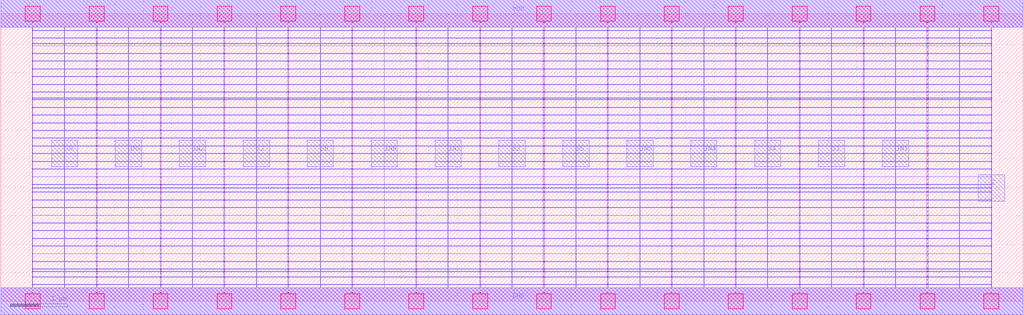
<source format=lef>
MACRO MUX7_DEBUG
 CLASS CORE ;
 FOREIGN MUX7_DEBUG 0 0 ;
 SIZE 17.92 BY 5.04 ;
 ORIGIN 0 0 ;
 SYMMETRY X Y R90 ;
 SITE unit ;
  PIN VDD
   DIRECTION INOUT ;
   USE SIGNAL ;
   SHAPE ABUTMENT ;
    PORT
     CLASS CORE ;
       LAYER met1 ;
        RECT 0.00000000 4.80000000 17.92000000 5.28000000 ;
       LAYER met2 ;
        RECT 0.00000000 4.80000000 17.92000000 5.28000000 ;
    END
  END VDD

  PIN GND
   DIRECTION INOUT ;
   USE SIGNAL ;
   SHAPE ABUTMENT ;
    PORT
     CLASS CORE ;
       LAYER met1 ;
        RECT 0.00000000 -0.24000000 17.92000000 0.24000000 ;
       LAYER met2 ;
        RECT 0.00000000 -0.24000000 17.92000000 0.24000000 ;
    END
  END GND

  PIN Z
   DIRECTION INOUT ;
   USE SIGNAL ;
   SHAPE ABUTMENT ;
    PORT
     CLASS CORE ;
       LAYER met2 ;
        RECT 17.13000000 1.75500000 17.59000000 2.21500000 ;
    END
  END Z

  PIN IN1
   DIRECTION INOUT ;
   USE SIGNAL ;
   SHAPE ABUTMENT ;
    PORT
     CLASS CORE ;
       LAYER met2 ;
        RECT 15.45000000 2.35700000 15.91000000 2.81700000 ;
    END
  END IN1

  PIN S5
   DIRECTION INOUT ;
   USE SIGNAL ;
   SHAPE ABUTMENT ;
    PORT
     CLASS CORE ;
       LAYER met2 ;
        RECT 9.85000000 2.35700000 10.31000000 2.81700000 ;
    END
  END S5

  PIN IN2
   DIRECTION INOUT ;
   USE SIGNAL ;
   SHAPE ABUTMENT ;
    PORT
     CLASS CORE ;
       LAYER met2 ;
        RECT 3.13000000 2.35700000 3.59000000 2.81700000 ;
    END
  END IN2

  PIN S4
   DIRECTION INOUT ;
   USE SIGNAL ;
   SHAPE ABUTMENT ;
    PORT
     CLASS CORE ;
       LAYER met2 ;
        RECT 13.21000000 2.35700000 13.67000000 2.81700000 ;
    END
  END S4

  PIN S2
   DIRECTION INOUT ;
   USE SIGNAL ;
   SHAPE ABUTMENT ;
    PORT
     CLASS CORE ;
       LAYER met2 ;
        RECT 4.25000000 2.35700000 4.71000000 2.81700000 ;
    END
  END S2

  PIN IN5
   DIRECTION INOUT ;
   USE SIGNAL ;
   SHAPE ABUTMENT ;
    PORT
     CLASS CORE ;
       LAYER met2 ;
        RECT 10.97000000 2.35700000 11.43000000 2.81700000 ;
    END
  END IN5

  PIN S6
   DIRECTION INOUT ;
   USE SIGNAL ;
   SHAPE ABUTMENT ;
    PORT
     CLASS CORE ;
       LAYER met2 ;
        RECT 5.37000000 2.35700000 5.83000000 2.81700000 ;
    END
  END S6

  PIN IN6
   DIRECTION INOUT ;
   USE SIGNAL ;
   SHAPE ABUTMENT ;
    PORT
     CLASS CORE ;
       LAYER met2 ;
        RECT 6.49000000 2.35700000 6.95000000 2.81700000 ;
    END
  END IN6

  PIN S3
   DIRECTION INOUT ;
   USE SIGNAL ;
   SHAPE ABUTMENT ;
    PORT
     CLASS CORE ;
       LAYER met2 ;
        RECT 8.73000000 2.35700000 9.19000000 2.81700000 ;
    END
  END S3

  PIN S0
   DIRECTION INOUT ;
   USE SIGNAL ;
   SHAPE ABUTMENT ;
    PORT
     CLASS CORE ;
       LAYER met2 ;
        RECT 0.89000000 2.35700000 1.35000000 2.81700000 ;
    END
  END S0

  PIN IN4
   DIRECTION INOUT ;
   USE SIGNAL ;
   SHAPE ABUTMENT ;
    PORT
     CLASS CORE ;
       LAYER met2 ;
        RECT 12.09000000 2.35700000 12.55000000 2.81700000 ;
    END
  END IN4

  PIN S1
   DIRECTION INOUT ;
   USE SIGNAL ;
   SHAPE ABUTMENT ;
    PORT
     CLASS CORE ;
       LAYER met2 ;
        RECT 14.33000000 2.35700000 14.79000000 2.81700000 ;
    END
  END S1

  PIN IN3
   DIRECTION INOUT ;
   USE SIGNAL ;
   SHAPE ABUTMENT ;
    PORT
     CLASS CORE ;
       LAYER met2 ;
        RECT 7.61000000 2.35700000 8.07000000 2.81700000 ;
    END
  END IN3

  PIN IN0
   DIRECTION INOUT ;
   USE SIGNAL ;
   SHAPE ABUTMENT ;
    PORT
     CLASS CORE ;
       LAYER met2 ;
        RECT 2.01000000 2.35700000 2.47000000 2.81700000 ;
    END
  END IN0

 OBS
    LAYER polycont ;
     RECT 8.95600000 2.58300000 8.96400000 2.59100000 ;
     RECT 8.95600000 2.71800000 8.96400000 2.72600000 ;
     RECT 8.95600000 2.85300000 8.96400000 2.86100000 ;
     RECT 8.95600000 2.98800000 8.96400000 2.99600000 ;
     RECT 11.19600000 2.58300000 11.20400000 2.59100000 ;
     RECT 11.75100000 2.58300000 11.76900000 2.59100000 ;
     RECT 12.31600000 2.58300000 12.32400000 2.59100000 ;
     RECT 12.87100000 2.58300000 12.88900000 2.59100000 ;
     RECT 13.43600000 2.58300000 13.44400000 2.59100000 ;
     RECT 13.99100000 2.58300000 14.00900000 2.59100000 ;
     RECT 14.55600000 2.58300000 14.56400000 2.59100000 ;
     RECT 15.11100000 2.58300000 15.12900000 2.59100000 ;
     RECT 15.67600000 2.58300000 15.68400000 2.59100000 ;
     RECT 16.23100000 2.58300000 16.24900000 2.59100000 ;
     RECT 16.79600000 2.58300000 16.80400000 2.59100000 ;
     RECT 17.35600000 2.58300000 17.36900000 2.59100000 ;
     RECT 9.51100000 2.58300000 9.52900000 2.59100000 ;
     RECT 9.51100000 2.71800000 9.52900000 2.72600000 ;
     RECT 10.07600000 2.71800000 10.08400000 2.72600000 ;
     RECT 10.63100000 2.71800000 10.64900000 2.72600000 ;
     RECT 11.19600000 2.71800000 11.20400000 2.72600000 ;
     RECT 11.75100000 2.71800000 11.76900000 2.72600000 ;
     RECT 12.31600000 2.71800000 12.32400000 2.72600000 ;
     RECT 12.87100000 2.71800000 12.88900000 2.72600000 ;
     RECT 13.43600000 2.71800000 13.44400000 2.72600000 ;
     RECT 13.99100000 2.71800000 14.00900000 2.72600000 ;
     RECT 14.55600000 2.71800000 14.56400000 2.72600000 ;
     RECT 15.11100000 2.71800000 15.12900000 2.72600000 ;
     RECT 15.67600000 2.71800000 15.68400000 2.72600000 ;
     RECT 16.23100000 2.71800000 16.24900000 2.72600000 ;
     RECT 16.79600000 2.71800000 16.80400000 2.72600000 ;
     RECT 17.35600000 2.71800000 17.36900000 2.72600000 ;
     RECT 10.07600000 2.58300000 10.08400000 2.59100000 ;
     RECT 9.51100000 2.85300000 9.52900000 2.86100000 ;
     RECT 10.07600000 2.85300000 10.08400000 2.86100000 ;
     RECT 10.63100000 2.85300000 10.64900000 2.86100000 ;
     RECT 11.19600000 2.85300000 11.20400000 2.86100000 ;
     RECT 11.75100000 2.85300000 11.76900000 2.86100000 ;
     RECT 12.31600000 2.85300000 12.32400000 2.86100000 ;
     RECT 12.87100000 2.85300000 12.88900000 2.86100000 ;
     RECT 13.43600000 2.85300000 13.44400000 2.86100000 ;
     RECT 13.99100000 2.85300000 14.00900000 2.86100000 ;
     RECT 14.55600000 2.85300000 14.56400000 2.86100000 ;
     RECT 15.11100000 2.85300000 15.12900000 2.86100000 ;
     RECT 15.67600000 2.85300000 15.68400000 2.86100000 ;
     RECT 16.23100000 2.85300000 16.24900000 2.86100000 ;
     RECT 16.79600000 2.85300000 16.80400000 2.86100000 ;
     RECT 17.35600000 2.85300000 17.36900000 2.86100000 ;
     RECT 10.63100000 2.58300000 10.64900000 2.59100000 ;
     RECT 9.51100000 2.98800000 9.52900000 2.99600000 ;
     RECT 10.07600000 2.98800000 10.08400000 2.99600000 ;
     RECT 10.63100000 2.98800000 10.64900000 2.99600000 ;
     RECT 11.19600000 2.98800000 11.20400000 2.99600000 ;
     RECT 11.75100000 2.98800000 11.76900000 2.99600000 ;
     RECT 12.31600000 2.98800000 12.32400000 2.99600000 ;
     RECT 12.87100000 2.98800000 12.88900000 2.99600000 ;
     RECT 13.43600000 2.98800000 13.44400000 2.99600000 ;
     RECT 13.99100000 2.98800000 14.00900000 2.99600000 ;
     RECT 14.55600000 2.98800000 14.56400000 2.99600000 ;
     RECT 15.11100000 2.98800000 15.12900000 2.99600000 ;
     RECT 15.67600000 2.98800000 15.68400000 2.99600000 ;
     RECT 16.23100000 2.98800000 16.24900000 2.99600000 ;
     RECT 16.79600000 2.98800000 16.80400000 2.99600000 ;
     RECT 17.35600000 2.98800000 17.36900000 2.99600000 ;
     RECT 1.67100000 2.85300000 1.68900000 2.86100000 ;
     RECT 2.23600000 2.85300000 2.24400000 2.86100000 ;
     RECT 2.79100000 2.85300000 2.80900000 2.86100000 ;
     RECT 3.35600000 2.85300000 3.36400000 2.86100000 ;
     RECT 3.91100000 2.85300000 3.92900000 2.86100000 ;
     RECT 4.47600000 2.85300000 4.48400000 2.86100000 ;
     RECT 5.03100000 2.85300000 5.04900000 2.86100000 ;
     RECT 5.59600000 2.85300000 5.60400000 2.86100000 ;
     RECT 6.15100000 2.85300000 6.16900000 2.86100000 ;
     RECT 6.71600000 2.85300000 6.72400000 2.86100000 ;
     RECT 7.27100000 2.85300000 7.28900000 2.86100000 ;
     RECT 7.83600000 2.85300000 7.84400000 2.86100000 ;
     RECT 8.39100000 2.85300000 8.40900000 2.86100000 ;
     RECT 1.11600000 2.71800000 1.12400000 2.72600000 ;
     RECT 1.67100000 2.71800000 1.68900000 2.72600000 ;
     RECT 2.23600000 2.71800000 2.24400000 2.72600000 ;
     RECT 2.79100000 2.71800000 2.80900000 2.72600000 ;
     RECT 3.35600000 2.71800000 3.36400000 2.72600000 ;
     RECT 3.91100000 2.71800000 3.92900000 2.72600000 ;
     RECT 4.47600000 2.71800000 4.48400000 2.72600000 ;
     RECT 5.03100000 2.71800000 5.04900000 2.72600000 ;
     RECT 5.59600000 2.71800000 5.60400000 2.72600000 ;
     RECT 6.15100000 2.71800000 6.16900000 2.72600000 ;
     RECT 6.71600000 2.71800000 6.72400000 2.72600000 ;
     RECT 7.27100000 2.71800000 7.28900000 2.72600000 ;
     RECT 7.83600000 2.71800000 7.84400000 2.72600000 ;
     RECT 8.39100000 2.71800000 8.40900000 2.72600000 ;
     RECT 1.11600000 2.58300000 1.12400000 2.59100000 ;
     RECT 1.67100000 2.58300000 1.68900000 2.59100000 ;
     RECT 0.55100000 2.98800000 0.56400000 2.99600000 ;
     RECT 1.11600000 2.98800000 1.12400000 2.99600000 ;
     RECT 1.67100000 2.98800000 1.68900000 2.99600000 ;
     RECT 2.23600000 2.98800000 2.24400000 2.99600000 ;
     RECT 2.79100000 2.98800000 2.80900000 2.99600000 ;
     RECT 3.35600000 2.98800000 3.36400000 2.99600000 ;
     RECT 3.91100000 2.98800000 3.92900000 2.99600000 ;
     RECT 4.47600000 2.98800000 4.48400000 2.99600000 ;
     RECT 5.03100000 2.98800000 5.04900000 2.99600000 ;
     RECT 5.59600000 2.98800000 5.60400000 2.99600000 ;
     RECT 6.15100000 2.98800000 6.16900000 2.99600000 ;
     RECT 6.71600000 2.98800000 6.72400000 2.99600000 ;
     RECT 7.27100000 2.98800000 7.28900000 2.99600000 ;
     RECT 7.83600000 2.98800000 7.84400000 2.99600000 ;
     RECT 8.39100000 2.98800000 8.40900000 2.99600000 ;
     RECT 2.23600000 2.58300000 2.24400000 2.59100000 ;
     RECT 2.79100000 2.58300000 2.80900000 2.59100000 ;
     RECT 3.35600000 2.58300000 3.36400000 2.59100000 ;
     RECT 3.91100000 2.58300000 3.92900000 2.59100000 ;
     RECT 4.47600000 2.58300000 4.48400000 2.59100000 ;
     RECT 5.03100000 2.58300000 5.04900000 2.59100000 ;
     RECT 5.59600000 2.58300000 5.60400000 2.59100000 ;
     RECT 6.15100000 2.58300000 6.16900000 2.59100000 ;
     RECT 6.71600000 2.58300000 6.72400000 2.59100000 ;
     RECT 7.27100000 2.58300000 7.28900000 2.59100000 ;
     RECT 7.83600000 2.58300000 7.84400000 2.59100000 ;
     RECT 8.39100000 2.58300000 8.40900000 2.59100000 ;
     RECT 0.55100000 2.58300000 0.56400000 2.59100000 ;
     RECT 0.55100000 2.71800000 0.56400000 2.72600000 ;
     RECT 0.55100000 2.85300000 0.56400000 2.86100000 ;
     RECT 1.11600000 2.85300000 1.12400000 2.86100000 ;

    LAYER pdiffc ;
     RECT 0.55100000 3.39300000 0.55900000 3.40100000 ;
     RECT 17.36100000 3.39300000 17.36900000 3.40100000 ;
     RECT 0.55100000 3.52800000 0.55900000 3.53600000 ;
     RECT 17.36100000 3.52800000 17.36900000 3.53600000 ;
     RECT 0.55100000 3.56100000 0.55900000 3.56900000 ;
     RECT 17.36100000 3.56100000 17.36900000 3.56900000 ;
     RECT 0.55100000 3.66300000 0.55900000 3.67100000 ;
     RECT 17.36100000 3.66300000 17.36900000 3.67100000 ;
     RECT 0.55100000 3.79800000 0.55900000 3.80600000 ;
     RECT 17.36100000 3.79800000 17.36900000 3.80600000 ;
     RECT 0.55100000 3.93300000 0.55900000 3.94100000 ;
     RECT 17.36100000 3.93300000 17.36900000 3.94100000 ;
     RECT 0.55100000 4.06800000 0.55900000 4.07600000 ;
     RECT 17.36100000 4.06800000 17.36900000 4.07600000 ;
     RECT 0.55100000 4.20300000 0.55900000 4.21100000 ;
     RECT 17.36100000 4.20300000 17.36900000 4.21100000 ;
     RECT 0.55100000 4.33800000 0.55900000 4.34600000 ;
     RECT 17.36100000 4.33800000 17.36900000 4.34600000 ;
     RECT 0.55100000 4.47300000 0.55900000 4.48100000 ;
     RECT 17.36100000 4.47300000 17.36900000 4.48100000 ;
     RECT 0.55100000 4.51100000 0.55900000 4.51900000 ;
     RECT 17.36100000 4.51100000 17.36900000 4.51900000 ;
     RECT 0.55100000 4.60800000 0.55900000 4.61600000 ;
     RECT 17.36100000 4.60800000 17.36900000 4.61600000 ;

    LAYER ndiffc ;
     RECT 13.99100000 0.42300000 14.00900000 0.43100000 ;
     RECT 15.11100000 0.42300000 15.12900000 0.43100000 ;
     RECT 16.23100000 0.42300000 16.24900000 0.43100000 ;
     RECT 17.35600000 0.42300000 17.36900000 0.43100000 ;
     RECT 13.99100000 0.52100000 14.00900000 0.52900000 ;
     RECT 15.11100000 0.52100000 15.12900000 0.52900000 ;
     RECT 16.23100000 0.52100000 16.24900000 0.52900000 ;
     RECT 17.35600000 0.52100000 17.36900000 0.52900000 ;
     RECT 13.99100000 0.55800000 14.00900000 0.56600000 ;
     RECT 15.11100000 0.55800000 15.12900000 0.56600000 ;
     RECT 16.23100000 0.55800000 16.24900000 0.56600000 ;
     RECT 17.35600000 0.55800000 17.36900000 0.56600000 ;
     RECT 13.99100000 0.69300000 14.00900000 0.70100000 ;
     RECT 15.11100000 0.69300000 15.12900000 0.70100000 ;
     RECT 16.23100000 0.69300000 16.24900000 0.70100000 ;
     RECT 17.35600000 0.69300000 17.36900000 0.70100000 ;
     RECT 13.99100000 0.82800000 14.00900000 0.83600000 ;
     RECT 15.11100000 0.82800000 15.12900000 0.83600000 ;
     RECT 16.23100000 0.82800000 16.24900000 0.83600000 ;
     RECT 17.35600000 0.82800000 17.36900000 0.83600000 ;
     RECT 13.99100000 0.96300000 14.00900000 0.97100000 ;
     RECT 15.11100000 0.96300000 15.12900000 0.97100000 ;
     RECT 16.23100000 0.96300000 16.24900000 0.97100000 ;
     RECT 17.35600000 0.96300000 17.36900000 0.97100000 ;
     RECT 13.99100000 1.09800000 14.00900000 1.10600000 ;
     RECT 15.11100000 1.09800000 15.12900000 1.10600000 ;
     RECT 16.23100000 1.09800000 16.24900000 1.10600000 ;
     RECT 17.35600000 1.09800000 17.36900000 1.10600000 ;
     RECT 13.99100000 1.23300000 14.00900000 1.24100000 ;
     RECT 15.11100000 1.23300000 15.12900000 1.24100000 ;
     RECT 16.23100000 1.23300000 16.24900000 1.24100000 ;
     RECT 17.35600000 1.23300000 17.36900000 1.24100000 ;
     RECT 13.99100000 1.36800000 14.00900000 1.37600000 ;
     RECT 15.11100000 1.36800000 15.12900000 1.37600000 ;
     RECT 16.23100000 1.36800000 16.24900000 1.37600000 ;
     RECT 17.35600000 1.36800000 17.36900000 1.37600000 ;
     RECT 13.99100000 1.50300000 14.00900000 1.51100000 ;
     RECT 15.11100000 1.50300000 15.12900000 1.51100000 ;
     RECT 16.23100000 1.50300000 16.24900000 1.51100000 ;
     RECT 17.35600000 1.50300000 17.36900000 1.51100000 ;
     RECT 13.99100000 1.63800000 14.00900000 1.64600000 ;
     RECT 15.11100000 1.63800000 15.12900000 1.64600000 ;
     RECT 16.23100000 1.63800000 16.24900000 1.64600000 ;
     RECT 17.35600000 1.63800000 17.36900000 1.64600000 ;
     RECT 13.99100000 1.77300000 14.00900000 1.78100000 ;
     RECT 15.11100000 1.77300000 15.12900000 1.78100000 ;
     RECT 16.23100000 1.77300000 16.24900000 1.78100000 ;
     RECT 17.35600000 1.77300000 17.36900000 1.78100000 ;
     RECT 13.99100000 1.90800000 14.00900000 1.91600000 ;
     RECT 15.11100000 1.90800000 15.12900000 1.91600000 ;
     RECT 16.23100000 1.90800000 16.24900000 1.91600000 ;
     RECT 17.35600000 1.90800000 17.36900000 1.91600000 ;
     RECT 13.99100000 1.98100000 14.00900000 1.98900000 ;
     RECT 15.11100000 1.98100000 15.12900000 1.98900000 ;
     RECT 16.23100000 1.98100000 16.24900000 1.98900000 ;
     RECT 17.35600000 1.98100000 17.36900000 1.98900000 ;
     RECT 13.99100000 2.04300000 14.00900000 2.05100000 ;
     RECT 15.11100000 2.04300000 15.12900000 2.05100000 ;
     RECT 16.23100000 2.04300000 16.24900000 2.05100000 ;
     RECT 17.35600000 2.04300000 17.36900000 2.05100000 ;
     RECT 9.51100000 0.42300000 9.52900000 0.43100000 ;
     RECT 10.63100000 0.42300000 10.64900000 0.43100000 ;
     RECT 11.75100000 0.42300000 11.76900000 0.43100000 ;
     RECT 12.87100000 0.42300000 12.88900000 0.43100000 ;
     RECT 9.51100000 1.36800000 9.52900000 1.37600000 ;
     RECT 10.63100000 1.36800000 10.64900000 1.37600000 ;
     RECT 11.75100000 1.36800000 11.76900000 1.37600000 ;
     RECT 12.87100000 1.36800000 12.88900000 1.37600000 ;
     RECT 9.51100000 0.82800000 9.52900000 0.83600000 ;
     RECT 10.63100000 0.82800000 10.64900000 0.83600000 ;
     RECT 11.75100000 0.82800000 11.76900000 0.83600000 ;
     RECT 12.87100000 0.82800000 12.88900000 0.83600000 ;
     RECT 9.51100000 1.50300000 9.52900000 1.51100000 ;
     RECT 10.63100000 1.50300000 10.64900000 1.51100000 ;
     RECT 11.75100000 1.50300000 11.76900000 1.51100000 ;
     RECT 12.87100000 1.50300000 12.88900000 1.51100000 ;
     RECT 9.51100000 0.55800000 9.52900000 0.56600000 ;
     RECT 10.63100000 0.55800000 10.64900000 0.56600000 ;
     RECT 11.75100000 0.55800000 11.76900000 0.56600000 ;
     RECT 12.87100000 0.55800000 12.88900000 0.56600000 ;
     RECT 9.51100000 1.63800000 9.52900000 1.64600000 ;
     RECT 10.63100000 1.63800000 10.64900000 1.64600000 ;
     RECT 11.75100000 1.63800000 11.76900000 1.64600000 ;
     RECT 12.87100000 1.63800000 12.88900000 1.64600000 ;
     RECT 9.51100000 0.96300000 9.52900000 0.97100000 ;
     RECT 10.63100000 0.96300000 10.64900000 0.97100000 ;
     RECT 11.75100000 0.96300000 11.76900000 0.97100000 ;
     RECT 12.87100000 0.96300000 12.88900000 0.97100000 ;
     RECT 9.51100000 1.77300000 9.52900000 1.78100000 ;
     RECT 10.63100000 1.77300000 10.64900000 1.78100000 ;
     RECT 11.75100000 1.77300000 11.76900000 1.78100000 ;
     RECT 12.87100000 1.77300000 12.88900000 1.78100000 ;
     RECT 9.51100000 0.52100000 9.52900000 0.52900000 ;
     RECT 10.63100000 0.52100000 10.64900000 0.52900000 ;
     RECT 11.75100000 0.52100000 11.76900000 0.52900000 ;
     RECT 12.87100000 0.52100000 12.88900000 0.52900000 ;
     RECT 9.51100000 1.90800000 9.52900000 1.91600000 ;
     RECT 10.63100000 1.90800000 10.64900000 1.91600000 ;
     RECT 11.75100000 1.90800000 11.76900000 1.91600000 ;
     RECT 12.87100000 1.90800000 12.88900000 1.91600000 ;
     RECT 9.51100000 1.09800000 9.52900000 1.10600000 ;
     RECT 10.63100000 1.09800000 10.64900000 1.10600000 ;
     RECT 11.75100000 1.09800000 11.76900000 1.10600000 ;
     RECT 12.87100000 1.09800000 12.88900000 1.10600000 ;
     RECT 9.51100000 1.98100000 9.52900000 1.98900000 ;
     RECT 10.63100000 1.98100000 10.64900000 1.98900000 ;
     RECT 11.75100000 1.98100000 11.76900000 1.98900000 ;
     RECT 12.87100000 1.98100000 12.88900000 1.98900000 ;
     RECT 9.51100000 0.69300000 9.52900000 0.70100000 ;
     RECT 10.63100000 0.69300000 10.64900000 0.70100000 ;
     RECT 11.75100000 0.69300000 11.76900000 0.70100000 ;
     RECT 12.87100000 0.69300000 12.88900000 0.70100000 ;
     RECT 9.51100000 2.04300000 9.52900000 2.05100000 ;
     RECT 10.63100000 2.04300000 10.64900000 2.05100000 ;
     RECT 11.75100000 2.04300000 11.76900000 2.05100000 ;
     RECT 12.87100000 2.04300000 12.88900000 2.05100000 ;
     RECT 9.51100000 1.23300000 9.52900000 1.24100000 ;
     RECT 10.63100000 1.23300000 10.64900000 1.24100000 ;
     RECT 11.75100000 1.23300000 11.76900000 1.24100000 ;
     RECT 12.87100000 1.23300000 12.88900000 1.24100000 ;
     RECT 5.03100000 0.42300000 5.04900000 0.43100000 ;
     RECT 6.15100000 0.42300000 6.16900000 0.43100000 ;
     RECT 7.27100000 0.42300000 7.28900000 0.43100000 ;
     RECT 8.39100000 0.42300000 8.40900000 0.43100000 ;
     RECT 5.03100000 1.36800000 5.04900000 1.37600000 ;
     RECT 6.15100000 1.36800000 6.16900000 1.37600000 ;
     RECT 7.27100000 1.36800000 7.28900000 1.37600000 ;
     RECT 8.39100000 1.36800000 8.40900000 1.37600000 ;
     RECT 5.03100000 0.82800000 5.04900000 0.83600000 ;
     RECT 6.15100000 0.82800000 6.16900000 0.83600000 ;
     RECT 7.27100000 0.82800000 7.28900000 0.83600000 ;
     RECT 8.39100000 0.82800000 8.40900000 0.83600000 ;
     RECT 5.03100000 1.50300000 5.04900000 1.51100000 ;
     RECT 6.15100000 1.50300000 6.16900000 1.51100000 ;
     RECT 7.27100000 1.50300000 7.28900000 1.51100000 ;
     RECT 8.39100000 1.50300000 8.40900000 1.51100000 ;
     RECT 5.03100000 0.55800000 5.04900000 0.56600000 ;
     RECT 6.15100000 0.55800000 6.16900000 0.56600000 ;
     RECT 7.27100000 0.55800000 7.28900000 0.56600000 ;
     RECT 8.39100000 0.55800000 8.40900000 0.56600000 ;
     RECT 5.03100000 1.63800000 5.04900000 1.64600000 ;
     RECT 6.15100000 1.63800000 6.16900000 1.64600000 ;
     RECT 7.27100000 1.63800000 7.28900000 1.64600000 ;
     RECT 8.39100000 1.63800000 8.40900000 1.64600000 ;
     RECT 5.03100000 0.96300000 5.04900000 0.97100000 ;
     RECT 6.15100000 0.96300000 6.16900000 0.97100000 ;
     RECT 7.27100000 0.96300000 7.28900000 0.97100000 ;
     RECT 8.39100000 0.96300000 8.40900000 0.97100000 ;
     RECT 5.03100000 1.77300000 5.04900000 1.78100000 ;
     RECT 6.15100000 1.77300000 6.16900000 1.78100000 ;
     RECT 7.27100000 1.77300000 7.28900000 1.78100000 ;
     RECT 8.39100000 1.77300000 8.40900000 1.78100000 ;
     RECT 5.03100000 0.52100000 5.04900000 0.52900000 ;
     RECT 6.15100000 0.52100000 6.16900000 0.52900000 ;
     RECT 7.27100000 0.52100000 7.28900000 0.52900000 ;
     RECT 8.39100000 0.52100000 8.40900000 0.52900000 ;
     RECT 5.03100000 1.90800000 5.04900000 1.91600000 ;
     RECT 6.15100000 1.90800000 6.16900000 1.91600000 ;
     RECT 7.27100000 1.90800000 7.28900000 1.91600000 ;
     RECT 8.39100000 1.90800000 8.40900000 1.91600000 ;
     RECT 5.03100000 1.09800000 5.04900000 1.10600000 ;
     RECT 6.15100000 1.09800000 6.16900000 1.10600000 ;
     RECT 7.27100000 1.09800000 7.28900000 1.10600000 ;
     RECT 8.39100000 1.09800000 8.40900000 1.10600000 ;
     RECT 5.03100000 1.98100000 5.04900000 1.98900000 ;
     RECT 6.15100000 1.98100000 6.16900000 1.98900000 ;
     RECT 7.27100000 1.98100000 7.28900000 1.98900000 ;
     RECT 8.39100000 1.98100000 8.40900000 1.98900000 ;
     RECT 5.03100000 0.69300000 5.04900000 0.70100000 ;
     RECT 6.15100000 0.69300000 6.16900000 0.70100000 ;
     RECT 7.27100000 0.69300000 7.28900000 0.70100000 ;
     RECT 8.39100000 0.69300000 8.40900000 0.70100000 ;
     RECT 5.03100000 2.04300000 5.04900000 2.05100000 ;
     RECT 6.15100000 2.04300000 6.16900000 2.05100000 ;
     RECT 7.27100000 2.04300000 7.28900000 2.05100000 ;
     RECT 8.39100000 2.04300000 8.40900000 2.05100000 ;
     RECT 5.03100000 1.23300000 5.04900000 1.24100000 ;
     RECT 6.15100000 1.23300000 6.16900000 1.24100000 ;
     RECT 7.27100000 1.23300000 7.28900000 1.24100000 ;
     RECT 8.39100000 1.23300000 8.40900000 1.24100000 ;
     RECT 0.55100000 0.42300000 0.56400000 0.43100000 ;
     RECT 1.67100000 0.42300000 1.68900000 0.43100000 ;
     RECT 2.79100000 0.42300000 2.80900000 0.43100000 ;
     RECT 3.91100000 0.42300000 3.92900000 0.43100000 ;
     RECT 0.55100000 0.52100000 0.56400000 0.52900000 ;
     RECT 1.67100000 0.52100000 1.68900000 0.52900000 ;
     RECT 2.79100000 0.52100000 2.80900000 0.52900000 ;
     RECT 3.91100000 0.52100000 3.92900000 0.52900000 ;
     RECT 0.55100000 0.55800000 0.56400000 0.56600000 ;
     RECT 1.67100000 0.55800000 1.68900000 0.56600000 ;
     RECT 2.79100000 0.55800000 2.80900000 0.56600000 ;
     RECT 3.91100000 0.55800000 3.92900000 0.56600000 ;
     RECT 0.55100000 1.90800000 0.56400000 1.91600000 ;
     RECT 1.67100000 1.90800000 1.68900000 1.91600000 ;
     RECT 2.79100000 1.90800000 2.80900000 1.91600000 ;
     RECT 3.91100000 1.90800000 3.92900000 1.91600000 ;
     RECT 0.55100000 0.82800000 0.56400000 0.83600000 ;
     RECT 1.67100000 0.82800000 1.68900000 0.83600000 ;
     RECT 2.79100000 0.82800000 2.80900000 0.83600000 ;
     RECT 3.91100000 0.82800000 3.92900000 0.83600000 ;
     RECT 0.55100000 1.09800000 0.56400000 1.10600000 ;
     RECT 1.67100000 1.09800000 1.68900000 1.10600000 ;
     RECT 2.79100000 1.09800000 2.80900000 1.10600000 ;
     RECT 3.91100000 1.09800000 3.92900000 1.10600000 ;
     RECT 0.55100000 1.63800000 0.56400000 1.64600000 ;
     RECT 1.67100000 1.63800000 1.68900000 1.64600000 ;
     RECT 2.79100000 1.63800000 2.80900000 1.64600000 ;
     RECT 3.91100000 1.63800000 3.92900000 1.64600000 ;
     RECT 0.55100000 1.98100000 0.56400000 1.98900000 ;
     RECT 1.67100000 1.98100000 1.68900000 1.98900000 ;
     RECT 2.79100000 1.98100000 2.80900000 1.98900000 ;
     RECT 3.91100000 1.98100000 3.92900000 1.98900000 ;
     RECT 0.55100000 1.36800000 0.56400000 1.37600000 ;
     RECT 1.67100000 1.36800000 1.68900000 1.37600000 ;
     RECT 2.79100000 1.36800000 2.80900000 1.37600000 ;
     RECT 3.91100000 1.36800000 3.92900000 1.37600000 ;
     RECT 0.55100000 0.69300000 0.56400000 0.70100000 ;
     RECT 1.67100000 0.69300000 1.68900000 0.70100000 ;
     RECT 2.79100000 0.69300000 2.80900000 0.70100000 ;
     RECT 3.91100000 0.69300000 3.92900000 0.70100000 ;
     RECT 0.55100000 0.96300000 0.56400000 0.97100000 ;
     RECT 1.67100000 0.96300000 1.68900000 0.97100000 ;
     RECT 2.79100000 0.96300000 2.80900000 0.97100000 ;
     RECT 3.91100000 0.96300000 3.92900000 0.97100000 ;
     RECT 0.55100000 2.04300000 0.56400000 2.05100000 ;
     RECT 1.67100000 2.04300000 1.68900000 2.05100000 ;
     RECT 2.79100000 2.04300000 2.80900000 2.05100000 ;
     RECT 3.91100000 2.04300000 3.92900000 2.05100000 ;
     RECT 0.55100000 1.50300000 0.56400000 1.51100000 ;
     RECT 1.67100000 1.50300000 1.68900000 1.51100000 ;
     RECT 2.79100000 1.50300000 2.80900000 1.51100000 ;
     RECT 3.91100000 1.50300000 3.92900000 1.51100000 ;
     RECT 0.55100000 1.23300000 0.56400000 1.24100000 ;
     RECT 1.67100000 1.23300000 1.68900000 1.24100000 ;
     RECT 2.79100000 1.23300000 2.80900000 1.24100000 ;
     RECT 3.91100000 1.23300000 3.92900000 1.24100000 ;
     RECT 0.55100000 1.77300000 0.56400000 1.78100000 ;
     RECT 1.67100000 1.77300000 1.68900000 1.78100000 ;
     RECT 2.79100000 1.77300000 2.80900000 1.78100000 ;
     RECT 3.91100000 1.77300000 3.92900000 1.78100000 ;

    LAYER met1 ;
     RECT 0.00000000 -0.24000000 17.92000000 0.24000000 ;
     RECT 8.95600000 0.24000000 8.96400000 0.28800000 ;
     RECT 0.55100000 0.28800000 17.36900000 0.29600000 ;
     RECT 8.95600000 0.29600000 8.96400000 0.42300000 ;
     RECT 0.55100000 0.42300000 17.36900000 0.43100000 ;
     RECT 8.95600000 0.43100000 8.96400000 0.52100000 ;
     RECT 0.55100000 0.52100000 17.36900000 0.52900000 ;
     RECT 8.95600000 0.52900000 8.96400000 0.55800000 ;
     RECT 0.55100000 0.55800000 17.36900000 0.56600000 ;
     RECT 8.95600000 0.56600000 8.96400000 0.69300000 ;
     RECT 0.55100000 0.69300000 17.36900000 0.70100000 ;
     RECT 8.95600000 0.70100000 8.96400000 0.82800000 ;
     RECT 0.55100000 0.82800000 17.36900000 0.83600000 ;
     RECT 8.95600000 0.83600000 8.96400000 0.96300000 ;
     RECT 0.55100000 0.96300000 17.36900000 0.97100000 ;
     RECT 8.95600000 0.97100000 8.96400000 1.09800000 ;
     RECT 0.55100000 1.09800000 17.36900000 1.10600000 ;
     RECT 8.95600000 1.10600000 8.96400000 1.23300000 ;
     RECT 0.55100000 1.23300000 17.36900000 1.24100000 ;
     RECT 8.95600000 1.24100000 8.96400000 1.36800000 ;
     RECT 0.55100000 1.36800000 17.36900000 1.37600000 ;
     RECT 8.95600000 1.37600000 8.96400000 1.50300000 ;
     RECT 0.55100000 1.50300000 17.36900000 1.51100000 ;
     RECT 8.95600000 1.51100000 8.96400000 1.63800000 ;
     RECT 0.55100000 1.63800000 17.36900000 1.64600000 ;
     RECT 8.95600000 1.64600000 8.96400000 1.77300000 ;
     RECT 0.55100000 1.77300000 17.36900000 1.78100000 ;
     RECT 8.95600000 1.78100000 8.96400000 1.90800000 ;
     RECT 0.55100000 1.90800000 17.36900000 1.91600000 ;
     RECT 8.95600000 1.91600000 8.96400000 1.98100000 ;
     RECT 0.55100000 1.98100000 17.36900000 1.98900000 ;
     RECT 8.95600000 1.98900000 8.96400000 2.04300000 ;
     RECT 0.55100000 2.04300000 17.36900000 2.05100000 ;
     RECT 8.95600000 2.05100000 8.96400000 2.17800000 ;
     RECT 0.55100000 2.17800000 17.36900000 2.18600000 ;
     RECT 8.95600000 2.18600000 8.96400000 2.31300000 ;
     RECT 0.55100000 2.31300000 17.36900000 2.32100000 ;
     RECT 8.95600000 2.32100000 8.96400000 2.44800000 ;
     RECT 0.55100000 2.44800000 17.36900000 2.45600000 ;
     RECT 0.55100000 2.45600000 0.56400000 2.58300000 ;
     RECT 1.11600000 2.45600000 1.12400000 2.58300000 ;
     RECT 1.67100000 2.45600000 1.68900000 2.58300000 ;
     RECT 2.23600000 2.45600000 2.24400000 2.58300000 ;
     RECT 2.79100000 2.45600000 2.80900000 2.58300000 ;
     RECT 3.35600000 2.45600000 3.36400000 2.58300000 ;
     RECT 3.91100000 2.45600000 3.92900000 2.58300000 ;
     RECT 4.47600000 2.45600000 4.48400000 2.58300000 ;
     RECT 5.03100000 2.45600000 5.04900000 2.58300000 ;
     RECT 5.59600000 2.45600000 5.60400000 2.58300000 ;
     RECT 6.15100000 2.45600000 6.16900000 2.58300000 ;
     RECT 6.71600000 2.45600000 6.72400000 2.58300000 ;
     RECT 7.27100000 2.45600000 7.28900000 2.58300000 ;
     RECT 7.83600000 2.45600000 7.84400000 2.58300000 ;
     RECT 8.39100000 2.45600000 8.40900000 2.58300000 ;
     RECT 8.95600000 2.45600000 8.96400000 2.58300000 ;
     RECT 9.51100000 2.45600000 9.52900000 2.58300000 ;
     RECT 10.07600000 2.45600000 10.08400000 2.58300000 ;
     RECT 10.63100000 2.45600000 10.64900000 2.58300000 ;
     RECT 11.19600000 2.45600000 11.20400000 2.58300000 ;
     RECT 11.75100000 2.45600000 11.76900000 2.58300000 ;
     RECT 12.31600000 2.45600000 12.32400000 2.58300000 ;
     RECT 12.87100000 2.45600000 12.88900000 2.58300000 ;
     RECT 13.43600000 2.45600000 13.44400000 2.58300000 ;
     RECT 13.99100000 2.45600000 14.00900000 2.58300000 ;
     RECT 14.55600000 2.45600000 14.56400000 2.58300000 ;
     RECT 15.11100000 2.45600000 15.12900000 2.58300000 ;
     RECT 15.67600000 2.45600000 15.68400000 2.58300000 ;
     RECT 16.23100000 2.45600000 16.24900000 2.58300000 ;
     RECT 16.79600000 2.45600000 16.80400000 2.58300000 ;
     RECT 17.35600000 2.45600000 17.36900000 2.58300000 ;
     RECT 0.55100000 2.58300000 17.36900000 2.59100000 ;
     RECT 8.95600000 2.59100000 8.96400000 2.71800000 ;
     RECT 0.55100000 2.71800000 17.36900000 2.72600000 ;
     RECT 8.95600000 2.72600000 8.96400000 2.85300000 ;
     RECT 0.55100000 2.85300000 17.36900000 2.86100000 ;
     RECT 8.95600000 2.86100000 8.96400000 2.98800000 ;
     RECT 0.55100000 2.98800000 17.36900000 2.99600000 ;
     RECT 8.95600000 2.99600000 8.96400000 3.12300000 ;
     RECT 0.55100000 3.12300000 17.36900000 3.13100000 ;
     RECT 8.95600000 3.13100000 8.96400000 3.25800000 ;
     RECT 0.55100000 3.25800000 17.36900000 3.26600000 ;
     RECT 8.95600000 3.26600000 8.96400000 3.39300000 ;
     RECT 0.55100000 3.39300000 17.36900000 3.40100000 ;
     RECT 8.95600000 3.40100000 8.96400000 3.52800000 ;
     RECT 0.55100000 3.52800000 17.36900000 3.53600000 ;
     RECT 8.95600000 3.53600000 8.96400000 3.56100000 ;
     RECT 0.55100000 3.56100000 17.36900000 3.56900000 ;
     RECT 8.95600000 3.56900000 8.96400000 3.66300000 ;
     RECT 0.55100000 3.66300000 17.36900000 3.67100000 ;
     RECT 8.95600000 3.67100000 8.96400000 3.79800000 ;
     RECT 0.55100000 3.79800000 17.36900000 3.80600000 ;
     RECT 8.95600000 3.80600000 8.96400000 3.93300000 ;
     RECT 0.55100000 3.93300000 17.36900000 3.94100000 ;
     RECT 8.95600000 3.94100000 8.96400000 4.06800000 ;
     RECT 0.55100000 4.06800000 17.36900000 4.07600000 ;
     RECT 8.95600000 4.07600000 8.96400000 4.20300000 ;
     RECT 0.55100000 4.20300000 17.36900000 4.21100000 ;
     RECT 8.95600000 4.21100000 8.96400000 4.33800000 ;
     RECT 0.55100000 4.33800000 17.36900000 4.34600000 ;
     RECT 8.95600000 4.34600000 8.96400000 4.47300000 ;
     RECT 0.55100000 4.47300000 17.36900000 4.48100000 ;
     RECT 8.95600000 4.48100000 8.96400000 4.51100000 ;
     RECT 0.55100000 4.51100000 17.36900000 4.51900000 ;
     RECT 8.95600000 4.51900000 8.96400000 4.60800000 ;
     RECT 0.55100000 4.60800000 17.36900000 4.61600000 ;
     RECT 8.95600000 4.61600000 8.96400000 4.74300000 ;
     RECT 0.55100000 4.74300000 17.36900000 4.75100000 ;
     RECT 8.95600000 4.75100000 8.96400000 4.80000000 ;
     RECT 0.00000000 4.80000000 17.92000000 5.28000000 ;
     RECT 13.43600000 2.86100000 13.44400000 2.98800000 ;
     RECT 13.43600000 2.99600000 13.44400000 3.12300000 ;
     RECT 13.43600000 2.59100000 13.44400000 2.71800000 ;
     RECT 13.43600000 3.13100000 13.44400000 3.25800000 ;
     RECT 13.43600000 3.26600000 13.44400000 3.39300000 ;
     RECT 13.43600000 3.40100000 13.44400000 3.52800000 ;
     RECT 13.43600000 3.53600000 13.44400000 3.56100000 ;
     RECT 13.43600000 3.56900000 13.44400000 3.66300000 ;
     RECT 13.43600000 3.67100000 13.44400000 3.79800000 ;
     RECT 9.51100000 3.80600000 9.52900000 3.93300000 ;
     RECT 10.07600000 3.80600000 10.08400000 3.93300000 ;
     RECT 10.63100000 3.80600000 10.64900000 3.93300000 ;
     RECT 11.19600000 3.80600000 11.20400000 3.93300000 ;
     RECT 11.75100000 3.80600000 11.76900000 3.93300000 ;
     RECT 12.31600000 3.80600000 12.32400000 3.93300000 ;
     RECT 12.87100000 3.80600000 12.88900000 3.93300000 ;
     RECT 13.43600000 3.80600000 13.44400000 3.93300000 ;
     RECT 13.99100000 3.80600000 14.00900000 3.93300000 ;
     RECT 14.55600000 3.80600000 14.56400000 3.93300000 ;
     RECT 15.11100000 3.80600000 15.12900000 3.93300000 ;
     RECT 15.67600000 3.80600000 15.68400000 3.93300000 ;
     RECT 16.23100000 3.80600000 16.24900000 3.93300000 ;
     RECT 16.79600000 3.80600000 16.80400000 3.93300000 ;
     RECT 17.35600000 3.80600000 17.36900000 3.93300000 ;
     RECT 13.43600000 3.94100000 13.44400000 4.06800000 ;
     RECT 13.43600000 4.07600000 13.44400000 4.20300000 ;
     RECT 13.43600000 2.72600000 13.44400000 2.85300000 ;
     RECT 13.43600000 4.21100000 13.44400000 4.33800000 ;
     RECT 13.43600000 4.34600000 13.44400000 4.47300000 ;
     RECT 13.43600000 4.48100000 13.44400000 4.51100000 ;
     RECT 13.43600000 4.51900000 13.44400000 4.60800000 ;
     RECT 13.43600000 4.61600000 13.44400000 4.74300000 ;
     RECT 13.43600000 4.75100000 13.44400000 4.80000000 ;
     RECT 13.99100000 4.07600000 14.00900000 4.20300000 ;
     RECT 14.55600000 4.07600000 14.56400000 4.20300000 ;
     RECT 15.11100000 4.07600000 15.12900000 4.20300000 ;
     RECT 15.67600000 4.07600000 15.68400000 4.20300000 ;
     RECT 16.23100000 4.07600000 16.24900000 4.20300000 ;
     RECT 16.79600000 4.07600000 16.80400000 4.20300000 ;
     RECT 17.35600000 4.07600000 17.36900000 4.20300000 ;
     RECT 14.55600000 3.94100000 14.56400000 4.06800000 ;
     RECT 15.11100000 3.94100000 15.12900000 4.06800000 ;
     RECT 13.99100000 4.21100000 14.00900000 4.33800000 ;
     RECT 14.55600000 4.21100000 14.56400000 4.33800000 ;
     RECT 15.11100000 4.21100000 15.12900000 4.33800000 ;
     RECT 15.67600000 4.21100000 15.68400000 4.33800000 ;
     RECT 16.23100000 4.21100000 16.24900000 4.33800000 ;
     RECT 16.79600000 4.21100000 16.80400000 4.33800000 ;
     RECT 17.35600000 4.21100000 17.36900000 4.33800000 ;
     RECT 15.67600000 3.94100000 15.68400000 4.06800000 ;
     RECT 13.99100000 4.34600000 14.00900000 4.47300000 ;
     RECT 14.55600000 4.34600000 14.56400000 4.47300000 ;
     RECT 15.11100000 4.34600000 15.12900000 4.47300000 ;
     RECT 15.67600000 4.34600000 15.68400000 4.47300000 ;
     RECT 16.23100000 4.34600000 16.24900000 4.47300000 ;
     RECT 16.79600000 4.34600000 16.80400000 4.47300000 ;
     RECT 17.35600000 4.34600000 17.36900000 4.47300000 ;
     RECT 16.23100000 3.94100000 16.24900000 4.06800000 ;
     RECT 13.99100000 4.48100000 14.00900000 4.51100000 ;
     RECT 14.55600000 4.48100000 14.56400000 4.51100000 ;
     RECT 15.11100000 4.48100000 15.12900000 4.51100000 ;
     RECT 15.67600000 4.48100000 15.68400000 4.51100000 ;
     RECT 16.23100000 4.48100000 16.24900000 4.51100000 ;
     RECT 16.79600000 4.48100000 16.80400000 4.51100000 ;
     RECT 17.35600000 4.48100000 17.36900000 4.51100000 ;
     RECT 16.79600000 3.94100000 16.80400000 4.06800000 ;
     RECT 13.99100000 4.51900000 14.00900000 4.60800000 ;
     RECT 14.55600000 4.51900000 14.56400000 4.60800000 ;
     RECT 15.11100000 4.51900000 15.12900000 4.60800000 ;
     RECT 15.67600000 4.51900000 15.68400000 4.60800000 ;
     RECT 16.23100000 4.51900000 16.24900000 4.60800000 ;
     RECT 16.79600000 4.51900000 16.80400000 4.60800000 ;
     RECT 17.35600000 4.51900000 17.36900000 4.60800000 ;
     RECT 17.35600000 3.94100000 17.36900000 4.06800000 ;
     RECT 13.99100000 4.61600000 14.00900000 4.74300000 ;
     RECT 14.55600000 4.61600000 14.56400000 4.74300000 ;
     RECT 15.11100000 4.61600000 15.12900000 4.74300000 ;
     RECT 15.67600000 4.61600000 15.68400000 4.74300000 ;
     RECT 16.23100000 4.61600000 16.24900000 4.74300000 ;
     RECT 16.79600000 4.61600000 16.80400000 4.74300000 ;
     RECT 17.35600000 4.61600000 17.36900000 4.74300000 ;
     RECT 13.99100000 3.94100000 14.00900000 4.06800000 ;
     RECT 13.99100000 4.75100000 14.00900000 4.80000000 ;
     RECT 14.55600000 4.75100000 14.56400000 4.80000000 ;
     RECT 15.11100000 4.75100000 15.12900000 4.80000000 ;
     RECT 15.67600000 4.75100000 15.68400000 4.80000000 ;
     RECT 16.23100000 4.75100000 16.24900000 4.80000000 ;
     RECT 16.79600000 4.75100000 16.80400000 4.80000000 ;
     RECT 17.35600000 4.75100000 17.36900000 4.80000000 ;
     RECT 11.75100000 4.48100000 11.76900000 4.51100000 ;
     RECT 12.31600000 4.48100000 12.32400000 4.51100000 ;
     RECT 12.87100000 4.48100000 12.88900000 4.51100000 ;
     RECT 10.63100000 4.21100000 10.64900000 4.33800000 ;
     RECT 11.19600000 4.21100000 11.20400000 4.33800000 ;
     RECT 11.75100000 4.21100000 11.76900000 4.33800000 ;
     RECT 12.31600000 4.21100000 12.32400000 4.33800000 ;
     RECT 12.87100000 4.21100000 12.88900000 4.33800000 ;
     RECT 10.63100000 4.07600000 10.64900000 4.20300000 ;
     RECT 11.19600000 4.07600000 11.20400000 4.20300000 ;
     RECT 11.75100000 4.07600000 11.76900000 4.20300000 ;
     RECT 9.51100000 4.51900000 9.52900000 4.60800000 ;
     RECT 10.07600000 4.51900000 10.08400000 4.60800000 ;
     RECT 10.63100000 4.51900000 10.64900000 4.60800000 ;
     RECT 11.19600000 4.51900000 11.20400000 4.60800000 ;
     RECT 11.75100000 4.51900000 11.76900000 4.60800000 ;
     RECT 12.31600000 4.51900000 12.32400000 4.60800000 ;
     RECT 12.87100000 4.51900000 12.88900000 4.60800000 ;
     RECT 12.31600000 4.07600000 12.32400000 4.20300000 ;
     RECT 12.87100000 4.07600000 12.88900000 4.20300000 ;
     RECT 10.07600000 3.94100000 10.08400000 4.06800000 ;
     RECT 10.63100000 3.94100000 10.64900000 4.06800000 ;
     RECT 11.19600000 3.94100000 11.20400000 4.06800000 ;
     RECT 9.51100000 4.34600000 9.52900000 4.47300000 ;
     RECT 10.07600000 4.34600000 10.08400000 4.47300000 ;
     RECT 10.63100000 4.34600000 10.64900000 4.47300000 ;
     RECT 9.51100000 4.61600000 9.52900000 4.74300000 ;
     RECT 10.07600000 4.61600000 10.08400000 4.74300000 ;
     RECT 10.63100000 4.61600000 10.64900000 4.74300000 ;
     RECT 11.19600000 4.61600000 11.20400000 4.74300000 ;
     RECT 11.75100000 4.61600000 11.76900000 4.74300000 ;
     RECT 12.31600000 4.61600000 12.32400000 4.74300000 ;
     RECT 12.87100000 4.61600000 12.88900000 4.74300000 ;
     RECT 11.19600000 4.34600000 11.20400000 4.47300000 ;
     RECT 11.75100000 4.34600000 11.76900000 4.47300000 ;
     RECT 12.31600000 4.34600000 12.32400000 4.47300000 ;
     RECT 12.87100000 4.34600000 12.88900000 4.47300000 ;
     RECT 11.75100000 3.94100000 11.76900000 4.06800000 ;
     RECT 12.31600000 3.94100000 12.32400000 4.06800000 ;
     RECT 12.87100000 3.94100000 12.88900000 4.06800000 ;
     RECT 9.51100000 3.94100000 9.52900000 4.06800000 ;
     RECT 9.51100000 4.75100000 9.52900000 4.80000000 ;
     RECT 10.07600000 4.75100000 10.08400000 4.80000000 ;
     RECT 10.63100000 4.75100000 10.64900000 4.80000000 ;
     RECT 11.19600000 4.75100000 11.20400000 4.80000000 ;
     RECT 11.75100000 4.75100000 11.76900000 4.80000000 ;
     RECT 12.31600000 4.75100000 12.32400000 4.80000000 ;
     RECT 12.87100000 4.75100000 12.88900000 4.80000000 ;
     RECT 9.51100000 4.07600000 9.52900000 4.20300000 ;
     RECT 10.07600000 4.07600000 10.08400000 4.20300000 ;
     RECT 9.51100000 4.21100000 9.52900000 4.33800000 ;
     RECT 10.07600000 4.21100000 10.08400000 4.33800000 ;
     RECT 9.51100000 4.48100000 9.52900000 4.51100000 ;
     RECT 10.07600000 4.48100000 10.08400000 4.51100000 ;
     RECT 10.63100000 4.48100000 10.64900000 4.51100000 ;
     RECT 11.19600000 4.48100000 11.20400000 4.51100000 ;
     RECT 10.63100000 3.13100000 10.64900000 3.25800000 ;
     RECT 11.19600000 3.13100000 11.20400000 3.25800000 ;
     RECT 11.75100000 3.13100000 11.76900000 3.25800000 ;
     RECT 12.31600000 3.13100000 12.32400000 3.25800000 ;
     RECT 12.87100000 3.13100000 12.88900000 3.25800000 ;
     RECT 11.19600000 2.72600000 11.20400000 2.85300000 ;
     RECT 11.75100000 2.72600000 11.76900000 2.85300000 ;
     RECT 12.87100000 2.86100000 12.88900000 2.98800000 ;
     RECT 9.51100000 3.26600000 9.52900000 3.39300000 ;
     RECT 10.07600000 3.26600000 10.08400000 3.39300000 ;
     RECT 10.63100000 3.26600000 10.64900000 3.39300000 ;
     RECT 11.19600000 3.26600000 11.20400000 3.39300000 ;
     RECT 11.75100000 3.26600000 11.76900000 3.39300000 ;
     RECT 12.31600000 3.26600000 12.32400000 3.39300000 ;
     RECT 12.87100000 3.26600000 12.88900000 3.39300000 ;
     RECT 11.19600000 2.86100000 11.20400000 2.98800000 ;
     RECT 9.51100000 3.40100000 9.52900000 3.52800000 ;
     RECT 10.07600000 3.40100000 10.08400000 3.52800000 ;
     RECT 10.63100000 3.40100000 10.64900000 3.52800000 ;
     RECT 11.19600000 3.40100000 11.20400000 3.52800000 ;
     RECT 11.75100000 3.40100000 11.76900000 3.52800000 ;
     RECT 12.31600000 3.40100000 12.32400000 3.52800000 ;
     RECT 12.31600000 2.72600000 12.32400000 2.85300000 ;
     RECT 12.87100000 2.72600000 12.88900000 2.85300000 ;
     RECT 12.87100000 3.40100000 12.88900000 3.52800000 ;
     RECT 11.75100000 2.59100000 11.76900000 2.71800000 ;
     RECT 9.51100000 3.53600000 9.52900000 3.56100000 ;
     RECT 10.07600000 3.53600000 10.08400000 3.56100000 ;
     RECT 10.63100000 3.53600000 10.64900000 3.56100000 ;
     RECT 11.19600000 3.53600000 11.20400000 3.56100000 ;
     RECT 11.75100000 3.53600000 11.76900000 3.56100000 ;
     RECT 12.31600000 3.53600000 12.32400000 3.56100000 ;
     RECT 12.87100000 3.53600000 12.88900000 3.56100000 ;
     RECT 12.31600000 2.59100000 12.32400000 2.71800000 ;
     RECT 9.51100000 2.59100000 9.52900000 2.71800000 ;
     RECT 10.63100000 2.59100000 10.64900000 2.71800000 ;
     RECT 11.19600000 2.59100000 11.20400000 2.71800000 ;
     RECT 9.51100000 3.56900000 9.52900000 3.66300000 ;
     RECT 10.07600000 3.56900000 10.08400000 3.66300000 ;
     RECT 10.63100000 3.56900000 10.64900000 3.66300000 ;
     RECT 11.19600000 3.56900000 11.20400000 3.66300000 ;
     RECT 11.75100000 3.56900000 11.76900000 3.66300000 ;
     RECT 12.31600000 3.56900000 12.32400000 3.66300000 ;
     RECT 12.87100000 3.56900000 12.88900000 3.66300000 ;
     RECT 9.51100000 2.99600000 9.52900000 3.12300000 ;
     RECT 10.07600000 2.59100000 10.08400000 2.71800000 ;
     RECT 9.51100000 2.72600000 9.52900000 2.85300000 ;
     RECT 9.51100000 3.67100000 9.52900000 3.79800000 ;
     RECT 10.07600000 3.67100000 10.08400000 3.79800000 ;
     RECT 10.63100000 3.67100000 10.64900000 3.79800000 ;
     RECT 11.19600000 3.67100000 11.20400000 3.79800000 ;
     RECT 11.75100000 3.67100000 11.76900000 3.79800000 ;
     RECT 9.51100000 2.86100000 9.52900000 2.98800000 ;
     RECT 10.07600000 2.86100000 10.08400000 2.98800000 ;
     RECT 12.31600000 3.67100000 12.32400000 3.79800000 ;
     RECT 12.87100000 3.67100000 12.88900000 3.79800000 ;
     RECT 10.07600000 2.99600000 10.08400000 3.12300000 ;
     RECT 10.07600000 2.72600000 10.08400000 2.85300000 ;
     RECT 10.63100000 2.72600000 10.64900000 2.85300000 ;
     RECT 10.63100000 2.99600000 10.64900000 3.12300000 ;
     RECT 11.19600000 2.99600000 11.20400000 3.12300000 ;
     RECT 11.75100000 2.99600000 11.76900000 3.12300000 ;
     RECT 12.31600000 2.99600000 12.32400000 3.12300000 ;
     RECT 12.87100000 2.99600000 12.88900000 3.12300000 ;
     RECT 11.75100000 2.86100000 11.76900000 2.98800000 ;
     RECT 12.87100000 2.59100000 12.88900000 2.71800000 ;
     RECT 12.31600000 2.86100000 12.32400000 2.98800000 ;
     RECT 9.51100000 3.13100000 9.52900000 3.25800000 ;
     RECT 10.07600000 3.13100000 10.08400000 3.25800000 ;
     RECT 10.63100000 2.86100000 10.64900000 2.98800000 ;
     RECT 17.35600000 3.13100000 17.36900000 3.25800000 ;
     RECT 15.67600000 2.72600000 15.68400000 2.85300000 ;
     RECT 16.23100000 2.72600000 16.24900000 2.85300000 ;
     RECT 13.99100000 2.59100000 14.00900000 2.71800000 ;
     RECT 14.55600000 2.59100000 14.56400000 2.71800000 ;
     RECT 15.67600000 2.99600000 15.68400000 3.12300000 ;
     RECT 13.99100000 3.53600000 14.00900000 3.56100000 ;
     RECT 14.55600000 3.53600000 14.56400000 3.56100000 ;
     RECT 15.11100000 3.53600000 15.12900000 3.56100000 ;
     RECT 15.67600000 3.53600000 15.68400000 3.56100000 ;
     RECT 16.23100000 3.53600000 16.24900000 3.56100000 ;
     RECT 16.79600000 3.53600000 16.80400000 3.56100000 ;
     RECT 17.35600000 3.53600000 17.36900000 3.56100000 ;
     RECT 17.35600000 2.59100000 17.36900000 2.71800000 ;
     RECT 16.23100000 2.99600000 16.24900000 3.12300000 ;
     RECT 16.79600000 2.99600000 16.80400000 3.12300000 ;
     RECT 17.35600000 2.99600000 17.36900000 3.12300000 ;
     RECT 15.67600000 2.86100000 15.68400000 2.98800000 ;
     RECT 16.79600000 2.72600000 16.80400000 2.85300000 ;
     RECT 17.35600000 2.72600000 17.36900000 2.85300000 ;
     RECT 16.23100000 2.86100000 16.24900000 2.98800000 ;
     RECT 16.79600000 2.86100000 16.80400000 2.98800000 ;
     RECT 17.35600000 2.86100000 17.36900000 2.98800000 ;
     RECT 13.99100000 3.26600000 14.00900000 3.39300000 ;
     RECT 14.55600000 3.26600000 14.56400000 3.39300000 ;
     RECT 13.99100000 3.56900000 14.00900000 3.66300000 ;
     RECT 14.55600000 3.56900000 14.56400000 3.66300000 ;
     RECT 15.11100000 3.56900000 15.12900000 3.66300000 ;
     RECT 15.67600000 3.56900000 15.68400000 3.66300000 ;
     RECT 16.23100000 3.56900000 16.24900000 3.66300000 ;
     RECT 16.79600000 3.56900000 16.80400000 3.66300000 ;
     RECT 17.35600000 3.56900000 17.36900000 3.66300000 ;
     RECT 15.11100000 3.26600000 15.12900000 3.39300000 ;
     RECT 15.67600000 3.26600000 15.68400000 3.39300000 ;
     RECT 16.23100000 3.26600000 16.24900000 3.39300000 ;
     RECT 16.79600000 3.26600000 16.80400000 3.39300000 ;
     RECT 17.35600000 3.26600000 17.36900000 3.39300000 ;
     RECT 15.11100000 2.59100000 15.12900000 2.71800000 ;
     RECT 13.99100000 2.72600000 14.00900000 2.85300000 ;
     RECT 15.67600000 2.59100000 15.68400000 2.71800000 ;
     RECT 13.99100000 2.86100000 14.00900000 2.98800000 ;
     RECT 14.55600000 2.86100000 14.56400000 2.98800000 ;
     RECT 15.11100000 2.86100000 15.12900000 2.98800000 ;
     RECT 13.99100000 3.67100000 14.00900000 3.79800000 ;
     RECT 14.55600000 3.67100000 14.56400000 3.79800000 ;
     RECT 15.11100000 3.67100000 15.12900000 3.79800000 ;
     RECT 15.67600000 3.67100000 15.68400000 3.79800000 ;
     RECT 16.23100000 3.67100000 16.24900000 3.79800000 ;
     RECT 16.79600000 3.67100000 16.80400000 3.79800000 ;
     RECT 17.35600000 3.67100000 17.36900000 3.79800000 ;
     RECT 13.99100000 2.99600000 14.00900000 3.12300000 ;
     RECT 14.55600000 2.99600000 14.56400000 3.12300000 ;
     RECT 15.11100000 2.99600000 15.12900000 3.12300000 ;
     RECT 13.99100000 3.13100000 14.00900000 3.25800000 ;
     RECT 14.55600000 2.72600000 14.56400000 2.85300000 ;
     RECT 15.11100000 2.72600000 15.12900000 2.85300000 ;
     RECT 14.55600000 3.13100000 14.56400000 3.25800000 ;
     RECT 13.99100000 3.40100000 14.00900000 3.52800000 ;
     RECT 14.55600000 3.40100000 14.56400000 3.52800000 ;
     RECT 15.11100000 3.40100000 15.12900000 3.52800000 ;
     RECT 15.67600000 3.40100000 15.68400000 3.52800000 ;
     RECT 16.23100000 3.40100000 16.24900000 3.52800000 ;
     RECT 16.79600000 3.40100000 16.80400000 3.52800000 ;
     RECT 17.35600000 3.40100000 17.36900000 3.52800000 ;
     RECT 16.23100000 2.59100000 16.24900000 2.71800000 ;
     RECT 16.79600000 2.59100000 16.80400000 2.71800000 ;
     RECT 15.11100000 3.13100000 15.12900000 3.25800000 ;
     RECT 15.67600000 3.13100000 15.68400000 3.25800000 ;
     RECT 16.23100000 3.13100000 16.24900000 3.25800000 ;
     RECT 16.79600000 3.13100000 16.80400000 3.25800000 ;
     RECT 2.23600000 3.80600000 2.24400000 3.93300000 ;
     RECT 2.79100000 3.80600000 2.80900000 3.93300000 ;
     RECT 3.35600000 3.80600000 3.36400000 3.93300000 ;
     RECT 3.91100000 3.80600000 3.92900000 3.93300000 ;
     RECT 4.47600000 3.80600000 4.48400000 3.93300000 ;
     RECT 5.03100000 3.80600000 5.04900000 3.93300000 ;
     RECT 5.59600000 3.80600000 5.60400000 3.93300000 ;
     RECT 6.15100000 3.80600000 6.16900000 3.93300000 ;
     RECT 6.71600000 3.80600000 6.72400000 3.93300000 ;
     RECT 7.27100000 3.80600000 7.28900000 3.93300000 ;
     RECT 7.83600000 3.80600000 7.84400000 3.93300000 ;
     RECT 8.39100000 3.80600000 8.40900000 3.93300000 ;
     RECT 4.47600000 3.94100000 4.48400000 4.06800000 ;
     RECT 4.47600000 3.40100000 4.48400000 3.52800000 ;
     RECT 4.47600000 4.07600000 4.48400000 4.20300000 ;
     RECT 4.47600000 2.99600000 4.48400000 3.12300000 ;
     RECT 4.47600000 2.59100000 4.48400000 2.71800000 ;
     RECT 4.47600000 4.21100000 4.48400000 4.33800000 ;
     RECT 4.47600000 3.53600000 4.48400000 3.56100000 ;
     RECT 4.47600000 4.34600000 4.48400000 4.47300000 ;
     RECT 4.47600000 4.48100000 4.48400000 4.51100000 ;
     RECT 4.47600000 3.13100000 4.48400000 3.25800000 ;
     RECT 4.47600000 3.56900000 4.48400000 3.66300000 ;
     RECT 4.47600000 4.51900000 4.48400000 4.60800000 ;
     RECT 4.47600000 2.86100000 4.48400000 2.98800000 ;
     RECT 4.47600000 4.61600000 4.48400000 4.74300000 ;
     RECT 4.47600000 3.67100000 4.48400000 3.79800000 ;
     RECT 4.47600000 4.75100000 4.48400000 4.80000000 ;
     RECT 4.47600000 2.72600000 4.48400000 2.85300000 ;
     RECT 4.47600000 3.26600000 4.48400000 3.39300000 ;
     RECT 0.55100000 3.80600000 0.56400000 3.93300000 ;
     RECT 1.11600000 3.80600000 1.12400000 3.93300000 ;
     RECT 1.67100000 3.80600000 1.68900000 3.93300000 ;
     RECT 5.59600000 4.21100000 5.60400000 4.33800000 ;
     RECT 6.15100000 4.21100000 6.16900000 4.33800000 ;
     RECT 6.71600000 4.21100000 6.72400000 4.33800000 ;
     RECT 7.27100000 4.21100000 7.28900000 4.33800000 ;
     RECT 7.83600000 4.21100000 7.84400000 4.33800000 ;
     RECT 8.39100000 4.21100000 8.40900000 4.33800000 ;
     RECT 7.83600000 3.94100000 7.84400000 4.06800000 ;
     RECT 8.39100000 3.94100000 8.40900000 4.06800000 ;
     RECT 5.03100000 4.34600000 5.04900000 4.47300000 ;
     RECT 5.59600000 4.34600000 5.60400000 4.47300000 ;
     RECT 6.15100000 4.34600000 6.16900000 4.47300000 ;
     RECT 6.71600000 4.34600000 6.72400000 4.47300000 ;
     RECT 7.27100000 4.34600000 7.28900000 4.47300000 ;
     RECT 7.83600000 4.34600000 7.84400000 4.47300000 ;
     RECT 8.39100000 4.34600000 8.40900000 4.47300000 ;
     RECT 5.03100000 3.94100000 5.04900000 4.06800000 ;
     RECT 5.03100000 4.48100000 5.04900000 4.51100000 ;
     RECT 5.59600000 4.48100000 5.60400000 4.51100000 ;
     RECT 6.15100000 4.48100000 6.16900000 4.51100000 ;
     RECT 6.71600000 4.48100000 6.72400000 4.51100000 ;
     RECT 7.27100000 4.48100000 7.28900000 4.51100000 ;
     RECT 7.83600000 4.48100000 7.84400000 4.51100000 ;
     RECT 8.39100000 4.48100000 8.40900000 4.51100000 ;
     RECT 5.59600000 3.94100000 5.60400000 4.06800000 ;
     RECT 5.03100000 4.07600000 5.04900000 4.20300000 ;
     RECT 5.59600000 4.07600000 5.60400000 4.20300000 ;
     RECT 5.03100000 4.51900000 5.04900000 4.60800000 ;
     RECT 5.59600000 4.51900000 5.60400000 4.60800000 ;
     RECT 6.15100000 4.51900000 6.16900000 4.60800000 ;
     RECT 6.71600000 4.51900000 6.72400000 4.60800000 ;
     RECT 7.27100000 4.51900000 7.28900000 4.60800000 ;
     RECT 7.83600000 4.51900000 7.84400000 4.60800000 ;
     RECT 8.39100000 4.51900000 8.40900000 4.60800000 ;
     RECT 6.15100000 4.07600000 6.16900000 4.20300000 ;
     RECT 6.71600000 4.07600000 6.72400000 4.20300000 ;
     RECT 5.03100000 4.61600000 5.04900000 4.74300000 ;
     RECT 5.59600000 4.61600000 5.60400000 4.74300000 ;
     RECT 6.15100000 4.61600000 6.16900000 4.74300000 ;
     RECT 6.71600000 4.61600000 6.72400000 4.74300000 ;
     RECT 7.27100000 4.61600000 7.28900000 4.74300000 ;
     RECT 7.83600000 4.61600000 7.84400000 4.74300000 ;
     RECT 8.39100000 4.61600000 8.40900000 4.74300000 ;
     RECT 7.27100000 4.07600000 7.28900000 4.20300000 ;
     RECT 7.83600000 4.07600000 7.84400000 4.20300000 ;
     RECT 5.03100000 4.75100000 5.04900000 4.80000000 ;
     RECT 5.59600000 4.75100000 5.60400000 4.80000000 ;
     RECT 6.15100000 4.75100000 6.16900000 4.80000000 ;
     RECT 6.71600000 4.75100000 6.72400000 4.80000000 ;
     RECT 7.27100000 4.75100000 7.28900000 4.80000000 ;
     RECT 7.83600000 4.75100000 7.84400000 4.80000000 ;
     RECT 8.39100000 4.75100000 8.40900000 4.80000000 ;
     RECT 8.39100000 4.07600000 8.40900000 4.20300000 ;
     RECT 6.15100000 3.94100000 6.16900000 4.06800000 ;
     RECT 6.71600000 3.94100000 6.72400000 4.06800000 ;
     RECT 7.27100000 3.94100000 7.28900000 4.06800000 ;
     RECT 5.03100000 4.21100000 5.04900000 4.33800000 ;
     RECT 3.35600000 4.07600000 3.36400000 4.20300000 ;
     RECT 3.91100000 4.07600000 3.92900000 4.20300000 ;
     RECT 1.67100000 3.94100000 1.68900000 4.06800000 ;
     RECT 2.23600000 3.94100000 2.24400000 4.06800000 ;
     RECT 0.55100000 4.51900000 0.56400000 4.60800000 ;
     RECT 1.11600000 4.51900000 1.12400000 4.60800000 ;
     RECT 1.67100000 4.51900000 1.68900000 4.60800000 ;
     RECT 2.23600000 4.51900000 2.24400000 4.60800000 ;
     RECT 2.79100000 4.51900000 2.80900000 4.60800000 ;
     RECT 3.35600000 4.51900000 3.36400000 4.60800000 ;
     RECT 3.91100000 4.51900000 3.92900000 4.60800000 ;
     RECT 2.79100000 3.94100000 2.80900000 4.06800000 ;
     RECT 3.35600000 3.94100000 3.36400000 4.06800000 ;
     RECT 3.91100000 3.94100000 3.92900000 4.06800000 ;
     RECT 0.55100000 4.34600000 0.56400000 4.47300000 ;
     RECT 1.11600000 4.34600000 1.12400000 4.47300000 ;
     RECT 1.67100000 4.34600000 1.68900000 4.47300000 ;
     RECT 2.23600000 4.34600000 2.24400000 4.47300000 ;
     RECT 2.79100000 4.34600000 2.80900000 4.47300000 ;
     RECT 3.35600000 4.34600000 3.36400000 4.47300000 ;
     RECT 0.55100000 4.61600000 0.56400000 4.74300000 ;
     RECT 1.11600000 4.61600000 1.12400000 4.74300000 ;
     RECT 1.67100000 4.61600000 1.68900000 4.74300000 ;
     RECT 2.23600000 4.61600000 2.24400000 4.74300000 ;
     RECT 2.79100000 4.61600000 2.80900000 4.74300000 ;
     RECT 3.35600000 4.61600000 3.36400000 4.74300000 ;
     RECT 3.91100000 4.61600000 3.92900000 4.74300000 ;
     RECT 3.91100000 4.34600000 3.92900000 4.47300000 ;
     RECT 0.55100000 3.94100000 0.56400000 4.06800000 ;
     RECT 1.11600000 3.94100000 1.12400000 4.06800000 ;
     RECT 0.55100000 4.07600000 0.56400000 4.20300000 ;
     RECT 1.11600000 4.07600000 1.12400000 4.20300000 ;
     RECT 1.67100000 4.07600000 1.68900000 4.20300000 ;
     RECT 0.55100000 4.21100000 0.56400000 4.33800000 ;
     RECT 1.11600000 4.21100000 1.12400000 4.33800000 ;
     RECT 1.67100000 4.21100000 1.68900000 4.33800000 ;
     RECT 0.55100000 4.75100000 0.56400000 4.80000000 ;
     RECT 1.11600000 4.75100000 1.12400000 4.80000000 ;
     RECT 1.67100000 4.75100000 1.68900000 4.80000000 ;
     RECT 2.23600000 4.75100000 2.24400000 4.80000000 ;
     RECT 2.79100000 4.75100000 2.80900000 4.80000000 ;
     RECT 3.35600000 4.75100000 3.36400000 4.80000000 ;
     RECT 3.91100000 4.75100000 3.92900000 4.80000000 ;
     RECT 0.55100000 4.48100000 0.56400000 4.51100000 ;
     RECT 1.11600000 4.48100000 1.12400000 4.51100000 ;
     RECT 1.67100000 4.48100000 1.68900000 4.51100000 ;
     RECT 2.23600000 4.48100000 2.24400000 4.51100000 ;
     RECT 2.79100000 4.48100000 2.80900000 4.51100000 ;
     RECT 3.35600000 4.48100000 3.36400000 4.51100000 ;
     RECT 3.91100000 4.48100000 3.92900000 4.51100000 ;
     RECT 2.23600000 4.21100000 2.24400000 4.33800000 ;
     RECT 2.79100000 4.21100000 2.80900000 4.33800000 ;
     RECT 3.35600000 4.21100000 3.36400000 4.33800000 ;
     RECT 3.91100000 4.21100000 3.92900000 4.33800000 ;
     RECT 2.23600000 4.07600000 2.24400000 4.20300000 ;
     RECT 2.79100000 4.07600000 2.80900000 4.20300000 ;
     RECT 2.79100000 2.99600000 2.80900000 3.12300000 ;
     RECT 3.35600000 2.99600000 3.36400000 3.12300000 ;
     RECT 0.55100000 3.40100000 0.56400000 3.52800000 ;
     RECT 1.11600000 3.40100000 1.12400000 3.52800000 ;
     RECT 1.67100000 3.40100000 1.68900000 3.52800000 ;
     RECT 0.55100000 2.59100000 0.56400000 2.71800000 ;
     RECT 1.11600000 2.59100000 1.12400000 2.71800000 ;
     RECT 0.55100000 2.72600000 0.56400000 2.85300000 ;
     RECT 1.11600000 2.72600000 1.12400000 2.85300000 ;
     RECT 0.55100000 2.86100000 0.56400000 2.98800000 ;
     RECT 1.11600000 2.86100000 1.12400000 2.98800000 ;
     RECT 2.79100000 2.86100000 2.80900000 2.98800000 ;
     RECT 3.35600000 2.86100000 3.36400000 2.98800000 ;
     RECT 3.91100000 2.86100000 3.92900000 2.98800000 ;
     RECT 1.67100000 2.86100000 1.68900000 2.98800000 ;
     RECT 0.55100000 3.67100000 0.56400000 3.79800000 ;
     RECT 2.23600000 2.86100000 2.24400000 2.98800000 ;
     RECT 0.55100000 3.13100000 0.56400000 3.25800000 ;
     RECT 1.11600000 3.13100000 1.12400000 3.25800000 ;
     RECT 1.67100000 3.13100000 1.68900000 3.25800000 ;
     RECT 2.23600000 3.13100000 2.24400000 3.25800000 ;
     RECT 2.79100000 3.13100000 2.80900000 3.25800000 ;
     RECT 3.35600000 3.13100000 3.36400000 3.25800000 ;
     RECT 3.91100000 3.13100000 3.92900000 3.25800000 ;
     RECT 2.23600000 3.40100000 2.24400000 3.52800000 ;
     RECT 2.79100000 3.40100000 2.80900000 3.52800000 ;
     RECT 3.35600000 3.40100000 3.36400000 3.52800000 ;
     RECT 0.55100000 3.53600000 0.56400000 3.56100000 ;
     RECT 1.11600000 3.53600000 1.12400000 3.56100000 ;
     RECT 1.67100000 3.53600000 1.68900000 3.56100000 ;
     RECT 2.23600000 3.53600000 2.24400000 3.56100000 ;
     RECT 1.11600000 3.67100000 1.12400000 3.79800000 ;
     RECT 1.67100000 3.67100000 1.68900000 3.79800000 ;
     RECT 2.23600000 3.67100000 2.24400000 3.79800000 ;
     RECT 2.79100000 3.67100000 2.80900000 3.79800000 ;
     RECT 3.35600000 3.67100000 3.36400000 3.79800000 ;
     RECT 3.91100000 3.67100000 3.92900000 3.79800000 ;
     RECT 2.79100000 3.53600000 2.80900000 3.56100000 ;
     RECT 1.67100000 2.72600000 1.68900000 2.85300000 ;
     RECT 2.23600000 2.72600000 2.24400000 2.85300000 ;
     RECT 3.35600000 3.53600000 3.36400000 3.56100000 ;
     RECT 3.91100000 3.53600000 3.92900000 3.56100000 ;
     RECT 3.91100000 2.99600000 3.92900000 3.12300000 ;
     RECT 3.91100000 3.40100000 3.92900000 3.52800000 ;
     RECT 3.91100000 2.59100000 3.92900000 2.71800000 ;
     RECT 1.67100000 2.59100000 1.68900000 2.71800000 ;
     RECT 2.23600000 2.59100000 2.24400000 2.71800000 ;
     RECT 2.79100000 2.59100000 2.80900000 2.71800000 ;
     RECT 0.55100000 3.56900000 0.56400000 3.66300000 ;
     RECT 1.11600000 3.56900000 1.12400000 3.66300000 ;
     RECT 1.67100000 3.56900000 1.68900000 3.66300000 ;
     RECT 2.23600000 3.56900000 2.24400000 3.66300000 ;
     RECT 2.79100000 3.56900000 2.80900000 3.66300000 ;
     RECT 3.35600000 3.56900000 3.36400000 3.66300000 ;
     RECT 3.91100000 3.56900000 3.92900000 3.66300000 ;
     RECT 2.79100000 2.72600000 2.80900000 2.85300000 ;
     RECT 3.35600000 2.72600000 3.36400000 2.85300000 ;
     RECT 3.91100000 2.72600000 3.92900000 2.85300000 ;
     RECT 3.35600000 2.59100000 3.36400000 2.71800000 ;
     RECT 0.55100000 3.26600000 0.56400000 3.39300000 ;
     RECT 1.11600000 3.26600000 1.12400000 3.39300000 ;
     RECT 1.67100000 3.26600000 1.68900000 3.39300000 ;
     RECT 2.23600000 3.26600000 2.24400000 3.39300000 ;
     RECT 2.79100000 3.26600000 2.80900000 3.39300000 ;
     RECT 3.35600000 3.26600000 3.36400000 3.39300000 ;
     RECT 3.91100000 3.26600000 3.92900000 3.39300000 ;
     RECT 0.55100000 2.99600000 0.56400000 3.12300000 ;
     RECT 1.11600000 2.99600000 1.12400000 3.12300000 ;
     RECT 1.67100000 2.99600000 1.68900000 3.12300000 ;
     RECT 2.23600000 2.99600000 2.24400000 3.12300000 ;
     RECT 5.59600000 2.86100000 5.60400000 2.98800000 ;
     RECT 6.15100000 2.86100000 6.16900000 2.98800000 ;
     RECT 6.71600000 2.86100000 6.72400000 2.98800000 ;
     RECT 7.27100000 2.86100000 7.28900000 2.98800000 ;
     RECT 7.83600000 2.86100000 7.84400000 2.98800000 ;
     RECT 5.59600000 3.53600000 5.60400000 3.56100000 ;
     RECT 6.15100000 3.53600000 6.16900000 3.56100000 ;
     RECT 6.71600000 3.53600000 6.72400000 3.56100000 ;
     RECT 7.27100000 3.53600000 7.28900000 3.56100000 ;
     RECT 7.83600000 3.53600000 7.84400000 3.56100000 ;
     RECT 8.39100000 2.99600000 8.40900000 3.12300000 ;
     RECT 7.83600000 2.72600000 7.84400000 2.85300000 ;
     RECT 8.39100000 2.72600000 8.40900000 2.85300000 ;
     RECT 5.03100000 2.59100000 5.04900000 2.71800000 ;
     RECT 5.59600000 2.59100000 5.60400000 2.71800000 ;
     RECT 6.15100000 2.59100000 6.16900000 2.71800000 ;
     RECT 6.15100000 3.26600000 6.16900000 3.39300000 ;
     RECT 6.71600000 3.26600000 6.72400000 3.39300000 ;
     RECT 7.27100000 3.26600000 7.28900000 3.39300000 ;
     RECT 7.83600000 3.26600000 7.84400000 3.39300000 ;
     RECT 8.39100000 3.26600000 8.40900000 3.39300000 ;
     RECT 5.03100000 2.72600000 5.04900000 2.85300000 ;
     RECT 5.59600000 2.72600000 5.60400000 2.85300000 ;
     RECT 6.15100000 2.72600000 6.16900000 2.85300000 ;
     RECT 6.71600000 2.72600000 6.72400000 2.85300000 ;
     RECT 8.39100000 3.53600000 8.40900000 3.56100000 ;
     RECT 5.03100000 3.56900000 5.04900000 3.66300000 ;
     RECT 5.59600000 3.56900000 5.60400000 3.66300000 ;
     RECT 5.03100000 3.67100000 5.04900000 3.79800000 ;
     RECT 5.59600000 3.67100000 5.60400000 3.79800000 ;
     RECT 6.15100000 3.67100000 6.16900000 3.79800000 ;
     RECT 6.71600000 3.67100000 6.72400000 3.79800000 ;
     RECT 7.27100000 3.67100000 7.28900000 3.79800000 ;
     RECT 7.83600000 3.67100000 7.84400000 3.79800000 ;
     RECT 8.39100000 3.67100000 8.40900000 3.79800000 ;
     RECT 8.39100000 2.86100000 8.40900000 2.98800000 ;
     RECT 6.15100000 3.56900000 6.16900000 3.66300000 ;
     RECT 6.71600000 3.56900000 6.72400000 3.66300000 ;
     RECT 7.27100000 3.56900000 7.28900000 3.66300000 ;
     RECT 7.83600000 3.56900000 7.84400000 3.66300000 ;
     RECT 8.39100000 3.56900000 8.40900000 3.66300000 ;
     RECT 5.03100000 3.13100000 5.04900000 3.25800000 ;
     RECT 8.39100000 2.59100000 8.40900000 2.71800000 ;
     RECT 5.03100000 3.40100000 5.04900000 3.52800000 ;
     RECT 5.59600000 3.40100000 5.60400000 3.52800000 ;
     RECT 6.15100000 3.40100000 6.16900000 3.52800000 ;
     RECT 7.27100000 3.40100000 7.28900000 3.52800000 ;
     RECT 7.83600000 3.40100000 7.84400000 3.52800000 ;
     RECT 8.39100000 3.40100000 8.40900000 3.52800000 ;
     RECT 6.71600000 2.59100000 6.72400000 2.71800000 ;
     RECT 7.27100000 2.59100000 7.28900000 2.71800000 ;
     RECT 7.83600000 2.59100000 7.84400000 2.71800000 ;
     RECT 6.71600000 3.40100000 6.72400000 3.52800000 ;
     RECT 7.27100000 2.72600000 7.28900000 2.85300000 ;
     RECT 5.03100000 2.99600000 5.04900000 3.12300000 ;
     RECT 5.59600000 2.99600000 5.60400000 3.12300000 ;
     RECT 6.15100000 2.99600000 6.16900000 3.12300000 ;
     RECT 5.59600000 3.13100000 5.60400000 3.25800000 ;
     RECT 6.15100000 3.13100000 6.16900000 3.25800000 ;
     RECT 6.71600000 3.13100000 6.72400000 3.25800000 ;
     RECT 7.27100000 3.13100000 7.28900000 3.25800000 ;
     RECT 7.83600000 3.13100000 7.84400000 3.25800000 ;
     RECT 8.39100000 3.13100000 8.40900000 3.25800000 ;
     RECT 6.71600000 2.99600000 6.72400000 3.12300000 ;
     RECT 7.27100000 2.99600000 7.28900000 3.12300000 ;
     RECT 5.03100000 3.26600000 5.04900000 3.39300000 ;
     RECT 5.59600000 3.26600000 5.60400000 3.39300000 ;
     RECT 7.83600000 2.99600000 7.84400000 3.12300000 ;
     RECT 5.03100000 3.53600000 5.04900000 3.56100000 ;
     RECT 5.03100000 2.86100000 5.04900000 2.98800000 ;
     RECT 4.47600000 0.83600000 4.48400000 0.96300000 ;
     RECT 4.47600000 0.97100000 4.48400000 1.09800000 ;
     RECT 0.55100000 1.10600000 0.56400000 1.23300000 ;
     RECT 1.11600000 1.10600000 1.12400000 1.23300000 ;
     RECT 1.67100000 1.10600000 1.68900000 1.23300000 ;
     RECT 2.23600000 1.10600000 2.24400000 1.23300000 ;
     RECT 2.79100000 1.10600000 2.80900000 1.23300000 ;
     RECT 3.35600000 1.10600000 3.36400000 1.23300000 ;
     RECT 3.91100000 1.10600000 3.92900000 1.23300000 ;
     RECT 4.47600000 1.10600000 4.48400000 1.23300000 ;
     RECT 5.03100000 1.10600000 5.04900000 1.23300000 ;
     RECT 5.59600000 1.10600000 5.60400000 1.23300000 ;
     RECT 6.15100000 1.10600000 6.16900000 1.23300000 ;
     RECT 6.71600000 1.10600000 6.72400000 1.23300000 ;
     RECT 7.27100000 1.10600000 7.28900000 1.23300000 ;
     RECT 7.83600000 1.10600000 7.84400000 1.23300000 ;
     RECT 8.39100000 1.10600000 8.40900000 1.23300000 ;
     RECT 4.47600000 1.24100000 4.48400000 1.36800000 ;
     RECT 4.47600000 1.37600000 4.48400000 1.50300000 ;
     RECT 4.47600000 1.51100000 4.48400000 1.63800000 ;
     RECT 4.47600000 1.64600000 4.48400000 1.77300000 ;
     RECT 4.47600000 0.29600000 4.48400000 0.42300000 ;
     RECT 4.47600000 1.78100000 4.48400000 1.90800000 ;
     RECT 4.47600000 1.91600000 4.48400000 1.98100000 ;
     RECT 4.47600000 1.98900000 4.48400000 2.04300000 ;
     RECT 4.47600000 2.05100000 4.48400000 2.17800000 ;
     RECT 4.47600000 2.18600000 4.48400000 2.31300000 ;
     RECT 4.47600000 2.32100000 4.48400000 2.44800000 ;
     RECT 4.47600000 0.43100000 4.48400000 0.52100000 ;
     RECT 4.47600000 0.52900000 4.48400000 0.55800000 ;
     RECT 4.47600000 0.24000000 4.48400000 0.28800000 ;
     RECT 4.47600000 0.56600000 4.48400000 0.69300000 ;
     RECT 4.47600000 0.70100000 4.48400000 0.82800000 ;
     RECT 5.59600000 1.24100000 5.60400000 1.36800000 ;
     RECT 5.03100000 1.51100000 5.04900000 1.63800000 ;
     RECT 5.59600000 1.51100000 5.60400000 1.63800000 ;
     RECT 6.15100000 1.51100000 6.16900000 1.63800000 ;
     RECT 6.71600000 1.51100000 6.72400000 1.63800000 ;
     RECT 7.27100000 1.51100000 7.28900000 1.63800000 ;
     RECT 7.83600000 1.51100000 7.84400000 1.63800000 ;
     RECT 8.39100000 1.51100000 8.40900000 1.63800000 ;
     RECT 6.15100000 1.24100000 6.16900000 1.36800000 ;
     RECT 5.03100000 1.64600000 5.04900000 1.77300000 ;
     RECT 5.59600000 1.64600000 5.60400000 1.77300000 ;
     RECT 6.15100000 1.64600000 6.16900000 1.77300000 ;
     RECT 6.71600000 1.64600000 6.72400000 1.77300000 ;
     RECT 7.27100000 1.64600000 7.28900000 1.77300000 ;
     RECT 7.83600000 1.64600000 7.84400000 1.77300000 ;
     RECT 8.39100000 1.64600000 8.40900000 1.77300000 ;
     RECT 6.71600000 1.24100000 6.72400000 1.36800000 ;
     RECT 7.27100000 1.24100000 7.28900000 1.36800000 ;
     RECT 5.03100000 1.78100000 5.04900000 1.90800000 ;
     RECT 5.59600000 1.78100000 5.60400000 1.90800000 ;
     RECT 6.15100000 1.78100000 6.16900000 1.90800000 ;
     RECT 6.71600000 1.78100000 6.72400000 1.90800000 ;
     RECT 7.27100000 1.78100000 7.28900000 1.90800000 ;
     RECT 7.83600000 1.78100000 7.84400000 1.90800000 ;
     RECT 8.39100000 1.78100000 8.40900000 1.90800000 ;
     RECT 7.83600000 1.24100000 7.84400000 1.36800000 ;
     RECT 5.03100000 1.91600000 5.04900000 1.98100000 ;
     RECT 5.59600000 1.91600000 5.60400000 1.98100000 ;
     RECT 6.15100000 1.91600000 6.16900000 1.98100000 ;
     RECT 6.71600000 1.91600000 6.72400000 1.98100000 ;
     RECT 7.27100000 1.91600000 7.28900000 1.98100000 ;
     RECT 7.83600000 1.91600000 7.84400000 1.98100000 ;
     RECT 8.39100000 1.91600000 8.40900000 1.98100000 ;
     RECT 8.39100000 1.24100000 8.40900000 1.36800000 ;
     RECT 5.03100000 1.98900000 5.04900000 2.04300000 ;
     RECT 5.59600000 1.98900000 5.60400000 2.04300000 ;
     RECT 6.15100000 1.98900000 6.16900000 2.04300000 ;
     RECT 6.71600000 1.98900000 6.72400000 2.04300000 ;
     RECT 7.27100000 1.98900000 7.28900000 2.04300000 ;
     RECT 7.83600000 1.98900000 7.84400000 2.04300000 ;
     RECT 8.39100000 1.98900000 8.40900000 2.04300000 ;
     RECT 5.03100000 1.24100000 5.04900000 1.36800000 ;
     RECT 5.03100000 2.05100000 5.04900000 2.17800000 ;
     RECT 5.59600000 2.05100000 5.60400000 2.17800000 ;
     RECT 6.15100000 2.05100000 6.16900000 2.17800000 ;
     RECT 6.71600000 2.05100000 6.72400000 2.17800000 ;
     RECT 7.27100000 2.05100000 7.28900000 2.17800000 ;
     RECT 7.83600000 2.05100000 7.84400000 2.17800000 ;
     RECT 8.39100000 2.05100000 8.40900000 2.17800000 ;
     RECT 5.03100000 1.37600000 5.04900000 1.50300000 ;
     RECT 5.03100000 2.18600000 5.04900000 2.31300000 ;
     RECT 5.59600000 2.18600000 5.60400000 2.31300000 ;
     RECT 6.15100000 2.18600000 6.16900000 2.31300000 ;
     RECT 6.71600000 2.18600000 6.72400000 2.31300000 ;
     RECT 7.27100000 2.18600000 7.28900000 2.31300000 ;
     RECT 7.83600000 2.18600000 7.84400000 2.31300000 ;
     RECT 8.39100000 2.18600000 8.40900000 2.31300000 ;
     RECT 5.59600000 1.37600000 5.60400000 1.50300000 ;
     RECT 5.03100000 2.32100000 5.04900000 2.44800000 ;
     RECT 5.59600000 2.32100000 5.60400000 2.44800000 ;
     RECT 6.15100000 2.32100000 6.16900000 2.44800000 ;
     RECT 6.71600000 2.32100000 6.72400000 2.44800000 ;
     RECT 7.27100000 2.32100000 7.28900000 2.44800000 ;
     RECT 7.83600000 2.32100000 7.84400000 2.44800000 ;
     RECT 8.39100000 2.32100000 8.40900000 2.44800000 ;
     RECT 6.15100000 1.37600000 6.16900000 1.50300000 ;
     RECT 6.71600000 1.37600000 6.72400000 1.50300000 ;
     RECT 7.27100000 1.37600000 7.28900000 1.50300000 ;
     RECT 7.83600000 1.37600000 7.84400000 1.50300000 ;
     RECT 8.39100000 1.37600000 8.40900000 1.50300000 ;
     RECT 1.67100000 1.24100000 1.68900000 1.36800000 ;
     RECT 0.55100000 1.64600000 0.56400000 1.77300000 ;
     RECT 1.11600000 1.64600000 1.12400000 1.77300000 ;
     RECT 1.67100000 1.64600000 1.68900000 1.77300000 ;
     RECT 2.23600000 1.64600000 2.24400000 1.77300000 ;
     RECT 0.55100000 1.98900000 0.56400000 2.04300000 ;
     RECT 1.11600000 1.98900000 1.12400000 2.04300000 ;
     RECT 1.67100000 1.98900000 1.68900000 2.04300000 ;
     RECT 2.23600000 1.98900000 2.24400000 2.04300000 ;
     RECT 2.79100000 1.98900000 2.80900000 2.04300000 ;
     RECT 3.35600000 1.98900000 3.36400000 2.04300000 ;
     RECT 3.91100000 1.98900000 3.92900000 2.04300000 ;
     RECT 2.79100000 1.64600000 2.80900000 1.77300000 ;
     RECT 3.35600000 1.64600000 3.36400000 1.77300000 ;
     RECT 3.91100000 1.64600000 3.92900000 1.77300000 ;
     RECT 2.23600000 1.24100000 2.24400000 1.36800000 ;
     RECT 2.79100000 1.24100000 2.80900000 1.36800000 ;
     RECT 3.35600000 1.24100000 3.36400000 1.36800000 ;
     RECT 3.91100000 1.24100000 3.92900000 1.36800000 ;
     RECT 0.55100000 1.24100000 0.56400000 1.36800000 ;
     RECT 0.55100000 2.05100000 0.56400000 2.17800000 ;
     RECT 1.11600000 2.05100000 1.12400000 2.17800000 ;
     RECT 1.67100000 2.05100000 1.68900000 2.17800000 ;
     RECT 2.23600000 2.05100000 2.24400000 2.17800000 ;
     RECT 2.79100000 2.05100000 2.80900000 2.17800000 ;
     RECT 3.35600000 2.05100000 3.36400000 2.17800000 ;
     RECT 3.91100000 2.05100000 3.92900000 2.17800000 ;
     RECT 0.55100000 1.37600000 0.56400000 1.50300000 ;
     RECT 0.55100000 1.51100000 0.56400000 1.63800000 ;
     RECT 1.11600000 1.51100000 1.12400000 1.63800000 ;
     RECT 1.67100000 1.51100000 1.68900000 1.63800000 ;
     RECT 0.55100000 1.78100000 0.56400000 1.90800000 ;
     RECT 1.11600000 1.78100000 1.12400000 1.90800000 ;
     RECT 1.67100000 1.78100000 1.68900000 1.90800000 ;
     RECT 2.23600000 1.78100000 2.24400000 1.90800000 ;
     RECT 0.55100000 2.18600000 0.56400000 2.31300000 ;
     RECT 1.11600000 2.18600000 1.12400000 2.31300000 ;
     RECT 1.67100000 2.18600000 1.68900000 2.31300000 ;
     RECT 2.23600000 2.18600000 2.24400000 2.31300000 ;
     RECT 2.79100000 2.18600000 2.80900000 2.31300000 ;
     RECT 3.35600000 2.18600000 3.36400000 2.31300000 ;
     RECT 3.91100000 2.18600000 3.92900000 2.31300000 ;
     RECT 2.79100000 1.78100000 2.80900000 1.90800000 ;
     RECT 3.35600000 1.78100000 3.36400000 1.90800000 ;
     RECT 3.91100000 1.78100000 3.92900000 1.90800000 ;
     RECT 2.23600000 1.51100000 2.24400000 1.63800000 ;
     RECT 2.79100000 1.51100000 2.80900000 1.63800000 ;
     RECT 3.35600000 1.51100000 3.36400000 1.63800000 ;
     RECT 3.91100000 1.51100000 3.92900000 1.63800000 ;
     RECT 1.11600000 1.37600000 1.12400000 1.50300000 ;
     RECT 0.55100000 2.32100000 0.56400000 2.44800000 ;
     RECT 1.11600000 2.32100000 1.12400000 2.44800000 ;
     RECT 1.67100000 2.32100000 1.68900000 2.44800000 ;
     RECT 2.23600000 2.32100000 2.24400000 2.44800000 ;
     RECT 2.79100000 2.32100000 2.80900000 2.44800000 ;
     RECT 3.35600000 2.32100000 3.36400000 2.44800000 ;
     RECT 3.91100000 2.32100000 3.92900000 2.44800000 ;
     RECT 1.67100000 1.37600000 1.68900000 1.50300000 ;
     RECT 2.23600000 1.37600000 2.24400000 1.50300000 ;
     RECT 2.79100000 1.37600000 2.80900000 1.50300000 ;
     RECT 0.55100000 1.91600000 0.56400000 1.98100000 ;
     RECT 1.11600000 1.91600000 1.12400000 1.98100000 ;
     RECT 1.67100000 1.91600000 1.68900000 1.98100000 ;
     RECT 2.23600000 1.91600000 2.24400000 1.98100000 ;
     RECT 2.79100000 1.91600000 2.80900000 1.98100000 ;
     RECT 3.35600000 1.91600000 3.36400000 1.98100000 ;
     RECT 3.91100000 1.91600000 3.92900000 1.98100000 ;
     RECT 3.35600000 1.37600000 3.36400000 1.50300000 ;
     RECT 3.91100000 1.37600000 3.92900000 1.50300000 ;
     RECT 1.11600000 1.24100000 1.12400000 1.36800000 ;
     RECT 1.11600000 0.43100000 1.12400000 0.52100000 ;
     RECT 3.91100000 0.83600000 3.92900000 0.96300000 ;
     RECT 0.55100000 0.24000000 0.56400000 0.28800000 ;
     RECT 1.67100000 0.24000000 1.68900000 0.28800000 ;
     RECT 2.23600000 0.24000000 2.24400000 0.28800000 ;
     RECT 0.55100000 0.97100000 0.56400000 1.09800000 ;
     RECT 1.11600000 0.29600000 1.12400000 0.42300000 ;
     RECT 1.67100000 0.29600000 1.68900000 0.42300000 ;
     RECT 1.11600000 0.97100000 1.12400000 1.09800000 ;
     RECT 1.67100000 0.97100000 1.68900000 1.09800000 ;
     RECT 2.23600000 0.29600000 2.24400000 0.42300000 ;
     RECT 2.79100000 0.29600000 2.80900000 0.42300000 ;
     RECT 3.35600000 0.29600000 3.36400000 0.42300000 ;
     RECT 3.91100000 0.29600000 3.92900000 0.42300000 ;
     RECT 2.23600000 0.97100000 2.24400000 1.09800000 ;
     RECT 2.79100000 0.97100000 2.80900000 1.09800000 ;
     RECT 1.67100000 0.43100000 1.68900000 0.52100000 ;
     RECT 2.23600000 0.43100000 2.24400000 0.52100000 ;
     RECT 2.79100000 0.43100000 2.80900000 0.52100000 ;
     RECT 3.35600000 0.43100000 3.36400000 0.52100000 ;
     RECT 3.91100000 0.43100000 3.92900000 0.52100000 ;
     RECT 3.35600000 0.97100000 3.36400000 1.09800000 ;
     RECT 2.79100000 0.24000000 2.80900000 0.28800000 ;
     RECT 3.35600000 0.24000000 3.36400000 0.28800000 ;
     RECT 0.55100000 0.52900000 0.56400000 0.55800000 ;
     RECT 1.11600000 0.52900000 1.12400000 0.55800000 ;
     RECT 1.67100000 0.52900000 1.68900000 0.55800000 ;
     RECT 2.23600000 0.52900000 2.24400000 0.55800000 ;
     RECT 2.79100000 0.52900000 2.80900000 0.55800000 ;
     RECT 3.35600000 0.52900000 3.36400000 0.55800000 ;
     RECT 3.91100000 0.52900000 3.92900000 0.55800000 ;
     RECT 1.11600000 0.24000000 1.12400000 0.28800000 ;
     RECT 3.91100000 0.24000000 3.92900000 0.28800000 ;
     RECT 0.55100000 0.29600000 0.56400000 0.42300000 ;
     RECT 0.55100000 0.56600000 0.56400000 0.69300000 ;
     RECT 1.11600000 0.56600000 1.12400000 0.69300000 ;
     RECT 1.67100000 0.56600000 1.68900000 0.69300000 ;
     RECT 2.23600000 0.56600000 2.24400000 0.69300000 ;
     RECT 2.79100000 0.56600000 2.80900000 0.69300000 ;
     RECT 3.35600000 0.56600000 3.36400000 0.69300000 ;
     RECT 3.91100000 0.56600000 3.92900000 0.69300000 ;
     RECT 3.91100000 0.97100000 3.92900000 1.09800000 ;
     RECT 0.55100000 0.70100000 0.56400000 0.82800000 ;
     RECT 1.11600000 0.70100000 1.12400000 0.82800000 ;
     RECT 1.67100000 0.70100000 1.68900000 0.82800000 ;
     RECT 2.23600000 0.70100000 2.24400000 0.82800000 ;
     RECT 2.79100000 0.70100000 2.80900000 0.82800000 ;
     RECT 3.35600000 0.70100000 3.36400000 0.82800000 ;
     RECT 3.91100000 0.70100000 3.92900000 0.82800000 ;
     RECT 0.55100000 0.43100000 0.56400000 0.52100000 ;
     RECT 0.55100000 0.83600000 0.56400000 0.96300000 ;
     RECT 1.11600000 0.83600000 1.12400000 0.96300000 ;
     RECT 1.67100000 0.83600000 1.68900000 0.96300000 ;
     RECT 2.23600000 0.83600000 2.24400000 0.96300000 ;
     RECT 2.79100000 0.83600000 2.80900000 0.96300000 ;
     RECT 3.35600000 0.83600000 3.36400000 0.96300000 ;
     RECT 5.59600000 0.29600000 5.60400000 0.42300000 ;
     RECT 6.15100000 0.29600000 6.16900000 0.42300000 ;
     RECT 8.39100000 0.97100000 8.40900000 1.09800000 ;
     RECT 8.39100000 0.24000000 8.40900000 0.28800000 ;
     RECT 5.03100000 0.29600000 5.04900000 0.42300000 ;
     RECT 7.83600000 0.24000000 7.84400000 0.28800000 ;
     RECT 5.03100000 0.83600000 5.04900000 0.96300000 ;
     RECT 5.03100000 0.52900000 5.04900000 0.55800000 ;
     RECT 5.59600000 0.52900000 5.60400000 0.55800000 ;
     RECT 6.15100000 0.52900000 6.16900000 0.55800000 ;
     RECT 6.71600000 0.52900000 6.72400000 0.55800000 ;
     RECT 7.27100000 0.52900000 7.28900000 0.55800000 ;
     RECT 7.83600000 0.52900000 7.84400000 0.55800000 ;
     RECT 8.39100000 0.52900000 8.40900000 0.55800000 ;
     RECT 5.59600000 0.83600000 5.60400000 0.96300000 ;
     RECT 6.15100000 0.83600000 6.16900000 0.96300000 ;
     RECT 6.71600000 0.83600000 6.72400000 0.96300000 ;
     RECT 7.27100000 0.83600000 7.28900000 0.96300000 ;
     RECT 7.83600000 0.83600000 7.84400000 0.96300000 ;
     RECT 7.83600000 0.29600000 7.84400000 0.42300000 ;
     RECT 8.39100000 0.29600000 8.40900000 0.42300000 ;
     RECT 8.39100000 0.83600000 8.40900000 0.96300000 ;
     RECT 7.27100000 0.24000000 7.28900000 0.28800000 ;
     RECT 5.03100000 0.97100000 5.04900000 1.09800000 ;
     RECT 5.03100000 0.56600000 5.04900000 0.69300000 ;
     RECT 5.59600000 0.56600000 5.60400000 0.69300000 ;
     RECT 6.15100000 0.56600000 6.16900000 0.69300000 ;
     RECT 6.71600000 0.56600000 6.72400000 0.69300000 ;
     RECT 7.27100000 0.56600000 7.28900000 0.69300000 ;
     RECT 7.83600000 0.56600000 7.84400000 0.69300000 ;
     RECT 8.39100000 0.56600000 8.40900000 0.69300000 ;
     RECT 5.03100000 0.24000000 5.04900000 0.28800000 ;
     RECT 5.59600000 0.24000000 5.60400000 0.28800000 ;
     RECT 5.59600000 0.97100000 5.60400000 1.09800000 ;
     RECT 6.15100000 0.97100000 6.16900000 1.09800000 ;
     RECT 6.71600000 0.29600000 6.72400000 0.42300000 ;
     RECT 7.27100000 0.29600000 7.28900000 0.42300000 ;
     RECT 5.03100000 0.43100000 5.04900000 0.52100000 ;
     RECT 5.59600000 0.43100000 5.60400000 0.52100000 ;
     RECT 6.15100000 0.43100000 6.16900000 0.52100000 ;
     RECT 6.71600000 0.43100000 6.72400000 0.52100000 ;
     RECT 5.03100000 0.70100000 5.04900000 0.82800000 ;
     RECT 5.59600000 0.70100000 5.60400000 0.82800000 ;
     RECT 6.15100000 0.70100000 6.16900000 0.82800000 ;
     RECT 6.71600000 0.70100000 6.72400000 0.82800000 ;
     RECT 7.27100000 0.70100000 7.28900000 0.82800000 ;
     RECT 7.83600000 0.70100000 7.84400000 0.82800000 ;
     RECT 8.39100000 0.70100000 8.40900000 0.82800000 ;
     RECT 6.15100000 0.24000000 6.16900000 0.28800000 ;
     RECT 6.71600000 0.24000000 6.72400000 0.28800000 ;
     RECT 7.27100000 0.43100000 7.28900000 0.52100000 ;
     RECT 7.83600000 0.43100000 7.84400000 0.52100000 ;
     RECT 8.39100000 0.43100000 8.40900000 0.52100000 ;
     RECT 6.71600000 0.97100000 6.72400000 1.09800000 ;
     RECT 7.27100000 0.97100000 7.28900000 1.09800000 ;
     RECT 7.83600000 0.97100000 7.84400000 1.09800000 ;
     RECT 13.43600000 0.83600000 13.44400000 0.96300000 ;
     RECT 13.43600000 1.64600000 13.44400000 1.77300000 ;
     RECT 13.43600000 0.52900000 13.44400000 0.55800000 ;
     RECT 13.43600000 0.24000000 13.44400000 0.28800000 ;
     RECT 13.43600000 1.78100000 13.44400000 1.90800000 ;
     RECT 13.43600000 0.97100000 13.44400000 1.09800000 ;
     RECT 13.43600000 1.91600000 13.44400000 1.98100000 ;
     RECT 13.43600000 1.98900000 13.44400000 2.04300000 ;
     RECT 13.43600000 0.56600000 13.44400000 0.69300000 ;
     RECT 9.51100000 1.10600000 9.52900000 1.23300000 ;
     RECT 10.07600000 1.10600000 10.08400000 1.23300000 ;
     RECT 10.63100000 1.10600000 10.64900000 1.23300000 ;
     RECT 11.19600000 1.10600000 11.20400000 1.23300000 ;
     RECT 11.75100000 1.10600000 11.76900000 1.23300000 ;
     RECT 12.31600000 1.10600000 12.32400000 1.23300000 ;
     RECT 12.87100000 1.10600000 12.88900000 1.23300000 ;
     RECT 13.43600000 1.10600000 13.44400000 1.23300000 ;
     RECT 13.99100000 1.10600000 14.00900000 1.23300000 ;
     RECT 14.55600000 1.10600000 14.56400000 1.23300000 ;
     RECT 15.11100000 1.10600000 15.12900000 1.23300000 ;
     RECT 15.67600000 1.10600000 15.68400000 1.23300000 ;
     RECT 16.23100000 1.10600000 16.24900000 1.23300000 ;
     RECT 16.79600000 1.10600000 16.80400000 1.23300000 ;
     RECT 17.35600000 1.10600000 17.36900000 1.23300000 ;
     RECT 13.43600000 2.05100000 13.44400000 2.17800000 ;
     RECT 13.43600000 0.43100000 13.44400000 0.52100000 ;
     RECT 13.43600000 2.18600000 13.44400000 2.31300000 ;
     RECT 13.43600000 1.24100000 13.44400000 1.36800000 ;
     RECT 13.43600000 2.32100000 13.44400000 2.44800000 ;
     RECT 13.43600000 0.29600000 13.44400000 0.42300000 ;
     RECT 13.43600000 0.70100000 13.44400000 0.82800000 ;
     RECT 13.43600000 1.37600000 13.44400000 1.50300000 ;
     RECT 13.43600000 1.51100000 13.44400000 1.63800000 ;
     RECT 16.23100000 1.98900000 16.24900000 2.04300000 ;
     RECT 16.79600000 1.98900000 16.80400000 2.04300000 ;
     RECT 17.35600000 1.98900000 17.36900000 2.04300000 ;
     RECT 17.35600000 1.64600000 17.36900000 1.77300000 ;
     RECT 13.99100000 1.64600000 14.00900000 1.77300000 ;
     RECT 14.55600000 1.64600000 14.56400000 1.77300000 ;
     RECT 15.11100000 1.64600000 15.12900000 1.77300000 ;
     RECT 13.99100000 1.78100000 14.00900000 1.90800000 ;
     RECT 14.55600000 1.78100000 14.56400000 1.90800000 ;
     RECT 15.11100000 1.78100000 15.12900000 1.90800000 ;
     RECT 15.67600000 1.78100000 15.68400000 1.90800000 ;
     RECT 16.23100000 1.78100000 16.24900000 1.90800000 ;
     RECT 16.79600000 1.78100000 16.80400000 1.90800000 ;
     RECT 17.35600000 1.78100000 17.36900000 1.90800000 ;
     RECT 15.67600000 1.64600000 15.68400000 1.77300000 ;
     RECT 16.23100000 1.64600000 16.24900000 1.77300000 ;
     RECT 13.99100000 1.91600000 14.00900000 1.98100000 ;
     RECT 14.55600000 1.91600000 14.56400000 1.98100000 ;
     RECT 15.11100000 1.91600000 15.12900000 1.98100000 ;
     RECT 15.67600000 1.91600000 15.68400000 1.98100000 ;
     RECT 13.99100000 2.05100000 14.00900000 2.17800000 ;
     RECT 14.55600000 2.05100000 14.56400000 2.17800000 ;
     RECT 15.11100000 2.05100000 15.12900000 2.17800000 ;
     RECT 15.67600000 2.05100000 15.68400000 2.17800000 ;
     RECT 16.23100000 2.05100000 16.24900000 2.17800000 ;
     RECT 16.79600000 2.05100000 16.80400000 2.17800000 ;
     RECT 17.35600000 2.05100000 17.36900000 2.17800000 ;
     RECT 16.23100000 1.91600000 16.24900000 1.98100000 ;
     RECT 16.79600000 1.91600000 16.80400000 1.98100000 ;
     RECT 13.99100000 2.18600000 14.00900000 2.31300000 ;
     RECT 14.55600000 2.18600000 14.56400000 2.31300000 ;
     RECT 15.11100000 2.18600000 15.12900000 2.31300000 ;
     RECT 15.67600000 2.18600000 15.68400000 2.31300000 ;
     RECT 16.23100000 2.18600000 16.24900000 2.31300000 ;
     RECT 16.79600000 2.18600000 16.80400000 2.31300000 ;
     RECT 17.35600000 2.18600000 17.36900000 2.31300000 ;
     RECT 17.35600000 1.91600000 17.36900000 1.98100000 ;
     RECT 13.99100000 1.24100000 14.00900000 1.36800000 ;
     RECT 14.55600000 1.24100000 14.56400000 1.36800000 ;
     RECT 15.11100000 1.24100000 15.12900000 1.36800000 ;
     RECT 15.67600000 1.24100000 15.68400000 1.36800000 ;
     RECT 16.23100000 1.24100000 16.24900000 1.36800000 ;
     RECT 16.79600000 1.24100000 16.80400000 1.36800000 ;
     RECT 17.35600000 1.24100000 17.36900000 1.36800000 ;
     RECT 16.79600000 1.64600000 16.80400000 1.77300000 ;
     RECT 13.99100000 2.32100000 14.00900000 2.44800000 ;
     RECT 14.55600000 2.32100000 14.56400000 2.44800000 ;
     RECT 15.11100000 2.32100000 15.12900000 2.44800000 ;
     RECT 15.67600000 2.32100000 15.68400000 2.44800000 ;
     RECT 16.23100000 2.32100000 16.24900000 2.44800000 ;
     RECT 16.79600000 2.32100000 16.80400000 2.44800000 ;
     RECT 17.35600000 2.32100000 17.36900000 2.44800000 ;
     RECT 13.99100000 1.98900000 14.00900000 2.04300000 ;
     RECT 14.55600000 1.98900000 14.56400000 2.04300000 ;
     RECT 15.11100000 1.98900000 15.12900000 2.04300000 ;
     RECT 13.99100000 1.37600000 14.00900000 1.50300000 ;
     RECT 14.55600000 1.37600000 14.56400000 1.50300000 ;
     RECT 15.11100000 1.37600000 15.12900000 1.50300000 ;
     RECT 15.67600000 1.37600000 15.68400000 1.50300000 ;
     RECT 16.23100000 1.37600000 16.24900000 1.50300000 ;
     RECT 16.79600000 1.37600000 16.80400000 1.50300000 ;
     RECT 17.35600000 1.37600000 17.36900000 1.50300000 ;
     RECT 15.67600000 1.98900000 15.68400000 2.04300000 ;
     RECT 13.99100000 1.51100000 14.00900000 1.63800000 ;
     RECT 14.55600000 1.51100000 14.56400000 1.63800000 ;
     RECT 15.11100000 1.51100000 15.12900000 1.63800000 ;
     RECT 15.67600000 1.51100000 15.68400000 1.63800000 ;
     RECT 16.23100000 1.51100000 16.24900000 1.63800000 ;
     RECT 16.79600000 1.51100000 16.80400000 1.63800000 ;
     RECT 17.35600000 1.51100000 17.36900000 1.63800000 ;
     RECT 12.87100000 2.18600000 12.88900000 2.31300000 ;
     RECT 10.07600000 1.78100000 10.08400000 1.90800000 ;
     RECT 9.51100000 1.91600000 9.52900000 1.98100000 ;
     RECT 10.07600000 1.91600000 10.08400000 1.98100000 ;
     RECT 10.63100000 1.91600000 10.64900000 1.98100000 ;
     RECT 11.19600000 1.91600000 11.20400000 1.98100000 ;
     RECT 11.75100000 1.91600000 11.76900000 1.98100000 ;
     RECT 12.31600000 1.91600000 12.32400000 1.98100000 ;
     RECT 12.87100000 1.91600000 12.88900000 1.98100000 ;
     RECT 10.07600000 1.24100000 10.08400000 1.36800000 ;
     RECT 10.63100000 1.24100000 10.64900000 1.36800000 ;
     RECT 11.19600000 1.24100000 11.20400000 1.36800000 ;
     RECT 11.75100000 1.24100000 11.76900000 1.36800000 ;
     RECT 12.31600000 1.24100000 12.32400000 1.36800000 ;
     RECT 12.87100000 1.24100000 12.88900000 1.36800000 ;
     RECT 10.63100000 1.78100000 10.64900000 1.90800000 ;
     RECT 11.19600000 1.78100000 11.20400000 1.90800000 ;
     RECT 11.75100000 1.78100000 11.76900000 1.90800000 ;
     RECT 12.31600000 1.78100000 12.32400000 1.90800000 ;
     RECT 12.87100000 1.78100000 12.88900000 1.90800000 ;
     RECT 11.19600000 1.64600000 11.20400000 1.77300000 ;
     RECT 11.75100000 1.64600000 11.76900000 1.77300000 ;
     RECT 12.31600000 1.64600000 12.32400000 1.77300000 ;
     RECT 9.51100000 2.32100000 9.52900000 2.44800000 ;
     RECT 10.07600000 2.32100000 10.08400000 2.44800000 ;
     RECT 10.63100000 2.32100000 10.64900000 2.44800000 ;
     RECT 11.19600000 2.32100000 11.20400000 2.44800000 ;
     RECT 11.75100000 2.32100000 11.76900000 2.44800000 ;
     RECT 12.31600000 2.32100000 12.32400000 2.44800000 ;
     RECT 12.87100000 2.32100000 12.88900000 2.44800000 ;
     RECT 9.51100000 1.98900000 9.52900000 2.04300000 ;
     RECT 10.07600000 1.98900000 10.08400000 2.04300000 ;
     RECT 10.63100000 1.98900000 10.64900000 2.04300000 ;
     RECT 9.51100000 2.05100000 9.52900000 2.17800000 ;
     RECT 10.07600000 2.05100000 10.08400000 2.17800000 ;
     RECT 10.63100000 2.05100000 10.64900000 2.17800000 ;
     RECT 11.19600000 2.05100000 11.20400000 2.17800000 ;
     RECT 11.75100000 2.05100000 11.76900000 2.17800000 ;
     RECT 12.31600000 2.05100000 12.32400000 2.17800000 ;
     RECT 12.87100000 2.05100000 12.88900000 2.17800000 ;
     RECT 9.51100000 1.37600000 9.52900000 1.50300000 ;
     RECT 10.07600000 1.37600000 10.08400000 1.50300000 ;
     RECT 10.63100000 1.37600000 10.64900000 1.50300000 ;
     RECT 11.19600000 1.37600000 11.20400000 1.50300000 ;
     RECT 11.75100000 1.37600000 11.76900000 1.50300000 ;
     RECT 12.31600000 1.37600000 12.32400000 1.50300000 ;
     RECT 12.87100000 1.37600000 12.88900000 1.50300000 ;
     RECT 11.19600000 1.98900000 11.20400000 2.04300000 ;
     RECT 11.75100000 1.98900000 11.76900000 2.04300000 ;
     RECT 12.31600000 1.98900000 12.32400000 2.04300000 ;
     RECT 12.87100000 1.98900000 12.88900000 2.04300000 ;
     RECT 12.87100000 1.64600000 12.88900000 1.77300000 ;
     RECT 9.51100000 1.64600000 9.52900000 1.77300000 ;
     RECT 10.07600000 1.64600000 10.08400000 1.77300000 ;
     RECT 10.63100000 1.64600000 10.64900000 1.77300000 ;
     RECT 9.51100000 1.51100000 9.52900000 1.63800000 ;
     RECT 10.07600000 1.51100000 10.08400000 1.63800000 ;
     RECT 10.63100000 1.51100000 10.64900000 1.63800000 ;
     RECT 11.19600000 1.51100000 11.20400000 1.63800000 ;
     RECT 11.75100000 1.51100000 11.76900000 1.63800000 ;
     RECT 12.31600000 1.51100000 12.32400000 1.63800000 ;
     RECT 12.87100000 1.51100000 12.88900000 1.63800000 ;
     RECT 9.51100000 1.78100000 9.52900000 1.90800000 ;
     RECT 9.51100000 1.24100000 9.52900000 1.36800000 ;
     RECT 9.51100000 2.18600000 9.52900000 2.31300000 ;
     RECT 10.07600000 2.18600000 10.08400000 2.31300000 ;
     RECT 10.63100000 2.18600000 10.64900000 2.31300000 ;
     RECT 11.19600000 2.18600000 11.20400000 2.31300000 ;
     RECT 11.75100000 2.18600000 11.76900000 2.31300000 ;
     RECT 12.31600000 2.18600000 12.32400000 2.31300000 ;
     RECT 12.31600000 0.29600000 12.32400000 0.42300000 ;
     RECT 12.87100000 0.29600000 12.88900000 0.42300000 ;
     RECT 9.51100000 0.24000000 9.52900000 0.28800000 ;
     RECT 9.51100000 0.70100000 9.52900000 0.82800000 ;
     RECT 10.07600000 0.70100000 10.08400000 0.82800000 ;
     RECT 10.63100000 0.70100000 10.64900000 0.82800000 ;
     RECT 11.19600000 0.70100000 11.20400000 0.82800000 ;
     RECT 11.75100000 0.70100000 11.76900000 0.82800000 ;
     RECT 12.31600000 0.70100000 12.32400000 0.82800000 ;
     RECT 12.87100000 0.70100000 12.88900000 0.82800000 ;
     RECT 10.07600000 0.24000000 10.08400000 0.28800000 ;
     RECT 9.51100000 0.29600000 9.52900000 0.42300000 ;
     RECT 10.07600000 0.29600000 10.08400000 0.42300000 ;
     RECT 9.51100000 0.43100000 9.52900000 0.52100000 ;
     RECT 10.07600000 0.43100000 10.08400000 0.52100000 ;
     RECT 10.63100000 0.43100000 10.64900000 0.52100000 ;
     RECT 11.19600000 0.43100000 11.20400000 0.52100000 ;
     RECT 9.51100000 0.56600000 9.52900000 0.69300000 ;
     RECT 11.75100000 0.43100000 11.76900000 0.52100000 ;
     RECT 12.31600000 0.43100000 12.32400000 0.52100000 ;
     RECT 12.87100000 0.43100000 12.88900000 0.52100000 ;
     RECT 10.07600000 0.56600000 10.08400000 0.69300000 ;
     RECT 10.63100000 0.56600000 10.64900000 0.69300000 ;
     RECT 10.63100000 0.29600000 10.64900000 0.42300000 ;
     RECT 11.19600000 0.29600000 11.20400000 0.42300000 ;
     RECT 11.19600000 0.56600000 11.20400000 0.69300000 ;
     RECT 10.63100000 0.24000000 10.64900000 0.28800000 ;
     RECT 11.19600000 0.24000000 11.20400000 0.28800000 ;
     RECT 11.75100000 0.24000000 11.76900000 0.28800000 ;
     RECT 12.31600000 0.24000000 12.32400000 0.28800000 ;
     RECT 9.51100000 0.52900000 9.52900000 0.55800000 ;
     RECT 11.75100000 0.56600000 11.76900000 0.69300000 ;
     RECT 12.31600000 0.56600000 12.32400000 0.69300000 ;
     RECT 12.87100000 0.56600000 12.88900000 0.69300000 ;
     RECT 10.07600000 0.97100000 10.08400000 1.09800000 ;
     RECT 10.63100000 0.97100000 10.64900000 1.09800000 ;
     RECT 11.19600000 0.97100000 11.20400000 1.09800000 ;
     RECT 11.75100000 0.97100000 11.76900000 1.09800000 ;
     RECT 12.31600000 0.97100000 12.32400000 1.09800000 ;
     RECT 12.87100000 0.97100000 12.88900000 1.09800000 ;
     RECT 12.87100000 0.83600000 12.88900000 0.96300000 ;
     RECT 12.87100000 0.52900000 12.88900000 0.55800000 ;
     RECT 12.31600000 0.83600000 12.32400000 0.96300000 ;
     RECT 12.87100000 0.24000000 12.88900000 0.28800000 ;
     RECT 9.51100000 0.97100000 9.52900000 1.09800000 ;
     RECT 11.75100000 0.29600000 11.76900000 0.42300000 ;
     RECT 10.07600000 0.52900000 10.08400000 0.55800000 ;
     RECT 10.63100000 0.52900000 10.64900000 0.55800000 ;
     RECT 11.19600000 0.52900000 11.20400000 0.55800000 ;
     RECT 11.75100000 0.52900000 11.76900000 0.55800000 ;
     RECT 12.31600000 0.52900000 12.32400000 0.55800000 ;
     RECT 9.51100000 0.83600000 9.52900000 0.96300000 ;
     RECT 10.07600000 0.83600000 10.08400000 0.96300000 ;
     RECT 10.63100000 0.83600000 10.64900000 0.96300000 ;
     RECT 11.19600000 0.83600000 11.20400000 0.96300000 ;
     RECT 11.75100000 0.83600000 11.76900000 0.96300000 ;
     RECT 17.35600000 0.24000000 17.36900000 0.28800000 ;
     RECT 16.79600000 0.83600000 16.80400000 0.96300000 ;
     RECT 17.35600000 0.83600000 17.36900000 0.96300000 ;
     RECT 15.67600000 0.83600000 15.68400000 0.96300000 ;
     RECT 13.99100000 0.83600000 14.00900000 0.96300000 ;
     RECT 13.99100000 0.52900000 14.00900000 0.55800000 ;
     RECT 14.55600000 0.56600000 14.56400000 0.69300000 ;
     RECT 15.11100000 0.56600000 15.12900000 0.69300000 ;
     RECT 15.67600000 0.56600000 15.68400000 0.69300000 ;
     RECT 16.23100000 0.56600000 16.24900000 0.69300000 ;
     RECT 16.79600000 0.56600000 16.80400000 0.69300000 ;
     RECT 17.35600000 0.43100000 17.36900000 0.52100000 ;
     RECT 17.35600000 0.56600000 17.36900000 0.69300000 ;
     RECT 13.99100000 0.97100000 14.00900000 1.09800000 ;
     RECT 15.11100000 0.70100000 15.12900000 0.82800000 ;
     RECT 15.67600000 0.70100000 15.68400000 0.82800000 ;
     RECT 16.23100000 0.70100000 16.24900000 0.82800000 ;
     RECT 16.79600000 0.70100000 16.80400000 0.82800000 ;
     RECT 17.35600000 0.70100000 17.36900000 0.82800000 ;
     RECT 13.99100000 0.29600000 14.00900000 0.42300000 ;
     RECT 14.55600000 0.29600000 14.56400000 0.42300000 ;
     RECT 15.11100000 0.29600000 15.12900000 0.42300000 ;
     RECT 15.67600000 0.29600000 15.68400000 0.42300000 ;
     RECT 16.23100000 0.29600000 16.24900000 0.42300000 ;
     RECT 16.79600000 0.29600000 16.80400000 0.42300000 ;
     RECT 17.35600000 0.29600000 17.36900000 0.42300000 ;
     RECT 14.55600000 0.97100000 14.56400000 1.09800000 ;
     RECT 15.11100000 0.97100000 15.12900000 1.09800000 ;
     RECT 15.67600000 0.97100000 15.68400000 1.09800000 ;
     RECT 13.99100000 0.43100000 14.00900000 0.52100000 ;
     RECT 14.55600000 0.43100000 14.56400000 0.52100000 ;
     RECT 15.11100000 0.43100000 15.12900000 0.52100000 ;
     RECT 15.67600000 0.43100000 15.68400000 0.52100000 ;
     RECT 16.23100000 0.43100000 16.24900000 0.52100000 ;
     RECT 16.79600000 0.43100000 16.80400000 0.52100000 ;
     RECT 16.23100000 0.97100000 16.24900000 1.09800000 ;
     RECT 16.79600000 0.97100000 16.80400000 1.09800000 ;
     RECT 14.55600000 0.52900000 14.56400000 0.55800000 ;
     RECT 15.11100000 0.52900000 15.12900000 0.55800000 ;
     RECT 15.67600000 0.52900000 15.68400000 0.55800000 ;
     RECT 16.23100000 0.52900000 16.24900000 0.55800000 ;
     RECT 16.79600000 0.52900000 16.80400000 0.55800000 ;
     RECT 17.35600000 0.52900000 17.36900000 0.55800000 ;
     RECT 14.55600000 0.83600000 14.56400000 0.96300000 ;
     RECT 13.99100000 0.56600000 14.00900000 0.69300000 ;
     RECT 15.11100000 0.83600000 15.12900000 0.96300000 ;
     RECT 13.99100000 0.24000000 14.00900000 0.28800000 ;
     RECT 15.67600000 0.24000000 15.68400000 0.28800000 ;
     RECT 16.23100000 0.24000000 16.24900000 0.28800000 ;
     RECT 16.79600000 0.24000000 16.80400000 0.28800000 ;
     RECT 14.55600000 0.24000000 14.56400000 0.28800000 ;
     RECT 15.11100000 0.24000000 15.12900000 0.28800000 ;
     RECT 16.23100000 0.83600000 16.24900000 0.96300000 ;
     RECT 13.99100000 0.70100000 14.00900000 0.82800000 ;
     RECT 14.55600000 0.70100000 14.56400000 0.82800000 ;
     RECT 17.35600000 0.97100000 17.36900000 1.09800000 ;

    LAYER via1 ;
     RECT 8.95600000 0.01800000 8.96400000 0.02600000 ;
     RECT 8.95600000 0.15300000 8.96400000 0.16100000 ;
     RECT 8.95600000 0.28800000 8.96400000 0.29600000 ;
     RECT 8.95600000 0.42300000 8.96400000 0.43100000 ;
     RECT 8.95600000 0.52100000 8.96400000 0.52900000 ;
     RECT 8.95600000 0.55800000 8.96400000 0.56600000 ;
     RECT 8.95600000 0.69300000 8.96400000 0.70100000 ;
     RECT 8.95600000 0.82800000 8.96400000 0.83600000 ;
     RECT 8.95600000 0.96300000 8.96400000 0.97100000 ;
     RECT 8.95600000 1.09800000 8.96400000 1.10600000 ;
     RECT 8.95600000 1.23300000 8.96400000 1.24100000 ;
     RECT 8.95600000 1.36800000 8.96400000 1.37600000 ;
     RECT 8.95600000 1.50300000 8.96400000 1.51100000 ;
     RECT 8.95600000 1.63800000 8.96400000 1.64600000 ;
     RECT 8.95600000 1.77300000 8.96400000 1.78100000 ;
     RECT 8.95600000 1.90800000 8.96400000 1.91600000 ;
     RECT 8.95600000 1.98100000 8.96400000 1.98900000 ;
     RECT 8.95600000 2.04300000 8.96400000 2.05100000 ;
     RECT 8.95600000 2.17800000 8.96400000 2.18600000 ;
     RECT 8.95600000 2.31300000 8.96400000 2.32100000 ;
     RECT 8.95600000 2.44800000 8.96400000 2.45600000 ;
     RECT 8.95600000 2.58300000 8.96400000 2.59100000 ;
     RECT 8.95600000 2.71800000 8.96400000 2.72600000 ;
     RECT 8.95600000 2.85300000 8.96400000 2.86100000 ;
     RECT 8.95600000 2.98800000 8.96400000 2.99600000 ;
     RECT 8.95600000 3.12300000 8.96400000 3.13100000 ;
     RECT 8.95600000 3.25800000 8.96400000 3.26600000 ;
     RECT 8.95600000 3.39300000 8.96400000 3.40100000 ;
     RECT 8.95600000 3.52800000 8.96400000 3.53600000 ;
     RECT 8.95600000 3.56100000 8.96400000 3.56900000 ;
     RECT 8.95600000 3.66300000 8.96400000 3.67100000 ;
     RECT 8.95600000 3.79800000 8.96400000 3.80600000 ;
     RECT 8.95600000 3.93300000 8.96400000 3.94100000 ;
     RECT 8.95600000 4.06800000 8.96400000 4.07600000 ;
     RECT 8.95600000 4.20300000 8.96400000 4.21100000 ;
     RECT 8.95600000 4.33800000 8.96400000 4.34600000 ;
     RECT 8.95600000 4.47300000 8.96400000 4.48100000 ;
     RECT 8.95600000 4.51100000 8.96400000 4.51900000 ;
     RECT 8.95600000 4.60800000 8.96400000 4.61600000 ;
     RECT 8.95600000 4.74300000 8.96400000 4.75100000 ;
     RECT 8.95600000 4.87800000 8.96400000 4.88600000 ;
     RECT 8.95600000 5.01300000 8.96400000 5.02100000 ;
     RECT 13.43600000 3.93300000 13.44400000 3.94100000 ;
     RECT 13.99100000 3.93300000 14.00900000 3.94100000 ;
     RECT 14.55600000 3.93300000 14.56400000 3.94100000 ;
     RECT 15.11100000 3.93300000 15.12900000 3.94100000 ;
     RECT 15.67600000 3.93300000 15.68400000 3.94100000 ;
     RECT 16.23100000 3.93300000 16.24900000 3.94100000 ;
     RECT 16.79600000 3.93300000 16.80400000 3.94100000 ;
     RECT 17.35600000 3.93300000 17.36900000 3.94100000 ;
     RECT 13.43600000 4.06800000 13.44400000 4.07600000 ;
     RECT 13.99100000 4.06800000 14.00900000 4.07600000 ;
     RECT 14.55600000 4.06800000 14.56400000 4.07600000 ;
     RECT 15.11100000 4.06800000 15.12900000 4.07600000 ;
     RECT 15.67600000 4.06800000 15.68400000 4.07600000 ;
     RECT 16.23100000 4.06800000 16.24900000 4.07600000 ;
     RECT 16.79600000 4.06800000 16.80400000 4.07600000 ;
     RECT 17.35600000 4.06800000 17.36900000 4.07600000 ;
     RECT 13.43600000 4.20300000 13.44400000 4.21100000 ;
     RECT 13.99100000 4.20300000 14.00900000 4.21100000 ;
     RECT 14.55600000 4.20300000 14.56400000 4.21100000 ;
     RECT 15.11100000 4.20300000 15.12900000 4.21100000 ;
     RECT 15.67600000 4.20300000 15.68400000 4.21100000 ;
     RECT 16.23100000 4.20300000 16.24900000 4.21100000 ;
     RECT 16.79600000 4.20300000 16.80400000 4.21100000 ;
     RECT 17.35600000 4.20300000 17.36900000 4.21100000 ;
     RECT 13.43600000 4.33800000 13.44400000 4.34600000 ;
     RECT 13.99100000 4.33800000 14.00900000 4.34600000 ;
     RECT 14.55600000 4.33800000 14.56400000 4.34600000 ;
     RECT 15.11100000 4.33800000 15.12900000 4.34600000 ;
     RECT 15.67600000 4.33800000 15.68400000 4.34600000 ;
     RECT 16.23100000 4.33800000 16.24900000 4.34600000 ;
     RECT 16.79600000 4.33800000 16.80400000 4.34600000 ;
     RECT 17.35600000 4.33800000 17.36900000 4.34600000 ;
     RECT 13.43600000 4.47300000 13.44400000 4.48100000 ;
     RECT 13.99100000 4.47300000 14.00900000 4.48100000 ;
     RECT 14.55600000 4.47300000 14.56400000 4.48100000 ;
     RECT 15.11100000 4.47300000 15.12900000 4.48100000 ;
     RECT 15.67600000 4.47300000 15.68400000 4.48100000 ;
     RECT 16.23100000 4.47300000 16.24900000 4.48100000 ;
     RECT 16.79600000 4.47300000 16.80400000 4.48100000 ;
     RECT 17.35600000 4.47300000 17.36900000 4.48100000 ;
     RECT 13.43600000 4.51100000 13.44400000 4.51900000 ;
     RECT 13.99100000 4.51100000 14.00900000 4.51900000 ;
     RECT 14.55600000 4.51100000 14.56400000 4.51900000 ;
     RECT 15.11100000 4.51100000 15.12900000 4.51900000 ;
     RECT 15.67600000 4.51100000 15.68400000 4.51900000 ;
     RECT 16.23100000 4.51100000 16.24900000 4.51900000 ;
     RECT 16.79600000 4.51100000 16.80400000 4.51900000 ;
     RECT 17.35600000 4.51100000 17.36900000 4.51900000 ;
     RECT 13.43600000 4.60800000 13.44400000 4.61600000 ;
     RECT 13.99100000 4.60800000 14.00900000 4.61600000 ;
     RECT 14.55600000 4.60800000 14.56400000 4.61600000 ;
     RECT 15.11100000 4.60800000 15.12900000 4.61600000 ;
     RECT 15.67600000 4.60800000 15.68400000 4.61600000 ;
     RECT 16.23100000 4.60800000 16.24900000 4.61600000 ;
     RECT 16.79600000 4.60800000 16.80400000 4.61600000 ;
     RECT 17.35600000 4.60800000 17.36900000 4.61600000 ;
     RECT 13.43600000 4.74300000 13.44400000 4.75100000 ;
     RECT 13.99100000 4.74300000 14.00900000 4.75100000 ;
     RECT 14.55600000 4.74300000 14.56400000 4.75100000 ;
     RECT 15.11100000 4.74300000 15.12900000 4.75100000 ;
     RECT 15.67600000 4.74300000 15.68400000 4.75100000 ;
     RECT 16.23100000 4.74300000 16.24900000 4.75100000 ;
     RECT 16.79600000 4.74300000 16.80400000 4.75100000 ;
     RECT 17.35600000 4.74300000 17.36900000 4.75100000 ;
     RECT 13.43600000 4.87800000 13.44400000 4.88600000 ;
     RECT 13.99100000 4.87800000 14.00900000 4.88600000 ;
     RECT 14.55600000 4.87800000 14.56400000 4.88600000 ;
     RECT 15.11100000 4.87800000 15.12900000 4.88600000 ;
     RECT 15.67600000 4.87800000 15.68400000 4.88600000 ;
     RECT 16.23100000 4.87800000 16.24900000 4.88600000 ;
     RECT 16.79600000 4.87800000 16.80400000 4.88600000 ;
     RECT 17.35600000 4.87800000 17.36900000 4.88600000 ;
     RECT 13.43600000 5.01300000 13.44400000 5.02100000 ;
     RECT 14.55600000 5.01300000 14.56400000 5.02100000 ;
     RECT 15.67600000 5.01300000 15.68400000 5.02100000 ;
     RECT 16.79600000 5.01300000 16.80400000 5.02100000 ;
     RECT 13.87000000 4.91000000 14.13000000 5.17000000 ;
     RECT 14.99000000 4.91000000 15.25000000 5.17000000 ;
     RECT 16.11000000 4.91000000 16.37000000 5.17000000 ;
     RECT 17.23000000 4.91000000 17.49000000 5.17000000 ;
     RECT 12.31600000 4.51100000 12.32400000 4.51900000 ;
     RECT 12.87100000 4.51100000 12.88900000 4.51900000 ;
     RECT 11.75100000 4.06800000 11.76900000 4.07600000 ;
     RECT 12.31600000 4.06800000 12.32400000 4.07600000 ;
     RECT 12.87100000 4.06800000 12.88900000 4.07600000 ;
     RECT 10.07600000 3.93300000 10.08400000 3.94100000 ;
     RECT 10.63100000 3.93300000 10.64900000 3.94100000 ;
     RECT 9.51100000 4.33800000 9.52900000 4.34600000 ;
     RECT 10.07600000 4.33800000 10.08400000 4.34600000 ;
     RECT 10.63100000 4.33800000 10.64900000 4.34600000 ;
     RECT 9.51100000 4.60800000 9.52900000 4.61600000 ;
     RECT 10.07600000 4.60800000 10.08400000 4.61600000 ;
     RECT 10.63100000 4.60800000 10.64900000 4.61600000 ;
     RECT 11.19600000 4.60800000 11.20400000 4.61600000 ;
     RECT 11.75100000 4.60800000 11.76900000 4.61600000 ;
     RECT 12.31600000 4.60800000 12.32400000 4.61600000 ;
     RECT 12.87100000 4.60800000 12.88900000 4.61600000 ;
     RECT 11.19600000 4.33800000 11.20400000 4.34600000 ;
     RECT 11.75100000 4.33800000 11.76900000 4.34600000 ;
     RECT 12.31600000 4.33800000 12.32400000 4.34600000 ;
     RECT 12.87100000 4.33800000 12.88900000 4.34600000 ;
     RECT 11.19600000 3.93300000 11.20400000 3.94100000 ;
     RECT 11.75100000 3.93300000 11.76900000 3.94100000 ;
     RECT 12.31600000 3.93300000 12.32400000 3.94100000 ;
     RECT 12.87100000 3.93300000 12.88900000 3.94100000 ;
     RECT 9.51100000 4.74300000 9.52900000 4.75100000 ;
     RECT 10.07600000 4.74300000 10.08400000 4.75100000 ;
     RECT 10.63100000 4.74300000 10.64900000 4.75100000 ;
     RECT 11.19600000 4.74300000 11.20400000 4.75100000 ;
     RECT 11.75100000 4.74300000 11.76900000 4.75100000 ;
     RECT 12.31600000 4.74300000 12.32400000 4.75100000 ;
     RECT 12.87100000 4.74300000 12.88900000 4.75100000 ;
     RECT 9.51100000 3.93300000 9.52900000 3.94100000 ;
     RECT 9.51100000 4.06800000 9.52900000 4.07600000 ;
     RECT 9.51100000 4.20300000 9.52900000 4.21100000 ;
     RECT 10.07600000 4.20300000 10.08400000 4.21100000 ;
     RECT 9.51100000 4.47300000 9.52900000 4.48100000 ;
     RECT 10.07600000 4.47300000 10.08400000 4.48100000 ;
     RECT 10.63100000 4.47300000 10.64900000 4.48100000 ;
     RECT 11.19600000 4.47300000 11.20400000 4.48100000 ;
     RECT 9.51100000 4.87800000 9.52900000 4.88600000 ;
     RECT 10.07600000 4.87800000 10.08400000 4.88600000 ;
     RECT 10.63100000 4.87800000 10.64900000 4.88600000 ;
     RECT 11.19600000 4.87800000 11.20400000 4.88600000 ;
     RECT 11.75100000 4.87800000 11.76900000 4.88600000 ;
     RECT 12.31600000 4.87800000 12.32400000 4.88600000 ;
     RECT 12.87100000 4.87800000 12.88900000 4.88600000 ;
     RECT 11.75100000 4.47300000 11.76900000 4.48100000 ;
     RECT 12.31600000 4.47300000 12.32400000 4.48100000 ;
     RECT 12.87100000 4.47300000 12.88900000 4.48100000 ;
     RECT 10.63100000 4.20300000 10.64900000 4.21100000 ;
     RECT 11.19600000 4.20300000 11.20400000 4.21100000 ;
     RECT 11.75100000 4.20300000 11.76900000 4.21100000 ;
     RECT 12.31600000 4.20300000 12.32400000 4.21100000 ;
     RECT 12.87100000 4.20300000 12.88900000 4.21100000 ;
     RECT 10.07600000 5.01300000 10.08400000 5.02100000 ;
     RECT 11.19600000 5.01300000 11.20400000 5.02100000 ;
     RECT 12.31600000 5.01300000 12.32400000 5.02100000 ;
     RECT 10.07600000 4.06800000 10.08400000 4.07600000 ;
     RECT 10.63100000 4.06800000 10.64900000 4.07600000 ;
     RECT 11.19600000 4.06800000 11.20400000 4.07600000 ;
     RECT 9.51100000 4.51100000 9.52900000 4.51900000 ;
     RECT 9.39000000 4.91000000 9.65000000 5.17000000 ;
     RECT 10.51000000 4.91000000 10.77000000 5.17000000 ;
     RECT 11.63000000 4.91000000 11.89000000 5.17000000 ;
     RECT 12.75000000 4.91000000 13.01000000 5.17000000 ;
     RECT 10.07600000 4.51100000 10.08400000 4.51900000 ;
     RECT 10.63100000 4.51100000 10.64900000 4.51900000 ;
     RECT 11.19600000 4.51100000 11.20400000 4.51900000 ;
     RECT 11.75100000 4.51100000 11.76900000 4.51900000 ;
     RECT 10.07600000 2.85300000 10.08400000 2.86100000 ;
     RECT 10.63100000 2.85300000 10.64900000 2.86100000 ;
     RECT 11.19600000 2.85300000 11.20400000 2.86100000 ;
     RECT 11.75100000 2.85300000 11.76900000 2.86100000 ;
     RECT 12.31600000 2.85300000 12.32400000 2.86100000 ;
     RECT 12.87100000 2.85300000 12.88900000 2.86100000 ;
     RECT 10.63100000 2.58300000 10.64900000 2.59100000 ;
     RECT 9.51100000 2.98800000 9.52900000 2.99600000 ;
     RECT 10.07600000 2.98800000 10.08400000 2.99600000 ;
     RECT 10.63100000 2.98800000 10.64900000 2.99600000 ;
     RECT 11.19600000 2.98800000 11.20400000 2.99600000 ;
     RECT 11.75100000 2.98800000 11.76900000 2.99600000 ;
     RECT 12.31600000 2.98800000 12.32400000 2.99600000 ;
     RECT 9.51100000 2.71800000 9.52900000 2.72600000 ;
     RECT 12.87100000 2.98800000 12.88900000 2.99600000 ;
     RECT 11.19600000 2.58300000 11.20400000 2.59100000 ;
     RECT 9.51100000 3.12300000 9.52900000 3.13100000 ;
     RECT 10.07600000 3.12300000 10.08400000 3.13100000 ;
     RECT 10.63100000 3.12300000 10.64900000 3.13100000 ;
     RECT 11.19600000 3.12300000 11.20400000 3.13100000 ;
     RECT 11.75100000 3.12300000 11.76900000 3.13100000 ;
     RECT 12.31600000 3.12300000 12.32400000 3.13100000 ;
     RECT 12.87100000 3.12300000 12.88900000 3.13100000 ;
     RECT 11.75100000 2.58300000 11.76900000 2.59100000 ;
     RECT 9.51100000 3.25800000 9.52900000 3.26600000 ;
     RECT 10.07600000 3.25800000 10.08400000 3.26600000 ;
     RECT 10.63100000 3.25800000 10.64900000 3.26600000 ;
     RECT 11.19600000 3.25800000 11.20400000 3.26600000 ;
     RECT 11.75100000 3.25800000 11.76900000 3.26600000 ;
     RECT 10.07600000 2.71800000 10.08400000 2.72600000 ;
     RECT 12.31600000 3.25800000 12.32400000 3.26600000 ;
     RECT 12.87100000 3.25800000 12.88900000 3.26600000 ;
     RECT 12.31600000 2.58300000 12.32400000 2.59100000 ;
     RECT 9.51100000 3.39300000 9.52900000 3.40100000 ;
     RECT 10.07600000 3.39300000 10.08400000 3.40100000 ;
     RECT 10.63100000 3.39300000 10.64900000 3.40100000 ;
     RECT 11.19600000 3.39300000 11.20400000 3.40100000 ;
     RECT 11.75100000 3.39300000 11.76900000 3.40100000 ;
     RECT 12.31600000 3.39300000 12.32400000 3.40100000 ;
     RECT 12.87100000 3.39300000 12.88900000 3.40100000 ;
     RECT 12.87100000 2.58300000 12.88900000 2.59100000 ;
     RECT 9.51100000 3.52800000 9.52900000 3.53600000 ;
     RECT 10.07600000 3.52800000 10.08400000 3.53600000 ;
     RECT 10.63100000 3.52800000 10.64900000 3.53600000 ;
     RECT 11.19600000 3.52800000 11.20400000 3.53600000 ;
     RECT 10.63100000 2.71800000 10.64900000 2.72600000 ;
     RECT 11.75100000 3.52800000 11.76900000 3.53600000 ;
     RECT 12.31600000 3.52800000 12.32400000 3.53600000 ;
     RECT 12.87100000 3.52800000 12.88900000 3.53600000 ;
     RECT 9.51100000 3.56100000 9.52900000 3.56900000 ;
     RECT 10.07600000 3.56100000 10.08400000 3.56900000 ;
     RECT 10.63100000 3.56100000 10.64900000 3.56900000 ;
     RECT 11.19600000 3.56100000 11.20400000 3.56900000 ;
     RECT 11.75100000 3.56100000 11.76900000 3.56900000 ;
     RECT 12.31600000 3.56100000 12.32400000 3.56900000 ;
     RECT 12.87100000 3.56100000 12.88900000 3.56900000 ;
     RECT 9.51100000 3.66300000 9.52900000 3.67100000 ;
     RECT 10.07600000 3.66300000 10.08400000 3.67100000 ;
     RECT 10.63100000 3.66300000 10.64900000 3.67100000 ;
     RECT 11.19600000 3.66300000 11.20400000 3.67100000 ;
     RECT 11.75100000 3.66300000 11.76900000 3.67100000 ;
     RECT 11.19600000 2.71800000 11.20400000 2.72600000 ;
     RECT 12.31600000 3.66300000 12.32400000 3.67100000 ;
     RECT 12.87100000 3.66300000 12.88900000 3.67100000 ;
     RECT 9.51100000 3.79800000 9.52900000 3.80600000 ;
     RECT 10.07600000 3.79800000 10.08400000 3.80600000 ;
     RECT 10.63100000 3.79800000 10.64900000 3.80600000 ;
     RECT 11.19600000 3.79800000 11.20400000 3.80600000 ;
     RECT 11.75100000 3.79800000 11.76900000 3.80600000 ;
     RECT 12.31600000 3.79800000 12.32400000 3.80600000 ;
     RECT 12.87100000 3.79800000 12.88900000 3.80600000 ;
     RECT 11.75100000 2.71800000 11.76900000 2.72600000 ;
     RECT 12.31600000 2.71800000 12.32400000 2.72600000 ;
     RECT 12.87100000 2.71800000 12.88900000 2.72600000 ;
     RECT 9.51100000 2.58300000 9.52900000 2.59100000 ;
     RECT 10.07600000 2.58300000 10.08400000 2.59100000 ;
     RECT 9.51100000 2.85300000 9.52900000 2.86100000 ;
     RECT 14.55600000 2.58300000 14.56400000 2.59100000 ;
     RECT 16.79600000 2.71800000 16.80400000 2.72600000 ;
     RECT 17.35600000 2.71800000 17.36900000 2.72600000 ;
     RECT 13.43600000 3.25800000 13.44400000 3.26600000 ;
     RECT 13.99100000 3.25800000 14.00900000 3.26600000 ;
     RECT 14.55600000 3.25800000 14.56400000 3.26600000 ;
     RECT 15.11100000 3.25800000 15.12900000 3.26600000 ;
     RECT 15.67600000 3.25800000 15.68400000 3.26600000 ;
     RECT 13.43600000 3.79800000 13.44400000 3.80600000 ;
     RECT 13.99100000 3.79800000 14.00900000 3.80600000 ;
     RECT 14.55600000 3.79800000 14.56400000 3.80600000 ;
     RECT 15.11100000 3.79800000 15.12900000 3.80600000 ;
     RECT 15.67600000 3.79800000 15.68400000 3.80600000 ;
     RECT 16.23100000 3.79800000 16.24900000 3.80600000 ;
     RECT 16.79600000 3.79800000 16.80400000 3.80600000 ;
     RECT 17.35600000 3.79800000 17.36900000 3.80600000 ;
     RECT 15.11100000 2.58300000 15.12900000 2.59100000 ;
     RECT 16.23100000 3.25800000 16.24900000 3.26600000 ;
     RECT 16.79600000 3.25800000 16.80400000 3.26600000 ;
     RECT 17.35600000 3.25800000 17.36900000 3.26600000 ;
     RECT 13.43600000 2.98800000 13.44400000 2.99600000 ;
     RECT 13.99100000 2.98800000 14.00900000 2.99600000 ;
     RECT 14.55600000 2.98800000 14.56400000 2.99600000 ;
     RECT 15.11100000 2.98800000 15.12900000 2.99600000 ;
     RECT 15.67600000 2.98800000 15.68400000 2.99600000 ;
     RECT 16.23100000 2.98800000 16.24900000 2.99600000 ;
     RECT 16.79600000 2.98800000 16.80400000 2.99600000 ;
     RECT 17.35600000 2.98800000 17.36900000 2.99600000 ;
     RECT 13.43600000 3.39300000 13.44400000 3.40100000 ;
     RECT 13.99100000 3.39300000 14.00900000 3.40100000 ;
     RECT 14.55600000 3.39300000 14.56400000 3.40100000 ;
     RECT 15.11100000 3.39300000 15.12900000 3.40100000 ;
     RECT 15.67600000 2.58300000 15.68400000 2.59100000 ;
     RECT 15.67600000 3.39300000 15.68400000 3.40100000 ;
     RECT 16.23100000 3.39300000 16.24900000 3.40100000 ;
     RECT 16.79600000 3.39300000 16.80400000 3.40100000 ;
     RECT 17.35600000 3.39300000 17.36900000 3.40100000 ;
     RECT 13.43600000 2.85300000 13.44400000 2.86100000 ;
     RECT 13.99100000 2.85300000 14.00900000 2.86100000 ;
     RECT 14.55600000 2.85300000 14.56400000 2.86100000 ;
     RECT 15.11100000 2.85300000 15.12900000 2.86100000 ;
     RECT 15.67600000 2.85300000 15.68400000 2.86100000 ;
     RECT 16.23100000 2.85300000 16.24900000 2.86100000 ;
     RECT 16.79600000 2.85300000 16.80400000 2.86100000 ;
     RECT 17.35600000 2.85300000 17.36900000 2.86100000 ;
     RECT 13.43600000 3.52800000 13.44400000 3.53600000 ;
     RECT 13.99100000 3.52800000 14.00900000 3.53600000 ;
     RECT 14.55600000 3.52800000 14.56400000 3.53600000 ;
     RECT 16.23100000 2.58300000 16.24900000 2.59100000 ;
     RECT 15.11100000 3.52800000 15.12900000 3.53600000 ;
     RECT 15.67600000 3.52800000 15.68400000 3.53600000 ;
     RECT 16.23100000 3.52800000 16.24900000 3.53600000 ;
     RECT 16.79600000 3.52800000 16.80400000 3.53600000 ;
     RECT 17.35600000 3.52800000 17.36900000 3.53600000 ;
     RECT 13.43600000 2.58300000 13.44400000 2.59100000 ;
     RECT 13.43600000 3.12300000 13.44400000 3.13100000 ;
     RECT 13.99100000 3.12300000 14.00900000 3.13100000 ;
     RECT 14.55600000 3.12300000 14.56400000 3.13100000 ;
     RECT 15.11100000 3.12300000 15.12900000 3.13100000 ;
     RECT 15.67600000 3.12300000 15.68400000 3.13100000 ;
     RECT 16.23100000 3.12300000 16.24900000 3.13100000 ;
     RECT 16.79600000 3.12300000 16.80400000 3.13100000 ;
     RECT 13.43600000 3.56100000 13.44400000 3.56900000 ;
     RECT 13.99100000 3.56100000 14.00900000 3.56900000 ;
     RECT 16.79600000 2.58300000 16.80400000 2.59100000 ;
     RECT 14.55600000 3.56100000 14.56400000 3.56900000 ;
     RECT 15.11100000 3.56100000 15.12900000 3.56900000 ;
     RECT 15.67600000 3.56100000 15.68400000 3.56900000 ;
     RECT 16.23100000 3.56100000 16.24900000 3.56900000 ;
     RECT 16.79600000 3.56100000 16.80400000 3.56900000 ;
     RECT 17.35600000 3.56100000 17.36900000 3.56900000 ;
     RECT 13.99100000 2.58300000 14.00900000 2.59100000 ;
     RECT 17.35600000 3.12300000 17.36900000 3.13100000 ;
     RECT 13.43600000 2.71800000 13.44400000 2.72600000 ;
     RECT 13.99100000 2.71800000 14.00900000 2.72600000 ;
     RECT 14.55600000 2.71800000 14.56400000 2.72600000 ;
     RECT 15.11100000 2.71800000 15.12900000 2.72600000 ;
     RECT 15.67600000 2.71800000 15.68400000 2.72600000 ;
     RECT 16.23100000 2.71800000 16.24900000 2.72600000 ;
     RECT 13.43600000 3.66300000 13.44400000 3.67100000 ;
     RECT 17.35600000 2.58300000 17.36900000 2.59100000 ;
     RECT 13.99100000 3.66300000 14.00900000 3.67100000 ;
     RECT 14.55600000 3.66300000 14.56400000 3.67100000 ;
     RECT 15.11100000 3.66300000 15.12900000 3.67100000 ;
     RECT 15.67600000 3.66300000 15.68400000 3.67100000 ;
     RECT 16.23100000 3.66300000 16.24900000 3.67100000 ;
     RECT 16.79600000 3.66300000 16.80400000 3.67100000 ;
     RECT 17.35600000 3.66300000 17.36900000 3.67100000 ;
     RECT 5.03100000 3.93300000 5.04900000 3.94100000 ;
     RECT 5.59600000 3.93300000 5.60400000 3.94100000 ;
     RECT 6.15100000 3.93300000 6.16900000 3.94100000 ;
     RECT 6.71600000 3.93300000 6.72400000 3.94100000 ;
     RECT 7.27100000 3.93300000 7.28900000 3.94100000 ;
     RECT 7.83600000 3.93300000 7.84400000 3.94100000 ;
     RECT 8.39100000 3.93300000 8.40900000 3.94100000 ;
     RECT 5.03100000 4.06800000 5.04900000 4.07600000 ;
     RECT 5.59600000 4.06800000 5.60400000 4.07600000 ;
     RECT 6.15100000 4.06800000 6.16900000 4.07600000 ;
     RECT 6.71600000 4.06800000 6.72400000 4.07600000 ;
     RECT 7.27100000 4.06800000 7.28900000 4.07600000 ;
     RECT 7.83600000 4.06800000 7.84400000 4.07600000 ;
     RECT 8.39100000 4.06800000 8.40900000 4.07600000 ;
     RECT 5.03100000 4.20300000 5.04900000 4.21100000 ;
     RECT 5.59600000 4.20300000 5.60400000 4.21100000 ;
     RECT 6.15100000 4.20300000 6.16900000 4.21100000 ;
     RECT 6.71600000 4.20300000 6.72400000 4.21100000 ;
     RECT 7.27100000 4.20300000 7.28900000 4.21100000 ;
     RECT 7.83600000 4.20300000 7.84400000 4.21100000 ;
     RECT 8.39100000 4.20300000 8.40900000 4.21100000 ;
     RECT 5.03100000 4.33800000 5.04900000 4.34600000 ;
     RECT 5.59600000 4.33800000 5.60400000 4.34600000 ;
     RECT 6.15100000 4.33800000 6.16900000 4.34600000 ;
     RECT 6.71600000 4.33800000 6.72400000 4.34600000 ;
     RECT 7.27100000 4.33800000 7.28900000 4.34600000 ;
     RECT 7.83600000 4.33800000 7.84400000 4.34600000 ;
     RECT 8.39100000 4.33800000 8.40900000 4.34600000 ;
     RECT 5.03100000 4.47300000 5.04900000 4.48100000 ;
     RECT 5.59600000 4.47300000 5.60400000 4.48100000 ;
     RECT 6.15100000 4.47300000 6.16900000 4.48100000 ;
     RECT 6.71600000 4.47300000 6.72400000 4.48100000 ;
     RECT 7.27100000 4.47300000 7.28900000 4.48100000 ;
     RECT 7.83600000 4.47300000 7.84400000 4.48100000 ;
     RECT 8.39100000 4.47300000 8.40900000 4.48100000 ;
     RECT 5.03100000 4.51100000 5.04900000 4.51900000 ;
     RECT 5.59600000 4.51100000 5.60400000 4.51900000 ;
     RECT 6.15100000 4.51100000 6.16900000 4.51900000 ;
     RECT 6.71600000 4.51100000 6.72400000 4.51900000 ;
     RECT 7.27100000 4.51100000 7.28900000 4.51900000 ;
     RECT 7.83600000 4.51100000 7.84400000 4.51900000 ;
     RECT 8.39100000 4.51100000 8.40900000 4.51900000 ;
     RECT 5.03100000 4.60800000 5.04900000 4.61600000 ;
     RECT 5.59600000 4.60800000 5.60400000 4.61600000 ;
     RECT 6.15100000 4.60800000 6.16900000 4.61600000 ;
     RECT 6.71600000 4.60800000 6.72400000 4.61600000 ;
     RECT 7.27100000 4.60800000 7.28900000 4.61600000 ;
     RECT 7.83600000 4.60800000 7.84400000 4.61600000 ;
     RECT 8.39100000 4.60800000 8.40900000 4.61600000 ;
     RECT 5.03100000 4.74300000 5.04900000 4.75100000 ;
     RECT 5.59600000 4.74300000 5.60400000 4.75100000 ;
     RECT 6.15100000 4.74300000 6.16900000 4.75100000 ;
     RECT 6.71600000 4.74300000 6.72400000 4.75100000 ;
     RECT 7.27100000 4.74300000 7.28900000 4.75100000 ;
     RECT 7.83600000 4.74300000 7.84400000 4.75100000 ;
     RECT 8.39100000 4.74300000 8.40900000 4.75100000 ;
     RECT 5.03100000 4.87800000 5.04900000 4.88600000 ;
     RECT 5.59600000 4.87800000 5.60400000 4.88600000 ;
     RECT 6.15100000 4.87800000 6.16900000 4.88600000 ;
     RECT 6.71600000 4.87800000 6.72400000 4.88600000 ;
     RECT 7.27100000 4.87800000 7.28900000 4.88600000 ;
     RECT 7.83600000 4.87800000 7.84400000 4.88600000 ;
     RECT 8.39100000 4.87800000 8.40900000 4.88600000 ;
     RECT 5.59600000 5.01300000 5.60400000 5.02100000 ;
     RECT 6.71600000 5.01300000 6.72400000 5.02100000 ;
     RECT 7.83600000 5.01300000 7.84400000 5.02100000 ;
     RECT 4.91000000 4.91000000 5.17000000 5.17000000 ;
     RECT 6.03000000 4.91000000 6.29000000 5.17000000 ;
     RECT 7.15000000 4.91000000 7.41000000 5.17000000 ;
     RECT 8.27000000 4.91000000 8.53000000 5.17000000 ;
     RECT 0.55100000 4.20300000 0.56400000 4.21100000 ;
     RECT 1.11600000 4.20300000 1.12400000 4.21100000 ;
     RECT 1.67100000 4.20300000 1.68900000 4.21100000 ;
     RECT 2.23600000 4.20300000 2.24400000 4.21100000 ;
     RECT 2.79100000 4.20300000 2.80900000 4.21100000 ;
     RECT 0.55100000 4.51100000 0.56400000 4.51900000 ;
     RECT 1.11600000 4.51100000 1.12400000 4.51900000 ;
     RECT 1.67100000 4.51100000 1.68900000 4.51900000 ;
     RECT 2.23600000 4.51100000 2.24400000 4.51900000 ;
     RECT 2.79100000 4.51100000 2.80900000 4.51900000 ;
     RECT 3.35600000 4.51100000 3.36400000 4.51900000 ;
     RECT 3.91100000 4.51100000 3.92900000 4.51900000 ;
     RECT 4.47600000 4.51100000 4.48400000 4.51900000 ;
     RECT 3.35600000 4.20300000 3.36400000 4.21100000 ;
     RECT 3.91100000 4.20300000 3.92900000 4.21100000 ;
     RECT 4.47600000 4.20300000 4.48400000 4.21100000 ;
     RECT 3.91100000 3.93300000 3.92900000 3.94100000 ;
     RECT 0.55100000 4.06800000 0.56400000 4.07600000 ;
     RECT 1.11600000 4.06800000 1.12400000 4.07600000 ;
     RECT 1.67100000 4.06800000 1.68900000 4.07600000 ;
     RECT 0.55100000 4.60800000 0.56400000 4.61600000 ;
     RECT 1.11600000 4.60800000 1.12400000 4.61600000 ;
     RECT 1.67100000 4.60800000 1.68900000 4.61600000 ;
     RECT 2.23600000 4.60800000 2.24400000 4.61600000 ;
     RECT 2.79100000 4.60800000 2.80900000 4.61600000 ;
     RECT 3.35600000 4.60800000 3.36400000 4.61600000 ;
     RECT 3.91100000 4.60800000 3.92900000 4.61600000 ;
     RECT 4.47600000 4.60800000 4.48400000 4.61600000 ;
     RECT 2.23600000 4.06800000 2.24400000 4.07600000 ;
     RECT 2.79100000 4.06800000 2.80900000 4.07600000 ;
     RECT 3.35600000 4.06800000 3.36400000 4.07600000 ;
     RECT 0.55100000 4.33800000 0.56400000 4.34600000 ;
     RECT 1.11600000 4.33800000 1.12400000 4.34600000 ;
     RECT 1.67100000 4.33800000 1.68900000 4.34600000 ;
     RECT 2.23600000 4.33800000 2.24400000 4.34600000 ;
     RECT 0.55100000 4.74300000 0.56400000 4.75100000 ;
     RECT 1.11600000 4.74300000 1.12400000 4.75100000 ;
     RECT 1.67100000 4.74300000 1.68900000 4.75100000 ;
     RECT 2.23600000 4.74300000 2.24400000 4.75100000 ;
     RECT 2.79100000 4.74300000 2.80900000 4.75100000 ;
     RECT 3.35600000 4.74300000 3.36400000 4.75100000 ;
     RECT 3.91100000 4.74300000 3.92900000 4.75100000 ;
     RECT 4.47600000 4.74300000 4.48400000 4.75100000 ;
     RECT 2.79100000 4.33800000 2.80900000 4.34600000 ;
     RECT 3.35600000 4.33800000 3.36400000 4.34600000 ;
     RECT 3.91100000 4.33800000 3.92900000 4.34600000 ;
     RECT 4.47600000 4.33800000 4.48400000 4.34600000 ;
     RECT 3.91100000 4.06800000 3.92900000 4.07600000 ;
     RECT 4.47600000 4.06800000 4.48400000 4.07600000 ;
     RECT 4.47600000 3.93300000 4.48400000 3.94100000 ;
     RECT 0.55100000 4.87800000 0.56400000 4.88600000 ;
     RECT 1.11600000 4.87800000 1.12400000 4.88600000 ;
     RECT 1.67100000 4.87800000 1.68900000 4.88600000 ;
     RECT 2.23600000 4.87800000 2.24400000 4.88600000 ;
     RECT 2.79100000 4.87800000 2.80900000 4.88600000 ;
     RECT 3.35600000 4.87800000 3.36400000 4.88600000 ;
     RECT 3.91100000 4.87800000 3.92900000 4.88600000 ;
     RECT 4.47600000 4.87800000 4.48400000 4.88600000 ;
     RECT 0.55100000 3.93300000 0.56400000 3.94100000 ;
     RECT 1.11600000 3.93300000 1.12400000 3.94100000 ;
     RECT 1.67100000 3.93300000 1.68900000 3.94100000 ;
     RECT 2.23600000 3.93300000 2.24400000 3.94100000 ;
     RECT 0.55100000 4.47300000 0.56400000 4.48100000 ;
     RECT 1.11600000 4.47300000 1.12400000 4.48100000 ;
     RECT 1.67100000 4.47300000 1.68900000 4.48100000 ;
     RECT 1.11600000 5.01300000 1.12400000 5.02100000 ;
     RECT 2.23600000 5.01300000 2.24400000 5.02100000 ;
     RECT 3.35600000 5.01300000 3.36400000 5.02100000 ;
     RECT 4.47600000 5.01300000 4.48400000 5.02100000 ;
     RECT 2.23600000 4.47300000 2.24400000 4.48100000 ;
     RECT 2.79100000 4.47300000 2.80900000 4.48100000 ;
     RECT 3.35600000 4.47300000 3.36400000 4.48100000 ;
     RECT 0.43000000 4.91000000 0.69000000 5.17000000 ;
     RECT 1.55000000 4.91000000 1.81000000 5.17000000 ;
     RECT 2.67000000 4.91000000 2.93000000 5.17000000 ;
     RECT 3.79000000 4.91000000 4.05000000 5.17000000 ;
     RECT 3.91100000 4.47300000 3.92900000 4.48100000 ;
     RECT 4.47600000 4.47300000 4.48400000 4.48100000 ;
     RECT 2.79100000 3.93300000 2.80900000 3.94100000 ;
     RECT 3.35600000 3.93300000 3.36400000 3.94100000 ;
     RECT 2.79100000 3.39300000 2.80900000 3.40100000 ;
     RECT 3.35600000 3.39300000 3.36400000 3.40100000 ;
     RECT 3.35600000 2.71800000 3.36400000 2.72600000 ;
     RECT 3.91100000 3.39300000 3.92900000 3.40100000 ;
     RECT 2.23600000 2.58300000 2.24400000 2.59100000 ;
     RECT 2.79100000 2.58300000 2.80900000 2.59100000 ;
     RECT 3.35600000 2.58300000 3.36400000 2.59100000 ;
     RECT 3.91100000 2.58300000 3.92900000 2.59100000 ;
     RECT 0.55100000 3.52800000 0.56400000 3.53600000 ;
     RECT 1.67100000 2.85300000 1.68900000 2.86100000 ;
     RECT 2.23600000 2.85300000 2.24400000 2.86100000 ;
     RECT 2.79100000 2.85300000 2.80900000 2.86100000 ;
     RECT 3.35600000 2.85300000 3.36400000 2.86100000 ;
     RECT 3.91100000 2.85300000 3.92900000 2.86100000 ;
     RECT 0.55100000 3.66300000 0.56400000 3.67100000 ;
     RECT 1.11600000 3.66300000 1.12400000 3.67100000 ;
     RECT 1.67100000 3.66300000 1.68900000 3.67100000 ;
     RECT 2.23600000 3.66300000 2.24400000 3.67100000 ;
     RECT 2.79100000 3.66300000 2.80900000 3.67100000 ;
     RECT 3.35600000 3.66300000 3.36400000 3.67100000 ;
     RECT 3.91100000 3.66300000 3.92900000 3.67100000 ;
     RECT 4.47600000 3.66300000 4.48400000 3.67100000 ;
     RECT 1.11600000 3.52800000 1.12400000 3.53600000 ;
     RECT 1.67100000 3.52800000 1.68900000 3.53600000 ;
     RECT 2.23600000 3.52800000 2.24400000 3.53600000 ;
     RECT 2.79100000 3.52800000 2.80900000 3.53600000 ;
     RECT 0.55100000 2.58300000 0.56400000 2.59100000 ;
     RECT 0.55100000 2.71800000 0.56400000 2.72600000 ;
     RECT 0.55100000 2.85300000 0.56400000 2.86100000 ;
     RECT 1.11600000 2.85300000 1.12400000 2.86100000 ;
     RECT 0.55100000 3.12300000 0.56400000 3.13100000 ;
     RECT 1.11600000 3.12300000 1.12400000 3.13100000 ;
     RECT 1.67100000 3.12300000 1.68900000 3.13100000 ;
     RECT 2.23600000 3.12300000 2.24400000 3.13100000 ;
     RECT 0.55100000 3.56100000 0.56400000 3.56900000 ;
     RECT 1.11600000 3.56100000 1.12400000 3.56900000 ;
     RECT 1.67100000 3.56100000 1.68900000 3.56900000 ;
     RECT 4.47600000 2.85300000 4.48400000 2.86100000 ;
     RECT 1.11600000 2.71800000 1.12400000 2.72600000 ;
     RECT 1.67100000 2.71800000 1.68900000 2.72600000 ;
     RECT 2.23600000 3.56100000 2.24400000 3.56900000 ;
     RECT 2.79100000 3.56100000 2.80900000 3.56900000 ;
     RECT 3.35600000 3.56100000 3.36400000 3.56900000 ;
     RECT 3.91100000 3.56100000 3.92900000 3.56900000 ;
     RECT 4.47600000 3.56100000 4.48400000 3.56900000 ;
     RECT 3.35600000 3.52800000 3.36400000 3.53600000 ;
     RECT 3.91100000 3.52800000 3.92900000 3.53600000 ;
     RECT 4.47600000 3.39300000 4.48400000 3.40100000 ;
     RECT 2.23600000 2.98800000 2.24400000 2.99600000 ;
     RECT 2.79100000 2.98800000 2.80900000 2.99600000 ;
     RECT 3.35600000 2.98800000 3.36400000 2.99600000 ;
     RECT 3.91100000 2.98800000 3.92900000 2.99600000 ;
     RECT 4.47600000 2.98800000 4.48400000 2.99600000 ;
     RECT 3.91100000 2.71800000 3.92900000 2.72600000 ;
     RECT 4.47600000 2.71800000 4.48400000 2.72600000 ;
     RECT 2.23600000 2.71800000 2.24400000 2.72600000 ;
     RECT 0.55100000 3.25800000 0.56400000 3.26600000 ;
     RECT 1.11600000 3.25800000 1.12400000 3.26600000 ;
     RECT 1.67100000 3.25800000 1.68900000 3.26600000 ;
     RECT 2.23600000 3.25800000 2.24400000 3.26600000 ;
     RECT 2.79100000 3.25800000 2.80900000 3.26600000 ;
     RECT 0.55100000 3.79800000 0.56400000 3.80600000 ;
     RECT 1.11600000 3.79800000 1.12400000 3.80600000 ;
     RECT 1.67100000 3.79800000 1.68900000 3.80600000 ;
     RECT 2.23600000 3.79800000 2.24400000 3.80600000 ;
     RECT 2.79100000 3.79800000 2.80900000 3.80600000 ;
     RECT 3.35600000 3.79800000 3.36400000 3.80600000 ;
     RECT 3.91100000 3.79800000 3.92900000 3.80600000 ;
     RECT 4.47600000 3.79800000 4.48400000 3.80600000 ;
     RECT 1.11600000 2.58300000 1.12400000 2.59100000 ;
     RECT 1.67100000 2.58300000 1.68900000 2.59100000 ;
     RECT 0.55100000 2.98800000 0.56400000 2.99600000 ;
     RECT 1.11600000 2.98800000 1.12400000 2.99600000 ;
     RECT 1.67100000 2.98800000 1.68900000 2.99600000 ;
     RECT 2.79100000 3.12300000 2.80900000 3.13100000 ;
     RECT 3.35600000 3.12300000 3.36400000 3.13100000 ;
     RECT 3.35600000 3.25800000 3.36400000 3.26600000 ;
     RECT 3.91100000 3.25800000 3.92900000 3.26600000 ;
     RECT 4.47600000 3.25800000 4.48400000 3.26600000 ;
     RECT 3.91100000 3.12300000 3.92900000 3.13100000 ;
     RECT 4.47600000 3.12300000 4.48400000 3.13100000 ;
     RECT 0.55100000 3.39300000 0.56400000 3.40100000 ;
     RECT 1.11600000 3.39300000 1.12400000 3.40100000 ;
     RECT 4.47600000 3.52800000 4.48400000 3.53600000 ;
     RECT 4.47600000 2.58300000 4.48400000 2.59100000 ;
     RECT 1.67100000 3.39300000 1.68900000 3.40100000 ;
     RECT 2.23600000 3.39300000 2.24400000 3.40100000 ;
     RECT 2.79100000 2.71800000 2.80900000 2.72600000 ;
     RECT 6.15100000 3.66300000 6.16900000 3.67100000 ;
     RECT 6.71600000 3.66300000 6.72400000 3.67100000 ;
     RECT 7.27100000 3.66300000 7.28900000 3.67100000 ;
     RECT 7.83600000 3.66300000 7.84400000 3.67100000 ;
     RECT 8.39100000 3.66300000 8.40900000 3.67100000 ;
     RECT 5.59600000 3.12300000 5.60400000 3.13100000 ;
     RECT 5.03100000 2.85300000 5.04900000 2.86100000 ;
     RECT 5.59600000 2.85300000 5.60400000 2.86100000 ;
     RECT 6.15100000 2.85300000 6.16900000 2.86100000 ;
     RECT 6.71600000 2.85300000 6.72400000 2.86100000 ;
     RECT 7.27100000 2.85300000 7.28900000 2.86100000 ;
     RECT 7.83600000 2.85300000 7.84400000 2.86100000 ;
     RECT 8.39100000 2.85300000 8.40900000 2.86100000 ;
     RECT 6.15100000 3.12300000 6.16900000 3.13100000 ;
     RECT 6.71600000 3.12300000 6.72400000 3.13100000 ;
     RECT 7.27100000 3.12300000 7.28900000 3.13100000 ;
     RECT 7.83600000 2.71800000 7.84400000 2.72600000 ;
     RECT 8.39100000 2.71800000 8.40900000 2.72600000 ;
     RECT 5.03100000 3.39300000 5.04900000 3.40100000 ;
     RECT 5.59600000 3.39300000 5.60400000 3.40100000 ;
     RECT 6.15100000 3.39300000 6.16900000 3.40100000 ;
     RECT 5.03100000 3.52800000 5.04900000 3.53600000 ;
     RECT 5.59600000 3.52800000 5.60400000 3.53600000 ;
     RECT 6.15100000 3.52800000 6.16900000 3.53600000 ;
     RECT 6.71600000 3.52800000 6.72400000 3.53600000 ;
     RECT 7.27100000 3.52800000 7.28900000 3.53600000 ;
     RECT 7.83600000 3.52800000 7.84400000 3.53600000 ;
     RECT 8.39100000 3.52800000 8.40900000 3.53600000 ;
     RECT 6.71600000 3.39300000 6.72400000 3.40100000 ;
     RECT 5.03100000 2.58300000 5.04900000 2.59100000 ;
     RECT 5.59600000 2.58300000 5.60400000 2.59100000 ;
     RECT 7.83600000 3.12300000 7.84400000 3.13100000 ;
     RECT 8.39100000 3.12300000 8.40900000 3.13100000 ;
     RECT 6.15100000 2.58300000 6.16900000 2.59100000 ;
     RECT 6.71600000 2.58300000 6.72400000 2.59100000 ;
     RECT 7.27100000 2.58300000 7.28900000 2.59100000 ;
     RECT 7.83600000 2.58300000 7.84400000 2.59100000 ;
     RECT 8.39100000 2.58300000 8.40900000 2.59100000 ;
     RECT 7.27100000 3.39300000 7.28900000 3.40100000 ;
     RECT 7.83600000 3.39300000 7.84400000 3.40100000 ;
     RECT 8.39100000 3.39300000 8.40900000 3.40100000 ;
     RECT 5.59600000 2.71800000 5.60400000 2.72600000 ;
     RECT 5.03100000 2.71800000 5.04900000 2.72600000 ;
     RECT 6.15100000 2.71800000 6.16900000 2.72600000 ;
     RECT 5.03100000 3.79800000 5.04900000 3.80600000 ;
     RECT 5.59600000 3.79800000 5.60400000 3.80600000 ;
     RECT 6.71600000 2.71800000 6.72400000 2.72600000 ;
     RECT 7.27100000 2.71800000 7.28900000 2.72600000 ;
     RECT 5.03100000 3.66300000 5.04900000 3.67100000 ;
     RECT 5.03100000 2.98800000 5.04900000 2.99600000 ;
     RECT 6.15100000 2.98800000 6.16900000 2.99600000 ;
     RECT 6.71600000 2.98800000 6.72400000 2.99600000 ;
     RECT 5.03100000 3.56100000 5.04900000 3.56900000 ;
     RECT 6.15100000 3.79800000 6.16900000 3.80600000 ;
     RECT 6.71600000 3.79800000 6.72400000 3.80600000 ;
     RECT 7.27100000 3.79800000 7.28900000 3.80600000 ;
     RECT 7.83600000 3.79800000 7.84400000 3.80600000 ;
     RECT 8.39100000 3.79800000 8.40900000 3.80600000 ;
     RECT 5.59600000 3.56100000 5.60400000 3.56900000 ;
     RECT 6.15100000 3.56100000 6.16900000 3.56900000 ;
     RECT 6.71600000 3.56100000 6.72400000 3.56900000 ;
     RECT 7.27100000 3.56100000 7.28900000 3.56900000 ;
     RECT 7.83600000 3.56100000 7.84400000 3.56900000 ;
     RECT 8.39100000 3.56100000 8.40900000 3.56900000 ;
     RECT 7.27100000 2.98800000 7.28900000 2.99600000 ;
     RECT 7.83600000 2.98800000 7.84400000 2.99600000 ;
     RECT 8.39100000 2.98800000 8.40900000 2.99600000 ;
     RECT 5.59600000 2.98800000 5.60400000 2.99600000 ;
     RECT 5.03100000 3.12300000 5.04900000 3.13100000 ;
     RECT 5.03100000 3.25800000 5.04900000 3.26600000 ;
     RECT 5.59600000 3.25800000 5.60400000 3.26600000 ;
     RECT 6.15100000 3.25800000 6.16900000 3.26600000 ;
     RECT 6.71600000 3.25800000 6.72400000 3.26600000 ;
     RECT 7.27100000 3.25800000 7.28900000 3.26600000 ;
     RECT 7.83600000 3.25800000 7.84400000 3.26600000 ;
     RECT 8.39100000 3.25800000 8.40900000 3.26600000 ;
     RECT 5.59600000 3.66300000 5.60400000 3.67100000 ;
     RECT 5.03100000 1.23300000 5.04900000 1.24100000 ;
     RECT 5.59600000 1.23300000 5.60400000 1.24100000 ;
     RECT 6.15100000 1.23300000 6.16900000 1.24100000 ;
     RECT 6.71600000 1.23300000 6.72400000 1.24100000 ;
     RECT 7.27100000 1.23300000 7.28900000 1.24100000 ;
     RECT 7.83600000 1.23300000 7.84400000 1.24100000 ;
     RECT 8.39100000 1.23300000 8.40900000 1.24100000 ;
     RECT 5.03100000 1.36800000 5.04900000 1.37600000 ;
     RECT 5.59600000 1.36800000 5.60400000 1.37600000 ;
     RECT 6.15100000 1.36800000 6.16900000 1.37600000 ;
     RECT 6.71600000 1.36800000 6.72400000 1.37600000 ;
     RECT 7.27100000 1.36800000 7.28900000 1.37600000 ;
     RECT 7.83600000 1.36800000 7.84400000 1.37600000 ;
     RECT 8.39100000 1.36800000 8.40900000 1.37600000 ;
     RECT 5.03100000 1.50300000 5.04900000 1.51100000 ;
     RECT 5.59600000 1.50300000 5.60400000 1.51100000 ;
     RECT 6.15100000 1.50300000 6.16900000 1.51100000 ;
     RECT 6.71600000 1.50300000 6.72400000 1.51100000 ;
     RECT 7.27100000 1.50300000 7.28900000 1.51100000 ;
     RECT 7.83600000 1.50300000 7.84400000 1.51100000 ;
     RECT 8.39100000 1.50300000 8.40900000 1.51100000 ;
     RECT 5.03100000 1.63800000 5.04900000 1.64600000 ;
     RECT 5.59600000 1.63800000 5.60400000 1.64600000 ;
     RECT 6.15100000 1.63800000 6.16900000 1.64600000 ;
     RECT 6.71600000 1.63800000 6.72400000 1.64600000 ;
     RECT 7.27100000 1.63800000 7.28900000 1.64600000 ;
     RECT 7.83600000 1.63800000 7.84400000 1.64600000 ;
     RECT 8.39100000 1.63800000 8.40900000 1.64600000 ;
     RECT 5.03100000 1.77300000 5.04900000 1.78100000 ;
     RECT 5.59600000 1.77300000 5.60400000 1.78100000 ;
     RECT 6.15100000 1.77300000 6.16900000 1.78100000 ;
     RECT 6.71600000 1.77300000 6.72400000 1.78100000 ;
     RECT 7.27100000 1.77300000 7.28900000 1.78100000 ;
     RECT 7.83600000 1.77300000 7.84400000 1.78100000 ;
     RECT 8.39100000 1.77300000 8.40900000 1.78100000 ;
     RECT 5.03100000 1.90800000 5.04900000 1.91600000 ;
     RECT 5.59600000 1.90800000 5.60400000 1.91600000 ;
     RECT 6.15100000 1.90800000 6.16900000 1.91600000 ;
     RECT 6.71600000 1.90800000 6.72400000 1.91600000 ;
     RECT 7.27100000 1.90800000 7.28900000 1.91600000 ;
     RECT 7.83600000 1.90800000 7.84400000 1.91600000 ;
     RECT 8.39100000 1.90800000 8.40900000 1.91600000 ;
     RECT 5.03100000 1.98100000 5.04900000 1.98900000 ;
     RECT 5.59600000 1.98100000 5.60400000 1.98900000 ;
     RECT 6.15100000 1.98100000 6.16900000 1.98900000 ;
     RECT 6.71600000 1.98100000 6.72400000 1.98900000 ;
     RECT 7.27100000 1.98100000 7.28900000 1.98900000 ;
     RECT 7.83600000 1.98100000 7.84400000 1.98900000 ;
     RECT 8.39100000 1.98100000 8.40900000 1.98900000 ;
     RECT 5.03100000 2.04300000 5.04900000 2.05100000 ;
     RECT 5.59600000 2.04300000 5.60400000 2.05100000 ;
     RECT 6.15100000 2.04300000 6.16900000 2.05100000 ;
     RECT 6.71600000 2.04300000 6.72400000 2.05100000 ;
     RECT 7.27100000 2.04300000 7.28900000 2.05100000 ;
     RECT 7.83600000 2.04300000 7.84400000 2.05100000 ;
     RECT 8.39100000 2.04300000 8.40900000 2.05100000 ;
     RECT 5.03100000 2.17800000 5.04900000 2.18600000 ;
     RECT 5.59600000 2.17800000 5.60400000 2.18600000 ;
     RECT 6.15100000 2.17800000 6.16900000 2.18600000 ;
     RECT 6.71600000 2.17800000 6.72400000 2.18600000 ;
     RECT 7.27100000 2.17800000 7.28900000 2.18600000 ;
     RECT 7.83600000 2.17800000 7.84400000 2.18600000 ;
     RECT 8.39100000 2.17800000 8.40900000 2.18600000 ;
     RECT 5.03100000 2.31300000 5.04900000 2.32100000 ;
     RECT 5.59600000 2.31300000 5.60400000 2.32100000 ;
     RECT 6.15100000 2.31300000 6.16900000 2.32100000 ;
     RECT 6.71600000 2.31300000 6.72400000 2.32100000 ;
     RECT 7.27100000 2.31300000 7.28900000 2.32100000 ;
     RECT 7.83600000 2.31300000 7.84400000 2.32100000 ;
     RECT 8.39100000 2.31300000 8.40900000 2.32100000 ;
     RECT 5.03100000 2.44800000 5.04900000 2.45600000 ;
     RECT 5.59600000 2.44800000 5.60400000 2.45600000 ;
     RECT 6.15100000 2.44800000 6.16900000 2.45600000 ;
     RECT 6.71600000 2.44800000 6.72400000 2.45600000 ;
     RECT 7.27100000 2.44800000 7.28900000 2.45600000 ;
     RECT 7.83600000 2.44800000 7.84400000 2.45600000 ;
     RECT 8.39100000 2.44800000 8.40900000 2.45600000 ;
     RECT 1.67100000 1.90800000 1.68900000 1.91600000 ;
     RECT 2.23600000 1.90800000 2.24400000 1.91600000 ;
     RECT 2.79100000 1.90800000 2.80900000 1.91600000 ;
     RECT 3.35600000 1.90800000 3.36400000 1.91600000 ;
     RECT 3.91100000 1.90800000 3.92900000 1.91600000 ;
     RECT 4.47600000 1.90800000 4.48400000 1.91600000 ;
     RECT 3.35600000 1.50300000 3.36400000 1.51100000 ;
     RECT 3.91100000 1.50300000 3.92900000 1.51100000 ;
     RECT 4.47600000 1.50300000 4.48400000 1.51100000 ;
     RECT 3.91100000 1.23300000 3.92900000 1.24100000 ;
     RECT 0.55100000 1.36800000 0.56400000 1.37600000 ;
     RECT 1.11600000 1.36800000 1.12400000 1.37600000 ;
     RECT 1.67100000 1.36800000 1.68900000 1.37600000 ;
     RECT 0.55100000 1.98100000 0.56400000 1.98900000 ;
     RECT 1.11600000 1.98100000 1.12400000 1.98900000 ;
     RECT 1.67100000 1.98100000 1.68900000 1.98900000 ;
     RECT 2.23600000 1.98100000 2.24400000 1.98900000 ;
     RECT 2.79100000 1.98100000 2.80900000 1.98900000 ;
     RECT 3.35600000 1.98100000 3.36400000 1.98900000 ;
     RECT 3.91100000 1.98100000 3.92900000 1.98900000 ;
     RECT 4.47600000 1.98100000 4.48400000 1.98900000 ;
     RECT 2.23600000 1.36800000 2.24400000 1.37600000 ;
     RECT 2.79100000 1.36800000 2.80900000 1.37600000 ;
     RECT 3.35600000 1.36800000 3.36400000 1.37600000 ;
     RECT 0.55100000 1.63800000 0.56400000 1.64600000 ;
     RECT 1.11600000 1.63800000 1.12400000 1.64600000 ;
     RECT 1.67100000 1.63800000 1.68900000 1.64600000 ;
     RECT 2.23600000 1.63800000 2.24400000 1.64600000 ;
     RECT 0.55100000 2.04300000 0.56400000 2.05100000 ;
     RECT 1.11600000 2.04300000 1.12400000 2.05100000 ;
     RECT 1.67100000 2.04300000 1.68900000 2.05100000 ;
     RECT 2.23600000 2.04300000 2.24400000 2.05100000 ;
     RECT 2.79100000 2.04300000 2.80900000 2.05100000 ;
     RECT 3.35600000 2.04300000 3.36400000 2.05100000 ;
     RECT 3.91100000 2.04300000 3.92900000 2.05100000 ;
     RECT 4.47600000 2.04300000 4.48400000 2.05100000 ;
     RECT 2.79100000 1.63800000 2.80900000 1.64600000 ;
     RECT 3.35600000 1.63800000 3.36400000 1.64600000 ;
     RECT 3.91100000 1.63800000 3.92900000 1.64600000 ;
     RECT 4.47600000 1.63800000 4.48400000 1.64600000 ;
     RECT 3.91100000 1.36800000 3.92900000 1.37600000 ;
     RECT 4.47600000 1.36800000 4.48400000 1.37600000 ;
     RECT 4.47600000 1.23300000 4.48400000 1.24100000 ;
     RECT 0.55100000 2.17800000 0.56400000 2.18600000 ;
     RECT 1.11600000 2.17800000 1.12400000 2.18600000 ;
     RECT 1.67100000 2.17800000 1.68900000 2.18600000 ;
     RECT 2.23600000 2.17800000 2.24400000 2.18600000 ;
     RECT 2.79100000 2.17800000 2.80900000 2.18600000 ;
     RECT 3.35600000 2.17800000 3.36400000 2.18600000 ;
     RECT 3.91100000 2.17800000 3.92900000 2.18600000 ;
     RECT 4.47600000 2.17800000 4.48400000 2.18600000 ;
     RECT 0.55100000 1.23300000 0.56400000 1.24100000 ;
     RECT 1.11600000 1.23300000 1.12400000 1.24100000 ;
     RECT 1.67100000 1.23300000 1.68900000 1.24100000 ;
     RECT 2.23600000 1.23300000 2.24400000 1.24100000 ;
     RECT 0.55100000 1.77300000 0.56400000 1.78100000 ;
     RECT 1.11600000 1.77300000 1.12400000 1.78100000 ;
     RECT 1.67100000 1.77300000 1.68900000 1.78100000 ;
     RECT 0.55100000 2.31300000 0.56400000 2.32100000 ;
     RECT 1.11600000 2.31300000 1.12400000 2.32100000 ;
     RECT 1.67100000 2.31300000 1.68900000 2.32100000 ;
     RECT 2.23600000 2.31300000 2.24400000 2.32100000 ;
     RECT 2.79100000 2.31300000 2.80900000 2.32100000 ;
     RECT 3.35600000 2.31300000 3.36400000 2.32100000 ;
     RECT 3.91100000 2.31300000 3.92900000 2.32100000 ;
     RECT 4.47600000 2.31300000 4.48400000 2.32100000 ;
     RECT 2.23600000 1.77300000 2.24400000 1.78100000 ;
     RECT 2.79100000 1.77300000 2.80900000 1.78100000 ;
     RECT 3.35600000 1.77300000 3.36400000 1.78100000 ;
     RECT 3.91100000 1.77300000 3.92900000 1.78100000 ;
     RECT 4.47600000 1.77300000 4.48400000 1.78100000 ;
     RECT 2.79100000 1.23300000 2.80900000 1.24100000 ;
     RECT 3.35600000 1.23300000 3.36400000 1.24100000 ;
     RECT 0.55100000 2.44800000 0.56400000 2.45600000 ;
     RECT 1.11600000 2.44800000 1.12400000 2.45600000 ;
     RECT 1.67100000 2.44800000 1.68900000 2.45600000 ;
     RECT 2.23600000 2.44800000 2.24400000 2.45600000 ;
     RECT 2.79100000 2.44800000 2.80900000 2.45600000 ;
     RECT 3.35600000 2.44800000 3.36400000 2.45600000 ;
     RECT 3.91100000 2.44800000 3.92900000 2.45600000 ;
     RECT 4.47600000 2.44800000 4.48400000 2.45600000 ;
     RECT 0.55100000 1.50300000 0.56400000 1.51100000 ;
     RECT 1.11600000 1.50300000 1.12400000 1.51100000 ;
     RECT 1.67100000 1.50300000 1.68900000 1.51100000 ;
     RECT 2.23600000 1.50300000 2.24400000 1.51100000 ;
     RECT 2.79100000 1.50300000 2.80900000 1.51100000 ;
     RECT 0.55100000 1.90800000 0.56400000 1.91600000 ;
     RECT 1.11600000 1.90800000 1.12400000 1.91600000 ;
     RECT 3.35600000 0.82800000 3.36400000 0.83600000 ;
     RECT 3.91100000 0.82800000 3.92900000 0.83600000 ;
     RECT 4.47600000 0.82800000 4.48400000 0.83600000 ;
     RECT 0.55100000 0.15300000 0.56400000 0.16100000 ;
     RECT 1.11600000 0.01800000 1.12400000 0.02600000 ;
     RECT 0.55100000 0.96300000 0.56400000 0.97100000 ;
     RECT 1.11600000 0.96300000 1.12400000 0.97100000 ;
     RECT 1.67100000 0.96300000 1.68900000 0.97100000 ;
     RECT 2.23600000 0.96300000 2.24400000 0.97100000 ;
     RECT 2.79100000 0.96300000 2.80900000 0.97100000 ;
     RECT 3.35600000 0.96300000 3.36400000 0.97100000 ;
     RECT 3.91100000 0.96300000 3.92900000 0.97100000 ;
     RECT 4.47600000 0.96300000 4.48400000 0.97100000 ;
     RECT 0.43000000 -0.13000000 0.69000000 0.13000000 ;
     RECT 0.55100000 1.09800000 0.56400000 1.10600000 ;
     RECT 1.11600000 1.09800000 1.12400000 1.10600000 ;
     RECT 1.67100000 1.09800000 1.68900000 1.10600000 ;
     RECT 2.23600000 1.09800000 2.24400000 1.10600000 ;
     RECT 2.79100000 1.09800000 2.80900000 1.10600000 ;
     RECT 1.11600000 0.15300000 1.12400000 0.16100000 ;
     RECT 3.35600000 1.09800000 3.36400000 1.10600000 ;
     RECT 3.91100000 1.09800000 3.92900000 1.10600000 ;
     RECT 4.47600000 1.09800000 4.48400000 1.10600000 ;
     RECT 1.55000000 -0.13000000 1.81000000 0.13000000 ;
     RECT 3.35600000 0.01800000 3.36400000 0.02600000 ;
     RECT 0.55100000 0.42300000 0.56400000 0.43100000 ;
     RECT 1.11600000 0.42300000 1.12400000 0.43100000 ;
     RECT 1.67100000 0.42300000 1.68900000 0.43100000 ;
     RECT 2.23600000 0.42300000 2.24400000 0.43100000 ;
     RECT 2.79100000 0.42300000 2.80900000 0.43100000 ;
     RECT 3.35600000 0.42300000 3.36400000 0.43100000 ;
     RECT 3.91100000 0.42300000 3.92900000 0.43100000 ;
     RECT 4.47600000 0.42300000 4.48400000 0.43100000 ;
     RECT 4.47600000 0.01800000 4.48400000 0.02600000 ;
     RECT 0.55100000 0.52100000 0.56400000 0.52900000 ;
     RECT 1.67100000 0.15300000 1.68900000 0.16100000 ;
     RECT 1.11600000 0.52100000 1.12400000 0.52900000 ;
     RECT 1.67100000 0.52100000 1.68900000 0.52900000 ;
     RECT 2.23600000 0.52100000 2.24400000 0.52900000 ;
     RECT 2.79100000 0.52100000 2.80900000 0.52900000 ;
     RECT 2.67000000 -0.13000000 2.93000000 0.13000000 ;
     RECT 3.35600000 0.52100000 3.36400000 0.52900000 ;
     RECT 3.91100000 0.52100000 3.92900000 0.52900000 ;
     RECT 4.47600000 0.52100000 4.48400000 0.52900000 ;
     RECT 0.55100000 0.55800000 0.56400000 0.56600000 ;
     RECT 1.11600000 0.55800000 1.12400000 0.56600000 ;
     RECT 1.67100000 0.55800000 1.68900000 0.56600000 ;
     RECT 2.23600000 0.55800000 2.24400000 0.56600000 ;
     RECT 2.79100000 0.55800000 2.80900000 0.56600000 ;
     RECT 3.35600000 0.55800000 3.36400000 0.56600000 ;
     RECT 3.91100000 0.55800000 3.92900000 0.56600000 ;
     RECT 2.23600000 0.15300000 2.24400000 0.16100000 ;
     RECT 4.47600000 0.55800000 4.48400000 0.56600000 ;
     RECT 0.55100000 0.69300000 0.56400000 0.70100000 ;
     RECT 1.11600000 0.69300000 1.12400000 0.70100000 ;
     RECT 1.67100000 0.69300000 1.68900000 0.70100000 ;
     RECT 2.23600000 0.69300000 2.24400000 0.70100000 ;
     RECT 3.79000000 -0.13000000 4.05000000 0.13000000 ;
     RECT 2.79100000 0.69300000 2.80900000 0.70100000 ;
     RECT 3.35600000 0.69300000 3.36400000 0.70100000 ;
     RECT 3.91100000 0.69300000 3.92900000 0.70100000 ;
     RECT 4.47600000 0.69300000 4.48400000 0.70100000 ;
     RECT 0.55100000 0.82800000 0.56400000 0.83600000 ;
     RECT 1.11600000 0.82800000 1.12400000 0.83600000 ;
     RECT 1.67100000 0.82800000 1.68900000 0.83600000 ;
     RECT 2.23600000 0.82800000 2.24400000 0.83600000 ;
     RECT 2.79100000 0.82800000 2.80900000 0.83600000 ;
     RECT 2.79100000 0.15300000 2.80900000 0.16100000 ;
     RECT 3.35600000 0.15300000 3.36400000 0.16100000 ;
     RECT 3.91100000 0.15300000 3.92900000 0.16100000 ;
     RECT 4.47600000 0.15300000 4.48400000 0.16100000 ;
     RECT 2.23600000 0.01800000 2.24400000 0.02600000 ;
     RECT 0.55100000 0.28800000 0.56400000 0.29600000 ;
     RECT 1.11600000 0.28800000 1.12400000 0.29600000 ;
     RECT 1.67100000 0.28800000 1.68900000 0.29600000 ;
     RECT 2.23600000 0.28800000 2.24400000 0.29600000 ;
     RECT 2.79100000 0.28800000 2.80900000 0.29600000 ;
     RECT 3.35600000 0.28800000 3.36400000 0.29600000 ;
     RECT 3.91100000 0.28800000 3.92900000 0.29600000 ;
     RECT 4.47600000 0.28800000 4.48400000 0.29600000 ;
     RECT 8.39100000 0.69300000 8.40900000 0.70100000 ;
     RECT 7.83600000 0.01800000 7.84400000 0.02600000 ;
     RECT 7.27100000 0.52100000 7.28900000 0.52900000 ;
     RECT 7.83600000 0.52100000 7.84400000 0.52900000 ;
     RECT 8.39100000 0.52100000 8.40900000 0.52900000 ;
     RECT 5.59600000 0.01800000 5.60400000 0.02600000 ;
     RECT 7.27100000 0.42300000 7.28900000 0.43100000 ;
     RECT 7.83600000 0.42300000 7.84400000 0.43100000 ;
     RECT 8.39100000 0.42300000 8.40900000 0.43100000 ;
     RECT 8.39100000 0.28800000 8.40900000 0.29600000 ;
     RECT 5.03100000 0.82800000 5.04900000 0.83600000 ;
     RECT 5.59600000 0.82800000 5.60400000 0.83600000 ;
     RECT 6.15100000 0.82800000 6.16900000 0.83600000 ;
     RECT 7.15000000 -0.13000000 7.41000000 0.13000000 ;
     RECT 6.71600000 0.82800000 6.72400000 0.83600000 ;
     RECT 7.27100000 0.82800000 7.28900000 0.83600000 ;
     RECT 7.83600000 0.82800000 7.84400000 0.83600000 ;
     RECT 8.39100000 0.82800000 8.40900000 0.83600000 ;
     RECT 6.15100000 0.28800000 6.16900000 0.29600000 ;
     RECT 6.71600000 0.28800000 6.72400000 0.29600000 ;
     RECT 7.27100000 0.28800000 7.28900000 0.29600000 ;
     RECT 7.83600000 0.28800000 7.84400000 0.29600000 ;
     RECT 5.03100000 0.55800000 5.04900000 0.56600000 ;
     RECT 5.59600000 0.55800000 5.60400000 0.56600000 ;
     RECT 6.15100000 0.55800000 6.16900000 0.56600000 ;
     RECT 6.71600000 0.55800000 6.72400000 0.56600000 ;
     RECT 7.27100000 0.55800000 7.28900000 0.56600000 ;
     RECT 5.03100000 0.96300000 5.04900000 0.97100000 ;
     RECT 5.59600000 0.96300000 5.60400000 0.97100000 ;
     RECT 8.27000000 -0.13000000 8.53000000 0.13000000 ;
     RECT 6.15100000 0.96300000 6.16900000 0.97100000 ;
     RECT 6.71600000 0.96300000 6.72400000 0.97100000 ;
     RECT 7.27100000 0.96300000 7.28900000 0.97100000 ;
     RECT 7.83600000 0.96300000 7.84400000 0.97100000 ;
     RECT 8.39100000 0.96300000 8.40900000 0.97100000 ;
     RECT 7.83600000 0.55800000 7.84400000 0.56600000 ;
     RECT 8.39100000 0.55800000 8.40900000 0.56600000 ;
     RECT 6.71600000 0.01800000 6.72400000 0.02600000 ;
     RECT 5.03100000 0.42300000 5.04900000 0.43100000 ;
     RECT 5.59600000 0.42300000 5.60400000 0.43100000 ;
     RECT 6.15100000 0.42300000 6.16900000 0.43100000 ;
     RECT 6.71600000 0.42300000 6.72400000 0.43100000 ;
     RECT 4.91000000 -0.13000000 5.17000000 0.13000000 ;
     RECT 5.03100000 0.52100000 5.04900000 0.52900000 ;
     RECT 5.59600000 0.52100000 5.60400000 0.52900000 ;
     RECT 5.03100000 1.09800000 5.04900000 1.10600000 ;
     RECT 5.59600000 1.09800000 5.60400000 1.10600000 ;
     RECT 6.15100000 1.09800000 6.16900000 1.10600000 ;
     RECT 6.71600000 1.09800000 6.72400000 1.10600000 ;
     RECT 7.27100000 1.09800000 7.28900000 1.10600000 ;
     RECT 7.83600000 1.09800000 7.84400000 1.10600000 ;
     RECT 8.39100000 1.09800000 8.40900000 1.10600000 ;
     RECT 5.03100000 0.15300000 5.04900000 0.16100000 ;
     RECT 5.59600000 0.15300000 5.60400000 0.16100000 ;
     RECT 6.15100000 0.15300000 6.16900000 0.16100000 ;
     RECT 6.71600000 0.15300000 6.72400000 0.16100000 ;
     RECT 7.27100000 0.15300000 7.28900000 0.16100000 ;
     RECT 7.83600000 0.15300000 7.84400000 0.16100000 ;
     RECT 8.39100000 0.15300000 8.40900000 0.16100000 ;
     RECT 6.15100000 0.52100000 6.16900000 0.52900000 ;
     RECT 6.71600000 0.52100000 6.72400000 0.52900000 ;
     RECT 5.03100000 0.69300000 5.04900000 0.70100000 ;
     RECT 5.59600000 0.69300000 5.60400000 0.70100000 ;
     RECT 6.15100000 0.69300000 6.16900000 0.70100000 ;
     RECT 6.71600000 0.69300000 6.72400000 0.70100000 ;
     RECT 6.03000000 -0.13000000 6.29000000 0.13000000 ;
     RECT 7.27100000 0.69300000 7.28900000 0.70100000 ;
     RECT 7.83600000 0.69300000 7.84400000 0.70100000 ;
     RECT 5.03100000 0.28800000 5.04900000 0.29600000 ;
     RECT 5.59600000 0.28800000 5.60400000 0.29600000 ;
     RECT 13.43600000 1.36800000 13.44400000 1.37600000 ;
     RECT 13.99100000 1.36800000 14.00900000 1.37600000 ;
     RECT 14.55600000 1.36800000 14.56400000 1.37600000 ;
     RECT 15.11100000 1.36800000 15.12900000 1.37600000 ;
     RECT 15.67600000 1.36800000 15.68400000 1.37600000 ;
     RECT 16.23100000 1.36800000 16.24900000 1.37600000 ;
     RECT 16.79600000 1.36800000 16.80400000 1.37600000 ;
     RECT 17.35600000 1.36800000 17.36900000 1.37600000 ;
     RECT 13.43600000 1.50300000 13.44400000 1.51100000 ;
     RECT 13.99100000 1.50300000 14.00900000 1.51100000 ;
     RECT 14.55600000 1.50300000 14.56400000 1.51100000 ;
     RECT 15.11100000 1.50300000 15.12900000 1.51100000 ;
     RECT 15.67600000 1.50300000 15.68400000 1.51100000 ;
     RECT 16.23100000 1.50300000 16.24900000 1.51100000 ;
     RECT 16.79600000 1.50300000 16.80400000 1.51100000 ;
     RECT 17.35600000 1.50300000 17.36900000 1.51100000 ;
     RECT 13.43600000 1.63800000 13.44400000 1.64600000 ;
     RECT 13.99100000 1.63800000 14.00900000 1.64600000 ;
     RECT 14.55600000 1.63800000 14.56400000 1.64600000 ;
     RECT 15.11100000 1.63800000 15.12900000 1.64600000 ;
     RECT 15.67600000 1.63800000 15.68400000 1.64600000 ;
     RECT 16.23100000 1.63800000 16.24900000 1.64600000 ;
     RECT 16.79600000 1.63800000 16.80400000 1.64600000 ;
     RECT 17.35600000 1.63800000 17.36900000 1.64600000 ;
     RECT 13.43600000 1.77300000 13.44400000 1.78100000 ;
     RECT 13.99100000 1.77300000 14.00900000 1.78100000 ;
     RECT 14.55600000 1.77300000 14.56400000 1.78100000 ;
     RECT 15.11100000 1.77300000 15.12900000 1.78100000 ;
     RECT 15.67600000 1.77300000 15.68400000 1.78100000 ;
     RECT 16.23100000 1.77300000 16.24900000 1.78100000 ;
     RECT 16.79600000 1.77300000 16.80400000 1.78100000 ;
     RECT 17.35600000 1.77300000 17.36900000 1.78100000 ;
     RECT 13.43600000 1.90800000 13.44400000 1.91600000 ;
     RECT 13.99100000 1.90800000 14.00900000 1.91600000 ;
     RECT 14.55600000 1.90800000 14.56400000 1.91600000 ;
     RECT 15.11100000 1.90800000 15.12900000 1.91600000 ;
     RECT 15.67600000 1.90800000 15.68400000 1.91600000 ;
     RECT 16.23100000 1.90800000 16.24900000 1.91600000 ;
     RECT 16.79600000 1.90800000 16.80400000 1.91600000 ;
     RECT 17.35600000 1.90800000 17.36900000 1.91600000 ;
     RECT 13.43600000 1.98100000 13.44400000 1.98900000 ;
     RECT 13.99100000 1.98100000 14.00900000 1.98900000 ;
     RECT 14.55600000 1.98100000 14.56400000 1.98900000 ;
     RECT 15.11100000 1.98100000 15.12900000 1.98900000 ;
     RECT 15.67600000 1.98100000 15.68400000 1.98900000 ;
     RECT 16.23100000 1.98100000 16.24900000 1.98900000 ;
     RECT 16.79600000 1.98100000 16.80400000 1.98900000 ;
     RECT 17.35600000 1.98100000 17.36900000 1.98900000 ;
     RECT 13.43600000 2.04300000 13.44400000 2.05100000 ;
     RECT 13.99100000 2.04300000 14.00900000 2.05100000 ;
     RECT 14.55600000 2.04300000 14.56400000 2.05100000 ;
     RECT 15.11100000 2.04300000 15.12900000 2.05100000 ;
     RECT 15.67600000 2.04300000 15.68400000 2.05100000 ;
     RECT 16.23100000 2.04300000 16.24900000 2.05100000 ;
     RECT 16.79600000 2.04300000 16.80400000 2.05100000 ;
     RECT 17.35600000 2.04300000 17.36900000 2.05100000 ;
     RECT 13.43600000 2.17800000 13.44400000 2.18600000 ;
     RECT 13.99100000 2.17800000 14.00900000 2.18600000 ;
     RECT 14.55600000 2.17800000 14.56400000 2.18600000 ;
     RECT 15.11100000 2.17800000 15.12900000 2.18600000 ;
     RECT 15.67600000 2.17800000 15.68400000 2.18600000 ;
     RECT 16.23100000 2.17800000 16.24900000 2.18600000 ;
     RECT 16.79600000 2.17800000 16.80400000 2.18600000 ;
     RECT 17.35600000 2.17800000 17.36900000 2.18600000 ;
     RECT 13.43600000 2.31300000 13.44400000 2.32100000 ;
     RECT 13.99100000 2.31300000 14.00900000 2.32100000 ;
     RECT 14.55600000 2.31300000 14.56400000 2.32100000 ;
     RECT 15.11100000 2.31300000 15.12900000 2.32100000 ;
     RECT 15.67600000 2.31300000 15.68400000 2.32100000 ;
     RECT 16.23100000 2.31300000 16.24900000 2.32100000 ;
     RECT 16.79600000 2.31300000 16.80400000 2.32100000 ;
     RECT 17.35600000 2.31300000 17.36900000 2.32100000 ;
     RECT 13.43600000 1.23300000 13.44400000 1.24100000 ;
     RECT 13.99100000 1.23300000 14.00900000 1.24100000 ;
     RECT 14.55600000 1.23300000 14.56400000 1.24100000 ;
     RECT 13.43600000 2.44800000 13.44400000 2.45600000 ;
     RECT 13.99100000 2.44800000 14.00900000 2.45600000 ;
     RECT 14.55600000 2.44800000 14.56400000 2.45600000 ;
     RECT 15.11100000 2.44800000 15.12900000 2.45600000 ;
     RECT 15.67600000 2.44800000 15.68400000 2.45600000 ;
     RECT 16.23100000 2.44800000 16.24900000 2.45600000 ;
     RECT 16.79600000 2.44800000 16.80400000 2.45600000 ;
     RECT 17.35600000 2.44800000 17.36900000 2.45600000 ;
     RECT 15.11100000 1.23300000 15.12900000 1.24100000 ;
     RECT 15.67600000 1.23300000 15.68400000 1.24100000 ;
     RECT 16.23100000 1.23300000 16.24900000 1.24100000 ;
     RECT 16.79600000 1.23300000 16.80400000 1.24100000 ;
     RECT 17.35600000 1.23300000 17.36900000 1.24100000 ;
     RECT 10.07600000 1.77300000 10.08400000 1.78100000 ;
     RECT 10.63100000 1.77300000 10.64900000 1.78100000 ;
     RECT 9.51100000 2.04300000 9.52900000 2.05100000 ;
     RECT 10.07600000 2.04300000 10.08400000 2.05100000 ;
     RECT 10.63100000 2.04300000 10.64900000 2.05100000 ;
     RECT 11.19600000 2.04300000 11.20400000 2.05100000 ;
     RECT 11.75100000 2.04300000 11.76900000 2.05100000 ;
     RECT 12.31600000 2.04300000 12.32400000 2.05100000 ;
     RECT 12.87100000 2.04300000 12.88900000 2.05100000 ;
     RECT 11.19600000 1.77300000 11.20400000 1.78100000 ;
     RECT 11.75100000 1.77300000 11.76900000 1.78100000 ;
     RECT 12.31600000 1.77300000 12.32400000 1.78100000 ;
     RECT 12.87100000 1.77300000 12.88900000 1.78100000 ;
     RECT 11.19600000 1.36800000 11.20400000 1.37600000 ;
     RECT 11.75100000 1.36800000 11.76900000 1.37600000 ;
     RECT 12.31600000 1.36800000 12.32400000 1.37600000 ;
     RECT 12.87100000 1.36800000 12.88900000 1.37600000 ;
     RECT 9.51100000 2.17800000 9.52900000 2.18600000 ;
     RECT 10.07600000 2.17800000 10.08400000 2.18600000 ;
     RECT 10.63100000 2.17800000 10.64900000 2.18600000 ;
     RECT 11.19600000 2.17800000 11.20400000 2.18600000 ;
     RECT 11.75100000 2.17800000 11.76900000 2.18600000 ;
     RECT 12.31600000 2.17800000 12.32400000 2.18600000 ;
     RECT 12.87100000 2.17800000 12.88900000 2.18600000 ;
     RECT 9.51100000 1.36800000 9.52900000 1.37600000 ;
     RECT 9.51100000 1.50300000 9.52900000 1.51100000 ;
     RECT 9.51100000 1.63800000 9.52900000 1.64600000 ;
     RECT 10.07600000 1.63800000 10.08400000 1.64600000 ;
     RECT 9.51100000 1.90800000 9.52900000 1.91600000 ;
     RECT 10.07600000 1.90800000 10.08400000 1.91600000 ;
     RECT 10.63100000 1.90800000 10.64900000 1.91600000 ;
     RECT 11.19600000 1.90800000 11.20400000 1.91600000 ;
     RECT 9.51100000 2.31300000 9.52900000 2.32100000 ;
     RECT 10.07600000 2.31300000 10.08400000 2.32100000 ;
     RECT 10.63100000 2.31300000 10.64900000 2.32100000 ;
     RECT 11.19600000 2.31300000 11.20400000 2.32100000 ;
     RECT 11.75100000 2.31300000 11.76900000 2.32100000 ;
     RECT 12.31600000 2.31300000 12.32400000 2.32100000 ;
     RECT 12.87100000 2.31300000 12.88900000 2.32100000 ;
     RECT 11.75100000 1.90800000 11.76900000 1.91600000 ;
     RECT 12.31600000 1.90800000 12.32400000 1.91600000 ;
     RECT 12.87100000 1.90800000 12.88900000 1.91600000 ;
     RECT 10.63100000 1.63800000 10.64900000 1.64600000 ;
     RECT 11.19600000 1.63800000 11.20400000 1.64600000 ;
     RECT 11.75100000 1.63800000 11.76900000 1.64600000 ;
     RECT 12.31600000 1.63800000 12.32400000 1.64600000 ;
     RECT 12.87100000 1.63800000 12.88900000 1.64600000 ;
     RECT 9.51100000 1.23300000 9.52900000 1.24100000 ;
     RECT 10.07600000 1.23300000 10.08400000 1.24100000 ;
     RECT 10.63100000 1.23300000 10.64900000 1.24100000 ;
     RECT 11.19600000 1.23300000 11.20400000 1.24100000 ;
     RECT 11.75100000 1.23300000 11.76900000 1.24100000 ;
     RECT 12.31600000 1.23300000 12.32400000 1.24100000 ;
     RECT 12.87100000 1.23300000 12.88900000 1.24100000 ;
     RECT 10.07600000 1.50300000 10.08400000 1.51100000 ;
     RECT 10.63100000 1.50300000 10.64900000 1.51100000 ;
     RECT 11.19600000 1.50300000 11.20400000 1.51100000 ;
     RECT 9.51100000 2.44800000 9.52900000 2.45600000 ;
     RECT 10.07600000 2.44800000 10.08400000 2.45600000 ;
     RECT 10.63100000 2.44800000 10.64900000 2.45600000 ;
     RECT 11.19600000 2.44800000 11.20400000 2.45600000 ;
     RECT 11.75100000 2.44800000 11.76900000 2.45600000 ;
     RECT 12.31600000 2.44800000 12.32400000 2.45600000 ;
     RECT 12.87100000 2.44800000 12.88900000 2.45600000 ;
     RECT 9.51100000 1.98100000 9.52900000 1.98900000 ;
     RECT 10.07600000 1.98100000 10.08400000 1.98900000 ;
     RECT 10.63100000 1.98100000 10.64900000 1.98900000 ;
     RECT 11.19600000 1.98100000 11.20400000 1.98900000 ;
     RECT 11.75100000 1.98100000 11.76900000 1.98900000 ;
     RECT 12.31600000 1.98100000 12.32400000 1.98900000 ;
     RECT 12.87100000 1.98100000 12.88900000 1.98900000 ;
     RECT 11.75100000 1.50300000 11.76900000 1.51100000 ;
     RECT 12.31600000 1.50300000 12.32400000 1.51100000 ;
     RECT 12.87100000 1.50300000 12.88900000 1.51100000 ;
     RECT 10.07600000 1.36800000 10.08400000 1.37600000 ;
     RECT 10.63100000 1.36800000 10.64900000 1.37600000 ;
     RECT 9.51100000 1.77300000 9.52900000 1.78100000 ;
     RECT 10.63100000 0.52100000 10.64900000 0.52900000 ;
     RECT 11.19600000 0.52100000 11.20400000 0.52900000 ;
     RECT 9.51100000 0.96300000 9.52900000 0.97100000 ;
     RECT 10.07600000 0.96300000 10.08400000 0.97100000 ;
     RECT 10.63100000 0.96300000 10.64900000 0.97100000 ;
     RECT 11.19600000 0.96300000 11.20400000 0.97100000 ;
     RECT 11.75100000 0.96300000 11.76900000 0.97100000 ;
     RECT 12.31600000 0.96300000 12.32400000 0.97100000 ;
     RECT 12.87100000 0.96300000 12.88900000 0.97100000 ;
     RECT 10.07600000 0.42300000 10.08400000 0.43100000 ;
     RECT 10.63100000 0.42300000 10.64900000 0.43100000 ;
     RECT 9.51100000 0.69300000 9.52900000 0.70100000 ;
     RECT 10.07600000 0.15300000 10.08400000 0.16100000 ;
     RECT 10.63100000 0.15300000 10.64900000 0.16100000 ;
     RECT 12.87100000 0.69300000 12.88900000 0.70100000 ;
     RECT 11.19600000 0.42300000 11.20400000 0.43100000 ;
     RECT 11.75100000 0.42300000 11.76900000 0.43100000 ;
     RECT 12.31600000 0.42300000 12.32400000 0.43100000 ;
     RECT 12.87100000 0.42300000 12.88900000 0.43100000 ;
     RECT 9.39000000 -0.13000000 9.65000000 0.13000000 ;
     RECT 10.51000000 -0.13000000 10.77000000 0.13000000 ;
     RECT 11.63000000 -0.13000000 11.89000000 0.13000000 ;
     RECT 12.75000000 -0.13000000 13.01000000 0.13000000 ;
     RECT 10.07600000 0.01800000 10.08400000 0.02600000 ;
     RECT 9.51100000 0.82800000 9.52900000 0.83600000 ;
     RECT 10.07600000 0.82800000 10.08400000 0.83600000 ;
     RECT 11.75100000 0.52100000 11.76900000 0.52900000 ;
     RECT 12.31600000 0.52100000 12.32400000 0.52900000 ;
     RECT 12.87100000 0.52100000 12.88900000 0.52900000 ;
     RECT 11.19600000 0.15300000 11.20400000 0.16100000 ;
     RECT 9.51100000 0.55800000 9.52900000 0.56600000 ;
     RECT 10.07600000 0.55800000 10.08400000 0.56600000 ;
     RECT 10.63100000 0.55800000 10.64900000 0.56600000 ;
     RECT 11.19600000 0.55800000 11.20400000 0.56600000 ;
     RECT 11.75100000 0.55800000 11.76900000 0.56600000 ;
     RECT 10.63100000 0.82800000 10.64900000 0.83600000 ;
     RECT 11.19600000 0.82800000 11.20400000 0.83600000 ;
     RECT 11.75100000 0.82800000 11.76900000 0.83600000 ;
     RECT 12.31600000 0.82800000 12.32400000 0.83600000 ;
     RECT 12.87100000 0.82800000 12.88900000 0.83600000 ;
     RECT 10.07600000 0.69300000 10.08400000 0.70100000 ;
     RECT 10.63100000 0.69300000 10.64900000 0.70100000 ;
     RECT 11.19600000 0.69300000 11.20400000 0.70100000 ;
     RECT 11.75100000 0.69300000 11.76900000 0.70100000 ;
     RECT 12.31600000 0.69300000 12.32400000 0.70100000 ;
     RECT 12.31600000 0.01800000 12.32400000 0.02600000 ;
     RECT 9.51100000 0.42300000 9.52900000 0.43100000 ;
     RECT 11.19600000 0.01800000 11.20400000 0.02600000 ;
     RECT 9.51100000 0.15300000 9.52900000 0.16100000 ;
     RECT 9.51100000 0.28800000 9.52900000 0.29600000 ;
     RECT 10.63100000 0.28800000 10.64900000 0.29600000 ;
     RECT 11.19600000 0.28800000 11.20400000 0.29600000 ;
     RECT 11.75100000 0.28800000 11.76900000 0.29600000 ;
     RECT 12.31600000 0.28800000 12.32400000 0.29600000 ;
     RECT 12.87100000 0.28800000 12.88900000 0.29600000 ;
     RECT 9.51100000 1.09800000 9.52900000 1.10600000 ;
     RECT 10.07600000 1.09800000 10.08400000 1.10600000 ;
     RECT 10.63100000 1.09800000 10.64900000 1.10600000 ;
     RECT 11.19600000 1.09800000 11.20400000 1.10600000 ;
     RECT 11.75100000 1.09800000 11.76900000 1.10600000 ;
     RECT 12.31600000 1.09800000 12.32400000 1.10600000 ;
     RECT 12.87100000 1.09800000 12.88900000 1.10600000 ;
     RECT 10.07600000 0.28800000 10.08400000 0.29600000 ;
     RECT 9.51100000 0.52100000 9.52900000 0.52900000 ;
     RECT 10.07600000 0.52100000 10.08400000 0.52900000 ;
     RECT 12.31600000 0.55800000 12.32400000 0.56600000 ;
     RECT 12.87100000 0.55800000 12.88900000 0.56600000 ;
     RECT 11.75100000 0.15300000 11.76900000 0.16100000 ;
     RECT 12.31600000 0.15300000 12.32400000 0.16100000 ;
     RECT 12.87100000 0.15300000 12.88900000 0.16100000 ;
     RECT 16.23100000 1.09800000 16.24900000 1.10600000 ;
     RECT 16.79600000 1.09800000 16.80400000 1.10600000 ;
     RECT 17.35600000 1.09800000 17.36900000 1.10600000 ;
     RECT 13.43600000 0.28800000 13.44400000 0.29600000 ;
     RECT 13.99100000 0.28800000 14.00900000 0.29600000 ;
     RECT 14.55600000 0.28800000 14.56400000 0.29600000 ;
     RECT 15.11100000 0.28800000 15.12900000 0.29600000 ;
     RECT 15.67600000 0.28800000 15.68400000 0.29600000 ;
     RECT 16.23100000 0.28800000 16.24900000 0.29600000 ;
     RECT 16.79600000 0.28800000 16.80400000 0.29600000 ;
     RECT 17.35600000 0.28800000 17.36900000 0.29600000 ;
     RECT 16.79600000 0.69300000 16.80400000 0.70100000 ;
     RECT 17.35600000 0.69300000 17.36900000 0.70100000 ;
     RECT 16.23100000 0.15300000 16.24900000 0.16100000 ;
     RECT 13.43600000 0.52100000 13.44400000 0.52900000 ;
     RECT 13.99100000 0.52100000 14.00900000 0.52900000 ;
     RECT 14.55600000 0.52100000 14.56400000 0.52900000 ;
     RECT 15.11100000 0.52100000 15.12900000 0.52900000 ;
     RECT 15.67600000 0.52100000 15.68400000 0.52900000 ;
     RECT 16.23100000 0.52100000 16.24900000 0.52900000 ;
     RECT 16.79600000 0.15300000 16.80400000 0.16100000 ;
     RECT 17.35600000 0.15300000 17.36900000 0.16100000 ;
     RECT 15.11100000 0.15300000 15.12900000 0.16100000 ;
     RECT 13.43600000 0.42300000 13.44400000 0.43100000 ;
     RECT 15.11100000 0.42300000 15.12900000 0.43100000 ;
     RECT 15.67600000 0.42300000 15.68400000 0.43100000 ;
     RECT 16.23100000 0.42300000 16.24900000 0.43100000 ;
     RECT 16.79600000 0.42300000 16.80400000 0.43100000 ;
     RECT 17.35600000 0.42300000 17.36900000 0.43100000 ;
     RECT 14.55600000 0.01800000 14.56400000 0.02600000 ;
     RECT 13.43600000 0.82800000 13.44400000 0.83600000 ;
     RECT 13.99100000 0.82800000 14.00900000 0.83600000 ;
     RECT 14.55600000 0.82800000 14.56400000 0.83600000 ;
     RECT 15.11100000 0.82800000 15.12900000 0.83600000 ;
     RECT 15.67600000 0.82800000 15.68400000 0.83600000 ;
     RECT 16.79600000 0.52100000 16.80400000 0.52900000 ;
     RECT 17.35600000 0.52100000 17.36900000 0.52900000 ;
     RECT 16.23100000 0.82800000 16.24900000 0.83600000 ;
     RECT 16.79600000 0.82800000 16.80400000 0.83600000 ;
     RECT 17.35600000 0.82800000 17.36900000 0.83600000 ;
     RECT 15.67600000 0.01800000 15.68400000 0.02600000 ;
     RECT 13.43600000 0.96300000 13.44400000 0.97100000 ;
     RECT 16.79600000 0.01800000 16.80400000 0.02600000 ;
     RECT 13.99100000 0.42300000 14.00900000 0.43100000 ;
     RECT 14.55600000 0.42300000 14.56400000 0.43100000 ;
     RECT 13.87000000 -0.13000000 14.13000000 0.13000000 ;
     RECT 14.99000000 -0.13000000 15.25000000 0.13000000 ;
     RECT 16.11000000 -0.13000000 16.37000000 0.13000000 ;
     RECT 17.23000000 -0.13000000 17.49000000 0.13000000 ;
     RECT 13.43600000 1.09800000 13.44400000 1.10600000 ;
     RECT 13.99100000 1.09800000 14.00900000 1.10600000 ;
     RECT 13.43600000 0.01800000 13.44400000 0.02600000 ;
     RECT 15.67600000 0.15300000 15.68400000 0.16100000 ;
     RECT 13.43600000 0.69300000 13.44400000 0.70100000 ;
     RECT 13.99100000 0.69300000 14.00900000 0.70100000 ;
     RECT 14.55600000 0.69300000 14.56400000 0.70100000 ;
     RECT 15.11100000 0.69300000 15.12900000 0.70100000 ;
     RECT 15.67600000 0.69300000 15.68400000 0.70100000 ;
     RECT 16.23100000 0.69300000 16.24900000 0.70100000 ;
     RECT 13.99100000 0.96300000 14.00900000 0.97100000 ;
     RECT 14.55600000 0.96300000 14.56400000 0.97100000 ;
     RECT 15.11100000 0.96300000 15.12900000 0.97100000 ;
     RECT 15.67600000 0.96300000 15.68400000 0.97100000 ;
     RECT 16.23100000 0.96300000 16.24900000 0.97100000 ;
     RECT 16.79600000 0.96300000 16.80400000 0.97100000 ;
     RECT 17.35600000 0.96300000 17.36900000 0.97100000 ;
     RECT 13.43600000 0.55800000 13.44400000 0.56600000 ;
     RECT 13.99100000 0.55800000 14.00900000 0.56600000 ;
     RECT 14.55600000 0.55800000 14.56400000 0.56600000 ;
     RECT 15.11100000 0.55800000 15.12900000 0.56600000 ;
     RECT 15.67600000 0.55800000 15.68400000 0.56600000 ;
     RECT 16.23100000 0.55800000 16.24900000 0.56600000 ;
     RECT 16.79600000 0.55800000 16.80400000 0.56600000 ;
     RECT 17.35600000 0.55800000 17.36900000 0.56600000 ;
     RECT 14.55600000 1.09800000 14.56400000 1.10600000 ;
     RECT 15.11100000 1.09800000 15.12900000 1.10600000 ;
     RECT 15.67600000 1.09800000 15.68400000 1.10600000 ;
     RECT 13.43600000 0.15300000 13.44400000 0.16100000 ;
     RECT 13.99100000 0.15300000 14.00900000 0.16100000 ;
     RECT 14.55600000 0.15300000 14.56400000 0.16100000 ;

    LAYER met2 ;
     RECT 0.00000000 -0.24000000 17.92000000 0.24000000 ;
     RECT 8.95600000 0.24000000 8.96400000 0.28800000 ;
     RECT 0.55100000 0.28800000 17.36900000 0.29600000 ;
     RECT 8.95600000 0.29600000 8.96400000 0.42300000 ;
     RECT 0.55100000 0.42300000 17.36900000 0.43100000 ;
     RECT 8.95600000 0.43100000 8.96400000 0.52100000 ;
     RECT 0.55100000 0.52100000 17.36900000 0.52900000 ;
     RECT 8.95600000 0.52900000 8.96400000 0.55800000 ;
     RECT 0.55100000 0.55800000 17.36900000 0.56600000 ;
     RECT 8.95600000 0.56600000 8.96400000 0.69300000 ;
     RECT 0.55100000 0.69300000 17.36900000 0.70100000 ;
     RECT 8.95600000 0.70100000 8.96400000 0.82800000 ;
     RECT 0.55100000 0.82800000 17.36900000 0.83600000 ;
     RECT 8.95600000 0.83600000 8.96400000 0.96300000 ;
     RECT 0.55100000 0.96300000 17.36900000 0.97100000 ;
     RECT 8.95600000 0.97100000 8.96400000 1.09800000 ;
     RECT 0.55100000 1.09800000 17.36900000 1.10600000 ;
     RECT 8.95600000 1.10600000 8.96400000 1.23300000 ;
     RECT 0.55100000 1.23300000 17.36900000 1.24100000 ;
     RECT 8.95600000 1.24100000 8.96400000 1.36800000 ;
     RECT 0.55100000 1.36800000 17.36900000 1.37600000 ;
     RECT 8.95600000 1.37600000 8.96400000 1.50300000 ;
     RECT 0.55100000 1.50300000 17.36900000 1.51100000 ;
     RECT 8.95600000 1.51100000 8.96400000 1.63800000 ;
     RECT 0.55100000 1.63800000 17.36900000 1.64600000 ;
     RECT 8.95600000 1.64600000 8.96400000 1.77300000 ;
     RECT 0.55100000 1.77300000 17.36900000 1.78100000 ;
     RECT 8.95600000 1.78100000 8.96400000 1.90800000 ;
     RECT 0.55100000 1.90800000 17.36900000 1.91600000 ;
     RECT 8.95600000 1.91600000 8.96400000 1.98100000 ;
     RECT 0.55100000 1.98100000 17.36900000 1.98900000 ;
     RECT 8.95600000 1.98900000 8.96400000 2.04300000 ;
     RECT 0.55100000 2.04300000 17.36900000 2.05100000 ;
     RECT 8.95600000 2.05100000 8.96400000 2.17800000 ;
     RECT 0.55100000 2.17800000 17.36900000 2.18600000 ;
     RECT 8.95600000 2.18600000 8.96400000 2.31300000 ;
     RECT 0.55100000 2.31300000 17.36900000 2.32100000 ;
     RECT 8.95600000 2.32100000 8.96400000 2.44800000 ;
     RECT 0.55100000 2.44800000 17.36900000 2.45600000 ;
     RECT 0.55100000 2.45600000 0.56400000 2.58300000 ;
     RECT 1.11600000 2.45600000 1.12400000 2.58300000 ;
     RECT 1.67100000 2.45600000 1.68900000 2.58300000 ;
     RECT 2.23600000 2.45600000 2.24400000 2.58300000 ;
     RECT 2.79100000 2.45600000 2.80900000 2.58300000 ;
     RECT 3.35600000 2.45600000 3.36400000 2.58300000 ;
     RECT 3.91100000 2.45600000 3.92900000 2.58300000 ;
     RECT 4.47600000 2.45600000 4.48400000 2.58300000 ;
     RECT 5.03100000 2.45600000 5.04900000 2.58300000 ;
     RECT 5.59600000 2.45600000 5.60400000 2.58300000 ;
     RECT 6.15100000 2.45600000 6.16900000 2.58300000 ;
     RECT 6.71600000 2.45600000 6.72400000 2.58300000 ;
     RECT 7.27100000 2.45600000 7.28900000 2.58300000 ;
     RECT 7.83600000 2.45600000 7.84400000 2.58300000 ;
     RECT 8.39100000 2.45600000 8.40900000 2.58300000 ;
     RECT 8.95600000 2.45600000 8.96400000 2.58300000 ;
     RECT 9.51100000 2.45600000 9.52900000 2.58300000 ;
     RECT 10.07600000 2.45600000 10.08400000 2.58300000 ;
     RECT 10.63100000 2.45600000 10.64900000 2.58300000 ;
     RECT 11.19600000 2.45600000 11.20400000 2.58300000 ;
     RECT 11.75100000 2.45600000 11.76900000 2.58300000 ;
     RECT 12.31600000 2.45600000 12.32400000 2.58300000 ;
     RECT 12.87100000 2.45600000 12.88900000 2.58300000 ;
     RECT 13.43600000 2.45600000 13.44400000 2.58300000 ;
     RECT 13.99100000 2.45600000 14.00900000 2.58300000 ;
     RECT 14.55600000 2.45600000 14.56400000 2.58300000 ;
     RECT 15.11100000 2.45600000 15.12900000 2.58300000 ;
     RECT 15.67600000 2.45600000 15.68400000 2.58300000 ;
     RECT 16.23100000 2.45600000 16.24900000 2.58300000 ;
     RECT 16.79600000 2.45600000 16.80400000 2.58300000 ;
     RECT 17.35600000 2.45600000 17.36900000 2.58300000 ;
     RECT 0.55100000 2.58300000 17.36900000 2.59100000 ;
     RECT 8.95600000 2.59100000 8.96400000 2.71800000 ;
     RECT 0.55100000 2.71800000 17.36900000 2.72600000 ;
     RECT 8.95600000 2.72600000 8.96400000 2.85300000 ;
     RECT 0.55100000 2.85300000 17.36900000 2.86100000 ;
     RECT 8.95600000 2.86100000 8.96400000 2.98800000 ;
     RECT 0.55100000 2.98800000 17.36900000 2.99600000 ;
     RECT 8.95600000 2.99600000 8.96400000 3.12300000 ;
     RECT 0.55100000 3.12300000 17.36900000 3.13100000 ;
     RECT 8.95600000 3.13100000 8.96400000 3.25800000 ;
     RECT 0.55100000 3.25800000 17.36900000 3.26600000 ;
     RECT 8.95600000 3.26600000 8.96400000 3.39300000 ;
     RECT 0.55100000 3.39300000 17.36900000 3.40100000 ;
     RECT 8.95600000 3.40100000 8.96400000 3.52800000 ;
     RECT 0.55100000 3.52800000 17.36900000 3.53600000 ;
     RECT 8.95600000 3.53600000 8.96400000 3.56100000 ;
     RECT 0.55100000 3.56100000 17.36900000 3.56900000 ;
     RECT 8.95600000 3.56900000 8.96400000 3.66300000 ;
     RECT 0.55100000 3.66300000 17.36900000 3.67100000 ;
     RECT 8.95600000 3.67100000 8.96400000 3.79800000 ;
     RECT 0.55100000 3.79800000 17.36900000 3.80600000 ;
     RECT 8.95600000 3.80600000 8.96400000 3.93300000 ;
     RECT 0.55100000 3.93300000 17.36900000 3.94100000 ;
     RECT 8.95600000 3.94100000 8.96400000 4.06800000 ;
     RECT 0.55100000 4.06800000 17.36900000 4.07600000 ;
     RECT 8.95600000 4.07600000 8.96400000 4.20300000 ;
     RECT 0.55100000 4.20300000 17.36900000 4.21100000 ;
     RECT 8.95600000 4.21100000 8.96400000 4.33800000 ;
     RECT 0.55100000 4.33800000 17.36900000 4.34600000 ;
     RECT 8.95600000 4.34600000 8.96400000 4.47300000 ;
     RECT 0.55100000 4.47300000 17.36900000 4.48100000 ;
     RECT 8.95600000 4.48100000 8.96400000 4.51100000 ;
     RECT 0.55100000 4.51100000 17.36900000 4.51900000 ;
     RECT 8.95600000 4.51900000 8.96400000 4.60800000 ;
     RECT 0.55100000 4.60800000 17.36900000 4.61600000 ;
     RECT 8.95600000 4.61600000 8.96400000 4.74300000 ;
     RECT 0.55100000 4.74300000 17.36900000 4.75100000 ;
     RECT 8.95600000 4.75100000 8.96400000 4.80000000 ;
     RECT 0.00000000 4.80000000 17.92000000 5.28000000 ;
     RECT 13.43600000 2.86100000 13.44400000 2.98800000 ;
     RECT 13.43600000 2.99600000 13.44400000 3.12300000 ;
     RECT 13.43600000 2.59100000 13.44400000 2.71800000 ;
     RECT 13.43600000 3.13100000 13.44400000 3.25800000 ;
     RECT 13.43600000 3.26600000 13.44400000 3.39300000 ;
     RECT 13.43600000 3.40100000 13.44400000 3.52800000 ;
     RECT 13.43600000 3.53600000 13.44400000 3.56100000 ;
     RECT 13.43600000 3.56900000 13.44400000 3.66300000 ;
     RECT 13.43600000 3.67100000 13.44400000 3.79800000 ;
     RECT 9.51100000 3.80600000 9.52900000 3.93300000 ;
     RECT 10.07600000 3.80600000 10.08400000 3.93300000 ;
     RECT 10.63100000 3.80600000 10.64900000 3.93300000 ;
     RECT 11.19600000 3.80600000 11.20400000 3.93300000 ;
     RECT 11.75100000 3.80600000 11.76900000 3.93300000 ;
     RECT 12.31600000 3.80600000 12.32400000 3.93300000 ;
     RECT 12.87100000 3.80600000 12.88900000 3.93300000 ;
     RECT 13.43600000 3.80600000 13.44400000 3.93300000 ;
     RECT 13.99100000 3.80600000 14.00900000 3.93300000 ;
     RECT 14.55600000 3.80600000 14.56400000 3.93300000 ;
     RECT 15.11100000 3.80600000 15.12900000 3.93300000 ;
     RECT 15.67600000 3.80600000 15.68400000 3.93300000 ;
     RECT 16.23100000 3.80600000 16.24900000 3.93300000 ;
     RECT 16.79600000 3.80600000 16.80400000 3.93300000 ;
     RECT 17.35600000 3.80600000 17.36900000 3.93300000 ;
     RECT 13.43600000 3.94100000 13.44400000 4.06800000 ;
     RECT 13.43600000 4.07600000 13.44400000 4.20300000 ;
     RECT 13.43600000 2.72600000 13.44400000 2.85300000 ;
     RECT 13.43600000 4.21100000 13.44400000 4.33800000 ;
     RECT 13.43600000 4.34600000 13.44400000 4.47300000 ;
     RECT 13.43600000 4.48100000 13.44400000 4.51100000 ;
     RECT 13.43600000 4.51900000 13.44400000 4.60800000 ;
     RECT 13.43600000 4.61600000 13.44400000 4.74300000 ;
     RECT 13.43600000 4.75100000 13.44400000 4.80000000 ;
     RECT 13.99100000 4.07600000 14.00900000 4.20300000 ;
     RECT 14.55600000 4.07600000 14.56400000 4.20300000 ;
     RECT 15.11100000 4.07600000 15.12900000 4.20300000 ;
     RECT 15.67600000 4.07600000 15.68400000 4.20300000 ;
     RECT 16.23100000 4.07600000 16.24900000 4.20300000 ;
     RECT 16.79600000 4.07600000 16.80400000 4.20300000 ;
     RECT 17.35600000 4.07600000 17.36900000 4.20300000 ;
     RECT 14.55600000 3.94100000 14.56400000 4.06800000 ;
     RECT 15.11100000 3.94100000 15.12900000 4.06800000 ;
     RECT 13.99100000 4.21100000 14.00900000 4.33800000 ;
     RECT 14.55600000 4.21100000 14.56400000 4.33800000 ;
     RECT 15.11100000 4.21100000 15.12900000 4.33800000 ;
     RECT 15.67600000 4.21100000 15.68400000 4.33800000 ;
     RECT 16.23100000 4.21100000 16.24900000 4.33800000 ;
     RECT 16.79600000 4.21100000 16.80400000 4.33800000 ;
     RECT 17.35600000 4.21100000 17.36900000 4.33800000 ;
     RECT 15.67600000 3.94100000 15.68400000 4.06800000 ;
     RECT 13.99100000 4.34600000 14.00900000 4.47300000 ;
     RECT 14.55600000 4.34600000 14.56400000 4.47300000 ;
     RECT 15.11100000 4.34600000 15.12900000 4.47300000 ;
     RECT 15.67600000 4.34600000 15.68400000 4.47300000 ;
     RECT 16.23100000 4.34600000 16.24900000 4.47300000 ;
     RECT 16.79600000 4.34600000 16.80400000 4.47300000 ;
     RECT 17.35600000 4.34600000 17.36900000 4.47300000 ;
     RECT 16.23100000 3.94100000 16.24900000 4.06800000 ;
     RECT 13.99100000 4.48100000 14.00900000 4.51100000 ;
     RECT 14.55600000 4.48100000 14.56400000 4.51100000 ;
     RECT 15.11100000 4.48100000 15.12900000 4.51100000 ;
     RECT 15.67600000 4.48100000 15.68400000 4.51100000 ;
     RECT 16.23100000 4.48100000 16.24900000 4.51100000 ;
     RECT 16.79600000 4.48100000 16.80400000 4.51100000 ;
     RECT 17.35600000 4.48100000 17.36900000 4.51100000 ;
     RECT 16.79600000 3.94100000 16.80400000 4.06800000 ;
     RECT 13.99100000 4.51900000 14.00900000 4.60800000 ;
     RECT 14.55600000 4.51900000 14.56400000 4.60800000 ;
     RECT 15.11100000 4.51900000 15.12900000 4.60800000 ;
     RECT 15.67600000 4.51900000 15.68400000 4.60800000 ;
     RECT 16.23100000 4.51900000 16.24900000 4.60800000 ;
     RECT 16.79600000 4.51900000 16.80400000 4.60800000 ;
     RECT 17.35600000 4.51900000 17.36900000 4.60800000 ;
     RECT 17.35600000 3.94100000 17.36900000 4.06800000 ;
     RECT 13.99100000 4.61600000 14.00900000 4.74300000 ;
     RECT 14.55600000 4.61600000 14.56400000 4.74300000 ;
     RECT 15.11100000 4.61600000 15.12900000 4.74300000 ;
     RECT 15.67600000 4.61600000 15.68400000 4.74300000 ;
     RECT 16.23100000 4.61600000 16.24900000 4.74300000 ;
     RECT 16.79600000 4.61600000 16.80400000 4.74300000 ;
     RECT 17.35600000 4.61600000 17.36900000 4.74300000 ;
     RECT 13.99100000 3.94100000 14.00900000 4.06800000 ;
     RECT 13.99100000 4.75100000 14.00900000 4.80000000 ;
     RECT 14.55600000 4.75100000 14.56400000 4.80000000 ;
     RECT 15.11100000 4.75100000 15.12900000 4.80000000 ;
     RECT 15.67600000 4.75100000 15.68400000 4.80000000 ;
     RECT 16.23100000 4.75100000 16.24900000 4.80000000 ;
     RECT 16.79600000 4.75100000 16.80400000 4.80000000 ;
     RECT 17.35600000 4.75100000 17.36900000 4.80000000 ;
     RECT 11.75100000 4.48100000 11.76900000 4.51100000 ;
     RECT 12.31600000 4.48100000 12.32400000 4.51100000 ;
     RECT 12.87100000 4.48100000 12.88900000 4.51100000 ;
     RECT 10.63100000 4.21100000 10.64900000 4.33800000 ;
     RECT 11.19600000 4.21100000 11.20400000 4.33800000 ;
     RECT 11.75100000 4.21100000 11.76900000 4.33800000 ;
     RECT 12.31600000 4.21100000 12.32400000 4.33800000 ;
     RECT 12.87100000 4.21100000 12.88900000 4.33800000 ;
     RECT 10.63100000 4.07600000 10.64900000 4.20300000 ;
     RECT 11.19600000 4.07600000 11.20400000 4.20300000 ;
     RECT 11.75100000 4.07600000 11.76900000 4.20300000 ;
     RECT 9.51100000 4.51900000 9.52900000 4.60800000 ;
     RECT 10.07600000 4.51900000 10.08400000 4.60800000 ;
     RECT 10.63100000 4.51900000 10.64900000 4.60800000 ;
     RECT 11.19600000 4.51900000 11.20400000 4.60800000 ;
     RECT 11.75100000 4.51900000 11.76900000 4.60800000 ;
     RECT 12.31600000 4.51900000 12.32400000 4.60800000 ;
     RECT 12.87100000 4.51900000 12.88900000 4.60800000 ;
     RECT 12.31600000 4.07600000 12.32400000 4.20300000 ;
     RECT 12.87100000 4.07600000 12.88900000 4.20300000 ;
     RECT 10.07600000 3.94100000 10.08400000 4.06800000 ;
     RECT 10.63100000 3.94100000 10.64900000 4.06800000 ;
     RECT 11.19600000 3.94100000 11.20400000 4.06800000 ;
     RECT 9.51100000 4.34600000 9.52900000 4.47300000 ;
     RECT 10.07600000 4.34600000 10.08400000 4.47300000 ;
     RECT 10.63100000 4.34600000 10.64900000 4.47300000 ;
     RECT 9.51100000 4.61600000 9.52900000 4.74300000 ;
     RECT 10.07600000 4.61600000 10.08400000 4.74300000 ;
     RECT 10.63100000 4.61600000 10.64900000 4.74300000 ;
     RECT 11.19600000 4.61600000 11.20400000 4.74300000 ;
     RECT 11.75100000 4.61600000 11.76900000 4.74300000 ;
     RECT 12.31600000 4.61600000 12.32400000 4.74300000 ;
     RECT 12.87100000 4.61600000 12.88900000 4.74300000 ;
     RECT 11.19600000 4.34600000 11.20400000 4.47300000 ;
     RECT 11.75100000 4.34600000 11.76900000 4.47300000 ;
     RECT 12.31600000 4.34600000 12.32400000 4.47300000 ;
     RECT 12.87100000 4.34600000 12.88900000 4.47300000 ;
     RECT 11.75100000 3.94100000 11.76900000 4.06800000 ;
     RECT 12.31600000 3.94100000 12.32400000 4.06800000 ;
     RECT 12.87100000 3.94100000 12.88900000 4.06800000 ;
     RECT 9.51100000 3.94100000 9.52900000 4.06800000 ;
     RECT 9.51100000 4.75100000 9.52900000 4.80000000 ;
     RECT 10.07600000 4.75100000 10.08400000 4.80000000 ;
     RECT 10.63100000 4.75100000 10.64900000 4.80000000 ;
     RECT 11.19600000 4.75100000 11.20400000 4.80000000 ;
     RECT 11.75100000 4.75100000 11.76900000 4.80000000 ;
     RECT 12.31600000 4.75100000 12.32400000 4.80000000 ;
     RECT 12.87100000 4.75100000 12.88900000 4.80000000 ;
     RECT 9.51100000 4.07600000 9.52900000 4.20300000 ;
     RECT 10.07600000 4.07600000 10.08400000 4.20300000 ;
     RECT 9.51100000 4.21100000 9.52900000 4.33800000 ;
     RECT 10.07600000 4.21100000 10.08400000 4.33800000 ;
     RECT 9.51100000 4.48100000 9.52900000 4.51100000 ;
     RECT 10.07600000 4.48100000 10.08400000 4.51100000 ;
     RECT 10.63100000 4.48100000 10.64900000 4.51100000 ;
     RECT 11.19600000 4.48100000 11.20400000 4.51100000 ;
     RECT 10.63100000 3.13100000 10.64900000 3.25800000 ;
     RECT 11.19600000 3.13100000 11.20400000 3.25800000 ;
     RECT 11.75100000 3.13100000 11.76900000 3.25800000 ;
     RECT 12.31600000 3.13100000 12.32400000 3.25800000 ;
     RECT 12.87100000 3.13100000 12.88900000 3.25800000 ;
     RECT 11.19600000 2.72600000 11.20400000 2.85300000 ;
     RECT 11.75100000 2.72600000 11.76900000 2.85300000 ;
     RECT 12.87100000 2.86100000 12.88900000 2.98800000 ;
     RECT 9.51100000 3.26600000 9.52900000 3.39300000 ;
     RECT 10.07600000 3.26600000 10.08400000 3.39300000 ;
     RECT 10.63100000 3.26600000 10.64900000 3.39300000 ;
     RECT 11.19600000 3.26600000 11.20400000 3.39300000 ;
     RECT 11.75100000 3.26600000 11.76900000 3.39300000 ;
     RECT 12.31600000 3.26600000 12.32400000 3.39300000 ;
     RECT 12.87100000 3.26600000 12.88900000 3.39300000 ;
     RECT 11.19600000 2.86100000 11.20400000 2.98800000 ;
     RECT 9.51100000 3.40100000 9.52900000 3.52800000 ;
     RECT 10.07600000 3.40100000 10.08400000 3.52800000 ;
     RECT 10.63100000 3.40100000 10.64900000 3.52800000 ;
     RECT 11.19600000 3.40100000 11.20400000 3.52800000 ;
     RECT 11.75100000 3.40100000 11.76900000 3.52800000 ;
     RECT 12.31600000 3.40100000 12.32400000 3.52800000 ;
     RECT 12.31600000 2.72600000 12.32400000 2.85300000 ;
     RECT 12.87100000 2.72600000 12.88900000 2.85300000 ;
     RECT 12.87100000 3.40100000 12.88900000 3.52800000 ;
     RECT 11.75100000 2.59100000 11.76900000 2.71800000 ;
     RECT 9.51100000 3.53600000 9.52900000 3.56100000 ;
     RECT 10.07600000 3.53600000 10.08400000 3.56100000 ;
     RECT 10.63100000 3.53600000 10.64900000 3.56100000 ;
     RECT 11.19600000 3.53600000 11.20400000 3.56100000 ;
     RECT 11.75100000 3.53600000 11.76900000 3.56100000 ;
     RECT 12.31600000 3.53600000 12.32400000 3.56100000 ;
     RECT 12.87100000 3.53600000 12.88900000 3.56100000 ;
     RECT 12.31600000 2.59100000 12.32400000 2.71800000 ;
     RECT 9.51100000 2.59100000 9.52900000 2.71800000 ;
     RECT 10.63100000 2.59100000 10.64900000 2.71800000 ;
     RECT 11.19600000 2.59100000 11.20400000 2.71800000 ;
     RECT 9.51100000 3.56900000 9.52900000 3.66300000 ;
     RECT 10.07600000 3.56900000 10.08400000 3.66300000 ;
     RECT 10.63100000 3.56900000 10.64900000 3.66300000 ;
     RECT 11.19600000 3.56900000 11.20400000 3.66300000 ;
     RECT 11.75100000 3.56900000 11.76900000 3.66300000 ;
     RECT 12.31600000 3.56900000 12.32400000 3.66300000 ;
     RECT 12.87100000 3.56900000 12.88900000 3.66300000 ;
     RECT 9.51100000 2.99600000 9.52900000 3.12300000 ;
     RECT 10.07600000 2.59100000 10.08400000 2.71800000 ;
     RECT 9.51100000 2.72600000 9.52900000 2.85300000 ;
     RECT 9.51100000 3.67100000 9.52900000 3.79800000 ;
     RECT 10.07600000 3.67100000 10.08400000 3.79800000 ;
     RECT 10.63100000 3.67100000 10.64900000 3.79800000 ;
     RECT 11.19600000 3.67100000 11.20400000 3.79800000 ;
     RECT 11.75100000 3.67100000 11.76900000 3.79800000 ;
     RECT 9.51100000 2.86100000 9.52900000 2.98800000 ;
     RECT 10.07600000 2.86100000 10.08400000 2.98800000 ;
     RECT 12.31600000 3.67100000 12.32400000 3.79800000 ;
     RECT 12.87100000 3.67100000 12.88900000 3.79800000 ;
     RECT 10.07600000 2.99600000 10.08400000 3.12300000 ;
     RECT 10.07600000 2.72600000 10.08400000 2.85300000 ;
     RECT 10.63100000 2.72600000 10.64900000 2.85300000 ;
     RECT 10.63100000 2.99600000 10.64900000 3.12300000 ;
     RECT 11.19600000 2.99600000 11.20400000 3.12300000 ;
     RECT 11.75100000 2.99600000 11.76900000 3.12300000 ;
     RECT 12.31600000 2.99600000 12.32400000 3.12300000 ;
     RECT 12.87100000 2.99600000 12.88900000 3.12300000 ;
     RECT 11.75100000 2.86100000 11.76900000 2.98800000 ;
     RECT 12.87100000 2.59100000 12.88900000 2.71800000 ;
     RECT 12.31600000 2.86100000 12.32400000 2.98800000 ;
     RECT 9.51100000 3.13100000 9.52900000 3.25800000 ;
     RECT 10.07600000 3.13100000 10.08400000 3.25800000 ;
     RECT 10.63100000 2.86100000 10.64900000 2.98800000 ;
     RECT 17.35600000 3.13100000 17.36900000 3.25800000 ;
     RECT 15.67600000 2.72600000 15.68400000 2.85300000 ;
     RECT 16.23100000 2.72600000 16.24900000 2.85300000 ;
     RECT 13.99100000 2.59100000 14.00900000 2.71800000 ;
     RECT 14.55600000 2.59100000 14.56400000 2.71800000 ;
     RECT 15.67600000 2.99600000 15.68400000 3.12300000 ;
     RECT 13.99100000 3.53600000 14.00900000 3.56100000 ;
     RECT 14.55600000 3.53600000 14.56400000 3.56100000 ;
     RECT 15.11100000 3.53600000 15.12900000 3.56100000 ;
     RECT 15.67600000 3.53600000 15.68400000 3.56100000 ;
     RECT 16.23100000 3.53600000 16.24900000 3.56100000 ;
     RECT 16.79600000 3.53600000 16.80400000 3.56100000 ;
     RECT 17.35600000 3.53600000 17.36900000 3.56100000 ;
     RECT 17.35600000 2.59100000 17.36900000 2.71800000 ;
     RECT 16.23100000 2.99600000 16.24900000 3.12300000 ;
     RECT 16.79600000 2.99600000 16.80400000 3.12300000 ;
     RECT 17.35600000 2.99600000 17.36900000 3.12300000 ;
     RECT 15.67600000 2.86100000 15.68400000 2.98800000 ;
     RECT 16.79600000 2.72600000 16.80400000 2.85300000 ;
     RECT 17.35600000 2.72600000 17.36900000 2.85300000 ;
     RECT 16.23100000 2.86100000 16.24900000 2.98800000 ;
     RECT 16.79600000 2.86100000 16.80400000 2.98800000 ;
     RECT 17.35600000 2.86100000 17.36900000 2.98800000 ;
     RECT 13.99100000 3.26600000 14.00900000 3.39300000 ;
     RECT 14.55600000 3.26600000 14.56400000 3.39300000 ;
     RECT 13.99100000 3.56900000 14.00900000 3.66300000 ;
     RECT 14.55600000 3.56900000 14.56400000 3.66300000 ;
     RECT 15.11100000 3.56900000 15.12900000 3.66300000 ;
     RECT 15.67600000 3.56900000 15.68400000 3.66300000 ;
     RECT 16.23100000 3.56900000 16.24900000 3.66300000 ;
     RECT 16.79600000 3.56900000 16.80400000 3.66300000 ;
     RECT 17.35600000 3.56900000 17.36900000 3.66300000 ;
     RECT 15.11100000 3.26600000 15.12900000 3.39300000 ;
     RECT 15.67600000 3.26600000 15.68400000 3.39300000 ;
     RECT 16.23100000 3.26600000 16.24900000 3.39300000 ;
     RECT 16.79600000 3.26600000 16.80400000 3.39300000 ;
     RECT 17.35600000 3.26600000 17.36900000 3.39300000 ;
     RECT 15.11100000 2.59100000 15.12900000 2.71800000 ;
     RECT 13.99100000 2.72600000 14.00900000 2.85300000 ;
     RECT 15.67600000 2.59100000 15.68400000 2.71800000 ;
     RECT 13.99100000 2.86100000 14.00900000 2.98800000 ;
     RECT 14.55600000 2.86100000 14.56400000 2.98800000 ;
     RECT 15.11100000 2.86100000 15.12900000 2.98800000 ;
     RECT 13.99100000 3.67100000 14.00900000 3.79800000 ;
     RECT 14.55600000 3.67100000 14.56400000 3.79800000 ;
     RECT 15.11100000 3.67100000 15.12900000 3.79800000 ;
     RECT 15.67600000 3.67100000 15.68400000 3.79800000 ;
     RECT 16.23100000 3.67100000 16.24900000 3.79800000 ;
     RECT 16.79600000 3.67100000 16.80400000 3.79800000 ;
     RECT 17.35600000 3.67100000 17.36900000 3.79800000 ;
     RECT 13.99100000 2.99600000 14.00900000 3.12300000 ;
     RECT 14.55600000 2.99600000 14.56400000 3.12300000 ;
     RECT 15.11100000 2.99600000 15.12900000 3.12300000 ;
     RECT 13.99100000 3.13100000 14.00900000 3.25800000 ;
     RECT 14.55600000 2.72600000 14.56400000 2.85300000 ;
     RECT 15.11100000 2.72600000 15.12900000 2.85300000 ;
     RECT 14.55600000 3.13100000 14.56400000 3.25800000 ;
     RECT 13.99100000 3.40100000 14.00900000 3.52800000 ;
     RECT 14.55600000 3.40100000 14.56400000 3.52800000 ;
     RECT 15.11100000 3.40100000 15.12900000 3.52800000 ;
     RECT 15.67600000 3.40100000 15.68400000 3.52800000 ;
     RECT 16.23100000 3.40100000 16.24900000 3.52800000 ;
     RECT 16.79600000 3.40100000 16.80400000 3.52800000 ;
     RECT 17.35600000 3.40100000 17.36900000 3.52800000 ;
     RECT 16.23100000 2.59100000 16.24900000 2.71800000 ;
     RECT 16.79600000 2.59100000 16.80400000 2.71800000 ;
     RECT 15.11100000 3.13100000 15.12900000 3.25800000 ;
     RECT 15.67600000 3.13100000 15.68400000 3.25800000 ;
     RECT 16.23100000 3.13100000 16.24900000 3.25800000 ;
     RECT 16.79600000 3.13100000 16.80400000 3.25800000 ;
     RECT 2.23600000 3.80600000 2.24400000 3.93300000 ;
     RECT 2.79100000 3.80600000 2.80900000 3.93300000 ;
     RECT 3.35600000 3.80600000 3.36400000 3.93300000 ;
     RECT 3.91100000 3.80600000 3.92900000 3.93300000 ;
     RECT 4.47600000 3.80600000 4.48400000 3.93300000 ;
     RECT 5.03100000 3.80600000 5.04900000 3.93300000 ;
     RECT 5.59600000 3.80600000 5.60400000 3.93300000 ;
     RECT 6.15100000 3.80600000 6.16900000 3.93300000 ;
     RECT 6.71600000 3.80600000 6.72400000 3.93300000 ;
     RECT 7.27100000 3.80600000 7.28900000 3.93300000 ;
     RECT 7.83600000 3.80600000 7.84400000 3.93300000 ;
     RECT 8.39100000 3.80600000 8.40900000 3.93300000 ;
     RECT 4.47600000 3.94100000 4.48400000 4.06800000 ;
     RECT 4.47600000 3.40100000 4.48400000 3.52800000 ;
     RECT 4.47600000 4.07600000 4.48400000 4.20300000 ;
     RECT 4.47600000 2.99600000 4.48400000 3.12300000 ;
     RECT 4.47600000 2.59100000 4.48400000 2.71800000 ;
     RECT 4.47600000 4.21100000 4.48400000 4.33800000 ;
     RECT 4.47600000 3.53600000 4.48400000 3.56100000 ;
     RECT 4.47600000 4.34600000 4.48400000 4.47300000 ;
     RECT 4.47600000 4.48100000 4.48400000 4.51100000 ;
     RECT 4.47600000 3.13100000 4.48400000 3.25800000 ;
     RECT 4.47600000 3.56900000 4.48400000 3.66300000 ;
     RECT 4.47600000 4.51900000 4.48400000 4.60800000 ;
     RECT 4.47600000 2.86100000 4.48400000 2.98800000 ;
     RECT 4.47600000 4.61600000 4.48400000 4.74300000 ;
     RECT 4.47600000 3.67100000 4.48400000 3.79800000 ;
     RECT 4.47600000 4.75100000 4.48400000 4.80000000 ;
     RECT 4.47600000 2.72600000 4.48400000 2.85300000 ;
     RECT 4.47600000 3.26600000 4.48400000 3.39300000 ;
     RECT 0.55100000 3.80600000 0.56400000 3.93300000 ;
     RECT 1.11600000 3.80600000 1.12400000 3.93300000 ;
     RECT 1.67100000 3.80600000 1.68900000 3.93300000 ;
     RECT 5.59600000 4.21100000 5.60400000 4.33800000 ;
     RECT 6.15100000 4.21100000 6.16900000 4.33800000 ;
     RECT 6.71600000 4.21100000 6.72400000 4.33800000 ;
     RECT 7.27100000 4.21100000 7.28900000 4.33800000 ;
     RECT 7.83600000 4.21100000 7.84400000 4.33800000 ;
     RECT 8.39100000 4.21100000 8.40900000 4.33800000 ;
     RECT 7.83600000 3.94100000 7.84400000 4.06800000 ;
     RECT 8.39100000 3.94100000 8.40900000 4.06800000 ;
     RECT 5.03100000 4.34600000 5.04900000 4.47300000 ;
     RECT 5.59600000 4.34600000 5.60400000 4.47300000 ;
     RECT 6.15100000 4.34600000 6.16900000 4.47300000 ;
     RECT 6.71600000 4.34600000 6.72400000 4.47300000 ;
     RECT 7.27100000 4.34600000 7.28900000 4.47300000 ;
     RECT 7.83600000 4.34600000 7.84400000 4.47300000 ;
     RECT 8.39100000 4.34600000 8.40900000 4.47300000 ;
     RECT 5.03100000 3.94100000 5.04900000 4.06800000 ;
     RECT 5.03100000 4.48100000 5.04900000 4.51100000 ;
     RECT 5.59600000 4.48100000 5.60400000 4.51100000 ;
     RECT 6.15100000 4.48100000 6.16900000 4.51100000 ;
     RECT 6.71600000 4.48100000 6.72400000 4.51100000 ;
     RECT 7.27100000 4.48100000 7.28900000 4.51100000 ;
     RECT 7.83600000 4.48100000 7.84400000 4.51100000 ;
     RECT 8.39100000 4.48100000 8.40900000 4.51100000 ;
     RECT 5.59600000 3.94100000 5.60400000 4.06800000 ;
     RECT 5.03100000 4.07600000 5.04900000 4.20300000 ;
     RECT 5.59600000 4.07600000 5.60400000 4.20300000 ;
     RECT 5.03100000 4.51900000 5.04900000 4.60800000 ;
     RECT 5.59600000 4.51900000 5.60400000 4.60800000 ;
     RECT 6.15100000 4.51900000 6.16900000 4.60800000 ;
     RECT 6.71600000 4.51900000 6.72400000 4.60800000 ;
     RECT 7.27100000 4.51900000 7.28900000 4.60800000 ;
     RECT 7.83600000 4.51900000 7.84400000 4.60800000 ;
     RECT 8.39100000 4.51900000 8.40900000 4.60800000 ;
     RECT 6.15100000 4.07600000 6.16900000 4.20300000 ;
     RECT 6.71600000 4.07600000 6.72400000 4.20300000 ;
     RECT 5.03100000 4.61600000 5.04900000 4.74300000 ;
     RECT 5.59600000 4.61600000 5.60400000 4.74300000 ;
     RECT 6.15100000 4.61600000 6.16900000 4.74300000 ;
     RECT 6.71600000 4.61600000 6.72400000 4.74300000 ;
     RECT 7.27100000 4.61600000 7.28900000 4.74300000 ;
     RECT 7.83600000 4.61600000 7.84400000 4.74300000 ;
     RECT 8.39100000 4.61600000 8.40900000 4.74300000 ;
     RECT 7.27100000 4.07600000 7.28900000 4.20300000 ;
     RECT 7.83600000 4.07600000 7.84400000 4.20300000 ;
     RECT 5.03100000 4.75100000 5.04900000 4.80000000 ;
     RECT 5.59600000 4.75100000 5.60400000 4.80000000 ;
     RECT 6.15100000 4.75100000 6.16900000 4.80000000 ;
     RECT 6.71600000 4.75100000 6.72400000 4.80000000 ;
     RECT 7.27100000 4.75100000 7.28900000 4.80000000 ;
     RECT 7.83600000 4.75100000 7.84400000 4.80000000 ;
     RECT 8.39100000 4.75100000 8.40900000 4.80000000 ;
     RECT 8.39100000 4.07600000 8.40900000 4.20300000 ;
     RECT 6.15100000 3.94100000 6.16900000 4.06800000 ;
     RECT 6.71600000 3.94100000 6.72400000 4.06800000 ;
     RECT 7.27100000 3.94100000 7.28900000 4.06800000 ;
     RECT 5.03100000 4.21100000 5.04900000 4.33800000 ;
     RECT 3.35600000 4.07600000 3.36400000 4.20300000 ;
     RECT 3.91100000 4.07600000 3.92900000 4.20300000 ;
     RECT 1.67100000 3.94100000 1.68900000 4.06800000 ;
     RECT 2.23600000 3.94100000 2.24400000 4.06800000 ;
     RECT 0.55100000 4.51900000 0.56400000 4.60800000 ;
     RECT 1.11600000 4.51900000 1.12400000 4.60800000 ;
     RECT 1.67100000 4.51900000 1.68900000 4.60800000 ;
     RECT 2.23600000 4.51900000 2.24400000 4.60800000 ;
     RECT 2.79100000 4.51900000 2.80900000 4.60800000 ;
     RECT 3.35600000 4.51900000 3.36400000 4.60800000 ;
     RECT 3.91100000 4.51900000 3.92900000 4.60800000 ;
     RECT 2.79100000 3.94100000 2.80900000 4.06800000 ;
     RECT 3.35600000 3.94100000 3.36400000 4.06800000 ;
     RECT 3.91100000 3.94100000 3.92900000 4.06800000 ;
     RECT 0.55100000 4.34600000 0.56400000 4.47300000 ;
     RECT 1.11600000 4.34600000 1.12400000 4.47300000 ;
     RECT 1.67100000 4.34600000 1.68900000 4.47300000 ;
     RECT 2.23600000 4.34600000 2.24400000 4.47300000 ;
     RECT 2.79100000 4.34600000 2.80900000 4.47300000 ;
     RECT 3.35600000 4.34600000 3.36400000 4.47300000 ;
     RECT 0.55100000 4.61600000 0.56400000 4.74300000 ;
     RECT 1.11600000 4.61600000 1.12400000 4.74300000 ;
     RECT 1.67100000 4.61600000 1.68900000 4.74300000 ;
     RECT 2.23600000 4.61600000 2.24400000 4.74300000 ;
     RECT 2.79100000 4.61600000 2.80900000 4.74300000 ;
     RECT 3.35600000 4.6160
... [42022 chars truncated]
</source>
